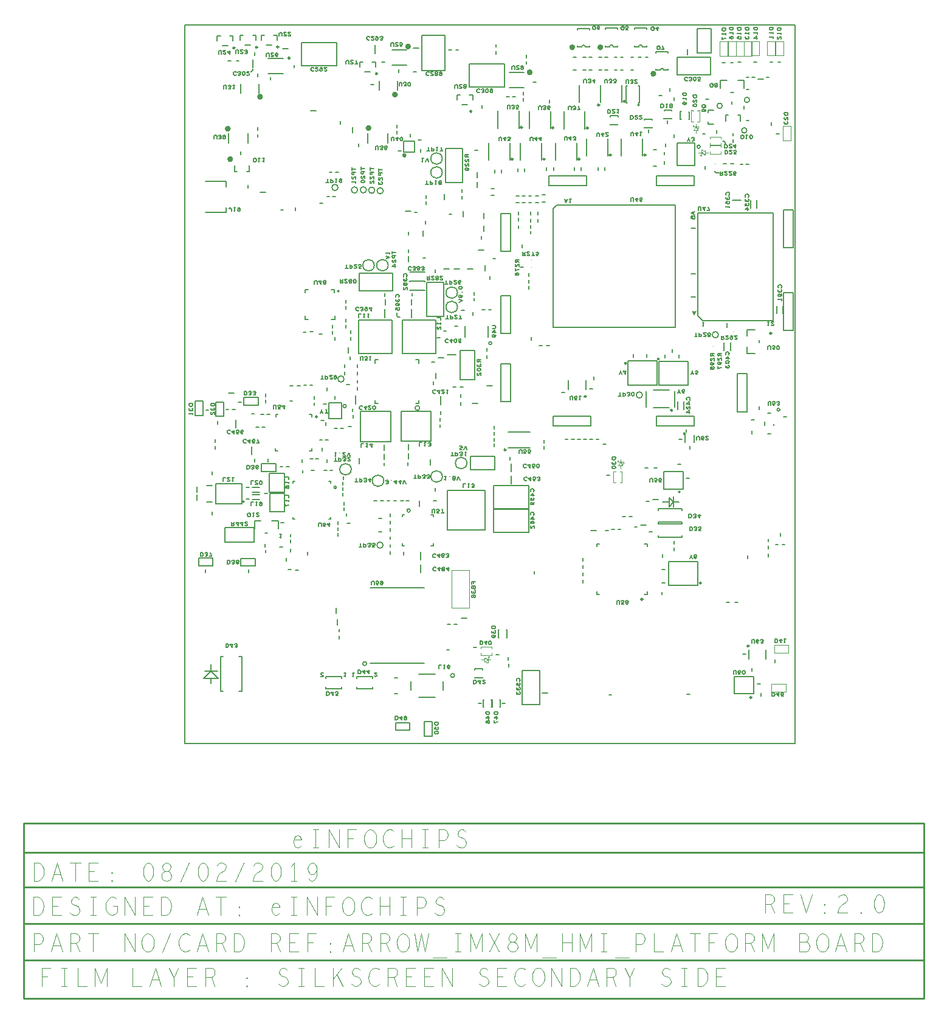
<source format=gbr>
G04 ================== begin FILE IDENTIFICATION RECORD ==================*
G04 Layout Name:  EI_ARROW_IMX8M_HMI_PLATFORM_17_00666_02.brd*
G04 Film Name:    slb.gbr*
G04 File Format:  Gerber RS274X*
G04 File Origin:  Cadence Allegro 17.2-P019*
G04 Origin Date:  Fri Feb 08 17:58:15 2019*
G04 *
G04 Layer:  DRAWING FORMAT/SLB*
G04 Layer:  DRAWING FORMAT/FILM_LABEL_OUTLINE*
G04 Layer:  PACKAGE GEOMETRY/SILKSCREEN_BOTTOM*
G04 Layer:  DRAWING FORMAT/FILM_TITLE_BLOCK*
G04 Layer:  REF DES/SILKSCREEN_BOTTOM*
G04 Layer:  BOARD GEOMETRY/OUTLINE*
G04 Layer:  BOARD GEOMETRY/SILKSCREEN_BOTTOM*
G04 *
G04 Offset:    (0.00 0.00)*
G04 Mirror:    No*
G04 Mode:      Positive*
G04 Rotation:  0*
G04 FullContactRelief:  No*
G04 UndefLineWidth:     7.00*
G04 ================== end FILE IDENTIFICATION RECORD ====================*
%FSLAX25Y25*MOIN*%
%IR0*IPPOS*OFA0.00000B0.00000*MIA0B0*SFA1.00000B1.00000*%
%ADD10C,.01*%
%ADD11C,.01575*%
%ADD12C,.003*%
%ADD13C,.004*%
%ADD14C,.007*%
%ADD15C,.005*%
%ADD16C,.006*%
%ADD17C,.008*%
%ADD18C,.00435*%
%ADD19C,.00591*%
%ADD20C,.00394*%
%ADD21C,.00827*%
G75*
%LPD*%
G75*
G36*
G01X267618Y182600D02*
G03I-818J0D01*
G37*
G36*
G01X274718Y169800D02*
G03I-818J0D01*
G37*
G36*
G01X283546Y87981D02*
G03I-817J0D01*
G37*
G36*
G01X242489Y208319D02*
G03I-818J0D01*
G37*
G36*
G01X260396Y210776D02*
G03I-818J0D01*
G37*
G54D10*
G01X-88521Y-43540D02*
Y-139740D01*
G01D02*
X386979D01*
G01X-88521Y-118740D02*
X405279D01*
G01X-88521Y-98740D02*
X405279D01*
G01X-88521Y-78740D02*
X405279D01*
G01X-88521Y-59540D02*
X405279D01*
G01X-88521Y-43540D02*
X386979D01*
G01X176061Y161000D02*
G03I-500J0D01*
G01X51400Y381700D02*
G03I-500J0D01*
G01X39800Y381500D02*
G03I-500J0D01*
G01X27400Y381200D02*
G03I-500J0D01*
G01X57600Y375600D02*
G03I-500J0D01*
G01X105500Y367100D02*
G03I-500J0D01*
G01X157300Y346400D02*
G03I-500J0D01*
G01X197392Y320283D02*
G03I-500J0D01*
G01X179908D02*
G03I-500J0D01*
G01X185000Y337650D02*
G03I-500J0D01*
G01X121051Y322289D02*
G03I-709J0D01*
G01X386179Y-139740D02*
X405279D01*
Y-43540D01*
X385879D01*
G01X309400Y53500D02*
G03I-500J0D01*
G01X220100Y190200D02*
G03I-500J0D01*
G01X251100Y79100D02*
G03I-500J0D01*
G01X310810Y25371D02*
G03I-500J0D01*
G01X321800Y224800D02*
G03I-500J0D01*
G01X252792Y322504D02*
G03I-500J0D01*
G01X221192Y337317D02*
G03I-500J0D01*
G01X233769Y322504D02*
G03I-500J0D01*
G01X202300Y337450D02*
G03I-500J0D01*
G01X241500Y351850D02*
G03I-500J0D01*
G01X227323Y349931D02*
G03I-500J0D01*
G01X216592Y320283D02*
G03I-500J0D01*
G54D20*
G01X146376Y95036D02*
Y74564D01*
X155824D01*
Y95036D01*
X146376D01*
G01X275327Y170032D02*
G03I-197J0D01*
G54D11*
G01X115988Y355600D02*
G03I-787J0D01*
G01X101488Y337300D02*
G03I-787J0D01*
G01X41988Y354400D02*
G03I-787J0D01*
G01X24288Y336900D02*
G03I-787J0D01*
G01X25600Y320200D02*
G03I-787J0D01*
G01X123163Y381949D02*
G03I-787J0D01*
G01X189844Y367778D02*
G03I-787J0D01*
G01X228588Y381500D02*
G03I-787J0D01*
G01X213188D02*
G03I-787J0D01*
G01X257688Y367000D02*
G03I-787J0D01*
G54D21*
G01X168223Y219402D02*
G03I-769J0D01*
G01X153658Y228869D02*
Y222569D01*
G01X166256Y228869D02*
Y222569D01*
G01X35137Y316650D02*
Y313439D01*
X33840D01*
G01X28560D02*
X27263D01*
Y316650D01*
G01X149476Y247097D02*
G03I-3150J0D01*
G01X149463Y239265D02*
G03I-3150J0D01*
G01X141155Y312950D02*
G03I-3150J0D01*
G01Y320550D02*
G03I-3150J0D01*
G01X142804Y326018D02*
Y307400D01*
X152394D01*
Y326018D01*
X142804D01*
G01X318599Y51461D02*
Y46539D01*
G01X210401Y194039D02*
Y198961D01*
G01X296604Y341097D02*
Y344308D01*
X297901D01*
G01X303181D02*
X304478D01*
Y341097D01*
G01X290033Y339304D02*
X286822D01*
Y340601D01*
G01Y345881D02*
Y347178D01*
X290033D01*
G01X288423Y376146D02*
X269805D01*
Y366556D01*
X288423D01*
Y376146D01*
G54D12*
G01X189950Y260900D02*
G03I-150J0D01*
G01Y264900D02*
G03I-150J0D01*
G01X290750Y317600D02*
G03I-150J0D01*
G01X293550Y217500D02*
G03I-150J0D01*
G01X289750D02*
G03I-150J0D01*
G01X301050Y225500D02*
G03I-150J0D01*
G54D13*
G01X-78492Y-132850D02*
Y-122850D01*
X-73742D01*
G01X-75492Y-127683D02*
X-78492D01*
G01X-67617Y-122850D02*
X-64617D01*
G01X-66117D02*
Y-132850D01*
G01X-67617D02*
X-64617D01*
G01X-58617Y-122850D02*
Y-132850D01*
X-53617D01*
G01X-49367D02*
Y-122850D01*
X-46117Y-131183D01*
X-42867Y-122850D01*
Y-132850D01*
G01X-28617Y-122850D02*
Y-132850D01*
X-23617D01*
G01X-19242D02*
X-16117Y-122850D01*
X-12992Y-132850D01*
G01X-14117Y-129350D02*
X-18117D01*
G01X-6117Y-132850D02*
Y-128350D01*
X-8617Y-122850D01*
G01X-3617D02*
X-6117Y-128350D01*
G01X6383Y-132850D02*
X1383D01*
Y-122850D01*
X6383D01*
G01X4383Y-127683D02*
X1383D01*
G01X11383Y-132850D02*
Y-122850D01*
X14508D01*
X15508Y-123350D01*
X16133Y-124017D01*
X16383Y-125350D01*
X16133Y-126683D01*
X15383Y-127517D01*
X14508Y-128017D01*
X11383D01*
G01X14508D02*
X16383Y-132850D01*
G01X33883Y-133183D02*
X33633Y-133017D01*
Y-132683D01*
X33883Y-132517D01*
X34133Y-132683D01*
Y-133017D01*
X33883Y-133183D01*
G01Y-128684D02*
X33633Y-128517D01*
Y-128183D01*
X33883Y-128017D01*
X34133Y-128183D01*
Y-128517D01*
X33883Y-128684D01*
G01X51258Y-131517D02*
X52258Y-132350D01*
X53383Y-132850D01*
X54383D01*
X55383Y-132350D01*
X56133Y-131517D01*
X56508Y-130350D01*
X56258Y-129184D01*
X55633Y-128183D01*
X54508Y-127517D01*
X53008Y-127183D01*
X52133Y-126517D01*
X51758Y-125350D01*
X52008Y-124183D01*
X52633Y-123350D01*
X53508Y-122850D01*
X54383D01*
X55258Y-123183D01*
X56008Y-124017D01*
G01X62383Y-122850D02*
X65383D01*
G01X63883D02*
Y-132850D01*
G01X62383D02*
X65383D01*
G01X71383Y-122850D02*
Y-132850D01*
X76383D01*
G01X81133D02*
Y-122850D01*
G01X85883D02*
X81133Y-129017D01*
G01X86633Y-132850D02*
X83258Y-126184D01*
G01X91258Y-131517D02*
X92258Y-132350D01*
X93383Y-132850D01*
X94383D01*
X95383Y-132350D01*
X96133Y-131517D01*
X96508Y-130350D01*
X96258Y-129184D01*
X95633Y-128183D01*
X94508Y-127517D01*
X93008Y-127183D01*
X92133Y-126517D01*
X91758Y-125350D01*
X92008Y-124183D01*
X92633Y-123350D01*
X93508Y-122850D01*
X94383D01*
X95258Y-123183D01*
X96008Y-124017D01*
G01X106633Y-123683D02*
X105883Y-123183D01*
X105008Y-122850D01*
X104008D01*
X102883Y-123350D01*
X102008Y-124183D01*
X101383Y-125183D01*
X100883Y-126850D01*
X100758Y-128350D01*
X101008Y-129850D01*
X101383Y-130850D01*
X102133Y-131850D01*
X103008Y-132517D01*
X103883Y-132850D01*
X104758D01*
X105633Y-132517D01*
X106383Y-132017D01*
X107008Y-131350D01*
G01X111383Y-132850D02*
Y-122850D01*
X114508D01*
X115508Y-123350D01*
X116133Y-124017D01*
X116383Y-125350D01*
X116133Y-126683D01*
X115383Y-127517D01*
X114508Y-128017D01*
X111383D01*
G01X114508D02*
X116383Y-132850D01*
G01X126383D02*
X121383D01*
Y-122850D01*
X126383D01*
G01X124383Y-127683D02*
X121383D01*
G01X136383Y-132850D02*
X131383D01*
Y-122850D01*
X136383D01*
G01X134383Y-127683D02*
X131383D01*
G01X141008Y-132850D02*
Y-122850D01*
X146758Y-132850D01*
Y-122850D01*
G01X161258Y-131517D02*
X162258Y-132350D01*
X163383Y-132850D01*
X164383D01*
X165383Y-132350D01*
X166133Y-131517D01*
X166508Y-130350D01*
X166258Y-129184D01*
X165633Y-128183D01*
X164508Y-127517D01*
X163008Y-127183D01*
X162133Y-126517D01*
X161758Y-125350D01*
X162008Y-124183D01*
X162633Y-123350D01*
X163508Y-122850D01*
X164383D01*
X165258Y-123183D01*
X166008Y-124017D01*
G01X176383Y-132850D02*
X171383D01*
Y-122850D01*
X176383D01*
G01X174383Y-127683D02*
X171383D01*
G01X186633Y-123683D02*
X185883Y-123183D01*
X185008Y-122850D01*
X184008D01*
X182883Y-123350D01*
X182008Y-124183D01*
X181383Y-125183D01*
X180883Y-126850D01*
X180758Y-128350D01*
X181008Y-129850D01*
X181383Y-130850D01*
X182133Y-131850D01*
X183008Y-132517D01*
X183883Y-132850D01*
X184758D01*
X185633Y-132517D01*
X186383Y-132017D01*
X187008Y-131350D01*
G01X193883Y-132850D02*
X192883Y-132683D01*
X192008Y-132017D01*
X191258Y-131017D01*
X190758Y-129850D01*
X190508Y-128517D01*
Y-127183D01*
X190758Y-125850D01*
X191258Y-124683D01*
X192008Y-123683D01*
X192883Y-123017D01*
X193883Y-122850D01*
X194883Y-123017D01*
X195758Y-123683D01*
X196508Y-124683D01*
X197008Y-125850D01*
X197258Y-127183D01*
Y-128517D01*
X197008Y-129850D01*
X196508Y-131017D01*
X195758Y-132017D01*
X194883Y-132683D01*
X193883Y-132850D01*
G01X201008D02*
Y-122850D01*
X206758Y-132850D01*
Y-122850D01*
G01X211133Y-132850D02*
Y-122850D01*
X213633D01*
X214633Y-123350D01*
X215383Y-124017D01*
X216008Y-125017D01*
X216508Y-126184D01*
X216633Y-127850D01*
X216508Y-129517D01*
X216008Y-130683D01*
X215383Y-131684D01*
X214633Y-132350D01*
X213633Y-132850D01*
X211133D01*
G01X220758D02*
X223883Y-122850D01*
X227008Y-132850D01*
G01X225883Y-129350D02*
X221883D01*
G01X231383Y-132850D02*
Y-122850D01*
X234508D01*
X235508Y-123350D01*
X236133Y-124017D01*
X236383Y-125350D01*
X236133Y-126683D01*
X235383Y-127517D01*
X234508Y-128017D01*
X231383D01*
G01X234508D02*
X236383Y-132850D01*
G01X243883D02*
Y-128350D01*
X241383Y-122850D01*
G01X246383D02*
X243883Y-128350D01*
G01X261258Y-131517D02*
X262258Y-132350D01*
X263383Y-132850D01*
X264383D01*
X265383Y-132350D01*
X266133Y-131517D01*
X266508Y-130350D01*
X266258Y-129184D01*
X265633Y-128183D01*
X264508Y-127517D01*
X263008Y-127183D01*
X262133Y-126517D01*
X261758Y-125350D01*
X262008Y-124183D01*
X262633Y-123350D01*
X263508Y-122850D01*
X264383D01*
X265258Y-123183D01*
X266008Y-124017D01*
G01X272383Y-122850D02*
X275383D01*
G01X273883D02*
Y-132850D01*
G01X272383D02*
X275383D01*
G01X281133D02*
Y-122850D01*
X283633D01*
X284633Y-123350D01*
X285383Y-124017D01*
X286008Y-125017D01*
X286508Y-126184D01*
X286633Y-127850D01*
X286508Y-129517D01*
X286008Y-130683D01*
X285383Y-131684D01*
X284633Y-132350D01*
X283633Y-132850D01*
X281133D01*
G01X296383D02*
X291383D01*
Y-122850D01*
X296383D01*
G01X294383Y-127683D02*
X291383D01*
G01X-82771Y-114040D02*
Y-104040D01*
X-79771D01*
X-78771Y-104540D01*
X-78021Y-105707D01*
X-77771Y-107040D01*
X-78021Y-108373D01*
X-78646Y-109373D01*
X-79771Y-109874D01*
X-82771D01*
G01X-73396Y-114040D02*
X-70271Y-104040D01*
X-67146Y-114040D01*
G01X-68271Y-110540D02*
X-72271D01*
G01X-62771Y-114040D02*
Y-104040D01*
X-59646D01*
X-58646Y-104540D01*
X-58021Y-105207D01*
X-57771Y-106540D01*
X-58021Y-107873D01*
X-58771Y-108707D01*
X-59646Y-109207D01*
X-62771D01*
G01X-59646D02*
X-57771Y-114040D01*
G01X-50271Y-104040D02*
Y-114040D01*
G01X-53146Y-104040D02*
X-47396D01*
G01X-33146Y-114040D02*
Y-104040D01*
X-27396Y-114040D01*
Y-104040D01*
G01X-20271Y-114040D02*
X-21271Y-113873D01*
X-22146Y-113207D01*
X-22896Y-112207D01*
X-23396Y-111040D01*
X-23646Y-109707D01*
Y-108373D01*
X-23396Y-107040D01*
X-22896Y-105873D01*
X-22146Y-104873D01*
X-21271Y-104207D01*
X-20271Y-104040D01*
X-19271Y-104207D01*
X-18396Y-104873D01*
X-17646Y-105873D01*
X-17146Y-107040D01*
X-16896Y-108373D01*
Y-109707D01*
X-17146Y-111040D01*
X-17646Y-112207D01*
X-18396Y-113207D01*
X-19271Y-113873D01*
X-20271Y-114040D01*
G01X-12521Y-114373D02*
X-8021Y-104040D01*
G01X2479Y-104873D02*
X1729Y-104373D01*
X854Y-104040D01*
X-146D01*
X-1271Y-104540D01*
X-2146Y-105373D01*
X-2771Y-106373D01*
X-3271Y-108040D01*
X-3396Y-109540D01*
X-3146Y-111040D01*
X-2771Y-112040D01*
X-2021Y-113040D01*
X-1146Y-113707D01*
X-271Y-114040D01*
X604D01*
X1479Y-113707D01*
X2229Y-113207D01*
X2854Y-112540D01*
G01X6604Y-114040D02*
X9729Y-104040D01*
X12854Y-114040D01*
G01X11729Y-110540D02*
X7729D01*
G01X17229Y-114040D02*
Y-104040D01*
X20354D01*
X21354Y-104540D01*
X21979Y-105207D01*
X22229Y-106540D01*
X21979Y-107873D01*
X21229Y-108707D01*
X20354Y-109207D01*
X17229D01*
G01X20354D02*
X22229Y-114040D01*
G01X26979D02*
Y-104040D01*
X29479D01*
X30479Y-104540D01*
X31229Y-105207D01*
X31854Y-106207D01*
X32354Y-107374D01*
X32479Y-109040D01*
X32354Y-110707D01*
X31854Y-111873D01*
X31229Y-112874D01*
X30479Y-113540D01*
X29479Y-114040D01*
X26979D01*
G01X47229D02*
Y-104040D01*
X50354D01*
X51354Y-104540D01*
X51979Y-105207D01*
X52229Y-106540D01*
X51979Y-107873D01*
X51229Y-108707D01*
X50354Y-109207D01*
X47229D01*
G01X50354D02*
X52229Y-114040D01*
G01X62229D02*
X57229D01*
Y-104040D01*
X62229D01*
G01X60229Y-108873D02*
X57229D01*
G01X67354Y-114040D02*
Y-104040D01*
X72104D01*
G01X70354Y-108873D02*
X67354D01*
G01X79729Y-114373D02*
X79479Y-114207D01*
Y-113873D01*
X79729Y-113707D01*
X79979Y-113873D01*
Y-114207D01*
X79729Y-114373D01*
G01Y-109874D02*
X79479Y-109707D01*
Y-109373D01*
X79729Y-109207D01*
X79979Y-109373D01*
Y-109707D01*
X79729Y-109874D01*
G01X86604Y-114040D02*
X89729Y-104040D01*
X92854Y-114040D01*
G01X91729Y-110540D02*
X87729D01*
G01X97229Y-114040D02*
Y-104040D01*
X100354D01*
X101354Y-104540D01*
X101979Y-105207D01*
X102229Y-106540D01*
X101979Y-107873D01*
X101229Y-108707D01*
X100354Y-109207D01*
X97229D01*
G01X100354D02*
X102229Y-114040D01*
G01X107229D02*
Y-104040D01*
X110354D01*
X111354Y-104540D01*
X111979Y-105207D01*
X112229Y-106540D01*
X111979Y-107873D01*
X111229Y-108707D01*
X110354Y-109207D01*
X107229D01*
G01X110354D02*
X112229Y-114040D01*
G01X119729D02*
X118729Y-113873D01*
X117854Y-113207D01*
X117104Y-112207D01*
X116604Y-111040D01*
X116354Y-109707D01*
Y-108373D01*
X116604Y-107040D01*
X117104Y-105873D01*
X117854Y-104873D01*
X118729Y-104207D01*
X119729Y-104040D01*
X120729Y-104207D01*
X121604Y-104873D01*
X122354Y-105873D01*
X122854Y-107040D01*
X123104Y-108373D01*
Y-109707D01*
X122854Y-111040D01*
X122354Y-112207D01*
X121604Y-113207D01*
X120729Y-113873D01*
X119729Y-114040D01*
G01X125979Y-104040D02*
X127729Y-114040D01*
X129729Y-104040D01*
X131729Y-114040D01*
X133479Y-104040D01*
G01X135979Y-117373D02*
X143479D01*
G01X148229Y-104040D02*
X151229D01*
G01X149729D02*
Y-114040D01*
G01X148229D02*
X151229D01*
G01X156479D02*
Y-104040D01*
X159729Y-112373D01*
X162979Y-104040D01*
Y-114040D01*
G01X167104D02*
X172354Y-104040D01*
G01X167104D02*
X172354Y-114040D01*
G01X179729D02*
X180604Y-113873D01*
X181604Y-113373D01*
X182229Y-112540D01*
X182479Y-111373D01*
X182229Y-110207D01*
X181479Y-109207D01*
X180354Y-108707D01*
X179104D01*
X178354Y-108373D01*
X177729Y-107540D01*
X177479Y-106373D01*
X177854Y-105207D01*
X178729Y-104373D01*
X179729Y-104040D01*
X180729Y-104373D01*
X181604Y-105207D01*
X181979Y-106373D01*
X181729Y-107540D01*
X181104Y-108373D01*
X180354Y-108707D01*
X179104D01*
X177979Y-109207D01*
X177229Y-110207D01*
X176979Y-111373D01*
X177229Y-112540D01*
X177854Y-113373D01*
X178854Y-113873D01*
X179729Y-114040D01*
G01X186479D02*
Y-104040D01*
X189729Y-112373D01*
X192979Y-104040D01*
Y-114040D01*
G01X195979Y-117373D02*
X203479D01*
G01X207104Y-114040D02*
Y-104040D01*
G01X212354D02*
Y-114040D01*
G01Y-109040D02*
X207104D01*
G01X216479Y-114040D02*
Y-104040D01*
X219729Y-112373D01*
X222979Y-104040D01*
Y-114040D01*
G01X228229Y-104040D02*
X231229D01*
G01X229729D02*
Y-114040D01*
G01X228229D02*
X231229D01*
G01X235979Y-117373D02*
X243479D01*
G01X247229Y-114040D02*
Y-104040D01*
X250229D01*
X251229Y-104540D01*
X251979Y-105707D01*
X252229Y-107040D01*
X251979Y-108373D01*
X251354Y-109373D01*
X250229Y-109874D01*
X247229D01*
G01X257229Y-104040D02*
Y-114040D01*
X262229D01*
G01X266604D02*
X269729Y-104040D01*
X272854Y-114040D01*
G01X271729Y-110540D02*
X267729D01*
G01X279729Y-104040D02*
Y-114040D01*
G01X276854Y-104040D02*
X282604D01*
G01X287354Y-114040D02*
Y-104040D01*
X292104D01*
G01X290354Y-108873D02*
X287354D01*
G01X299729Y-114040D02*
X298729Y-113873D01*
X297854Y-113207D01*
X297104Y-112207D01*
X296604Y-111040D01*
X296354Y-109707D01*
Y-108373D01*
X296604Y-107040D01*
X297104Y-105873D01*
X297854Y-104873D01*
X298729Y-104207D01*
X299729Y-104040D01*
X300729Y-104207D01*
X301604Y-104873D01*
X302354Y-105873D01*
X302854Y-107040D01*
X303104Y-108373D01*
Y-109707D01*
X302854Y-111040D01*
X302354Y-112207D01*
X301604Y-113207D01*
X300729Y-113873D01*
X299729Y-114040D01*
G01X307229D02*
Y-104040D01*
X310354D01*
X311354Y-104540D01*
X311979Y-105207D01*
X312229Y-106540D01*
X311979Y-107873D01*
X311229Y-108707D01*
X310354Y-109207D01*
X307229D01*
G01X310354D02*
X312229Y-114040D01*
G01X316479D02*
Y-104040D01*
X319729Y-112373D01*
X322979Y-104040D01*
Y-114040D01*
G01X340729Y-108707D02*
X341229Y-108207D01*
X341604Y-107374D01*
X341854Y-106207D01*
X341604Y-105207D01*
X341104Y-104540D01*
X340229Y-104040D01*
X336854D01*
Y-114040D01*
X340979D01*
X341854Y-113373D01*
X342354Y-112373D01*
X342604Y-111207D01*
X342354Y-110040D01*
X341604Y-109040D01*
X340729Y-108707D01*
X336854D01*
G01X349729Y-114040D02*
X348729Y-113873D01*
X347854Y-113207D01*
X347104Y-112207D01*
X346604Y-111040D01*
X346354Y-109707D01*
Y-108373D01*
X346604Y-107040D01*
X347104Y-105873D01*
X347854Y-104873D01*
X348729Y-104207D01*
X349729Y-104040D01*
X350729Y-104207D01*
X351604Y-104873D01*
X352354Y-105873D01*
X352854Y-107040D01*
X353104Y-108373D01*
Y-109707D01*
X352854Y-111040D01*
X352354Y-112207D01*
X351604Y-113207D01*
X350729Y-113873D01*
X349729Y-114040D01*
G01X356604D02*
X359729Y-104040D01*
X362854Y-114040D01*
G01X361729Y-110540D02*
X357729D01*
G01X367229Y-114040D02*
Y-104040D01*
X370354D01*
X371354Y-104540D01*
X371979Y-105207D01*
X372229Y-106540D01*
X371979Y-107873D01*
X371229Y-108707D01*
X370354Y-109207D01*
X367229D01*
G01X370354D02*
X372229Y-114040D01*
G01X376979D02*
Y-104040D01*
X379479D01*
X380479Y-104540D01*
X381229Y-105207D01*
X381854Y-106207D01*
X382354Y-107374D01*
X382479Y-109040D01*
X382354Y-110707D01*
X381854Y-111873D01*
X381229Y-112874D01*
X380479Y-113540D01*
X379479Y-114040D01*
X376979D01*
G01X-83021Y-94040D02*
Y-84040D01*
X-80521D01*
X-79521Y-84540D01*
X-78771Y-85207D01*
X-78146Y-86207D01*
X-77646Y-87374D01*
X-77521Y-89040D01*
X-77646Y-90707D01*
X-78146Y-91873D01*
X-78771Y-92874D01*
X-79521Y-93540D01*
X-80521Y-94040D01*
X-83021D01*
G01X-67771D02*
X-72771D01*
Y-84040D01*
X-67771D01*
G01X-69771Y-88873D02*
X-72771D01*
G01X-62896Y-92707D02*
X-61896Y-93540D01*
X-60771Y-94040D01*
X-59771D01*
X-58771Y-93540D01*
X-58021Y-92707D01*
X-57646Y-91540D01*
X-57896Y-90374D01*
X-58521Y-89373D01*
X-59646Y-88707D01*
X-61146Y-88373D01*
X-62021Y-87707D01*
X-62396Y-86540D01*
X-62146Y-85373D01*
X-61521Y-84540D01*
X-60646Y-84040D01*
X-59771D01*
X-58896Y-84373D01*
X-58146Y-85207D01*
G01X-51771Y-84040D02*
X-48771D01*
G01X-50271D02*
Y-94040D01*
G01X-51771D02*
X-48771D01*
G01X-39521Y-89040D02*
X-37021D01*
Y-92040D01*
X-37771Y-93040D01*
X-38646Y-93707D01*
X-39896Y-94040D01*
X-41146Y-93707D01*
X-42021Y-93040D01*
X-42771Y-92040D01*
X-43271Y-90873D01*
X-43521Y-89540D01*
Y-88373D01*
X-43271Y-87374D01*
X-42771Y-86207D01*
X-42021Y-85207D01*
X-41271Y-84540D01*
X-40271Y-84040D01*
X-39396D01*
X-38396Y-84373D01*
X-37646Y-85040D01*
G01X-33146Y-94040D02*
Y-84040D01*
X-27396Y-94040D01*
Y-84040D01*
G01X-17771Y-94040D02*
X-22771D01*
Y-84040D01*
X-17771D01*
G01X-19771Y-88873D02*
X-22771D01*
G01X-13021Y-94040D02*
Y-84040D01*
X-10521D01*
X-9521Y-84540D01*
X-8771Y-85207D01*
X-8146Y-86207D01*
X-7646Y-87374D01*
X-7521Y-89040D01*
X-7646Y-90707D01*
X-8146Y-91873D01*
X-8771Y-92874D01*
X-9521Y-93540D01*
X-10521Y-94040D01*
X-13021D01*
G01X6604D02*
X9729Y-84040D01*
X12854Y-94040D01*
G01X11729Y-90540D02*
X7729D01*
G01X19729Y-84040D02*
Y-94040D01*
G01X16854Y-84040D02*
X22604D01*
G01X29729Y-94373D02*
X29479Y-94207D01*
Y-93873D01*
X29729Y-93707D01*
X29979Y-93873D01*
Y-94207D01*
X29729Y-94373D01*
G01Y-89874D02*
X29479Y-89707D01*
Y-89373D01*
X29729Y-89207D01*
X29979Y-89373D01*
Y-89707D01*
X29729Y-89874D01*
G01X47854Y-89540D02*
X51854D01*
X51479Y-88373D01*
X50854Y-87707D01*
X49979Y-87374D01*
X49104Y-87540D01*
X48354Y-88040D01*
X47854Y-89207D01*
X47604Y-90207D01*
Y-91207D01*
X47854Y-92207D01*
X48479Y-93207D01*
X49229Y-93873D01*
X50104Y-94040D01*
X50979Y-93707D01*
X51854Y-92707D01*
G01X58229Y-84040D02*
X61229D01*
G01X59729D02*
Y-94040D01*
G01X58229D02*
X61229D01*
G01X66854D02*
Y-84040D01*
X72604Y-94040D01*
Y-84040D01*
G01X77354Y-94040D02*
Y-84040D01*
X82104D01*
G01X80354Y-88873D02*
X77354D01*
G01X89729Y-94040D02*
X88729Y-93873D01*
X87854Y-93207D01*
X87104Y-92207D01*
X86604Y-91040D01*
X86354Y-89707D01*
Y-88373D01*
X86604Y-87040D01*
X87104Y-85873D01*
X87854Y-84873D01*
X88729Y-84207D01*
X89729Y-84040D01*
X90729Y-84207D01*
X91604Y-84873D01*
X92354Y-85873D01*
X92854Y-87040D01*
X93104Y-88373D01*
Y-89707D01*
X92854Y-91040D01*
X92354Y-92207D01*
X91604Y-93207D01*
X90729Y-93873D01*
X89729Y-94040D01*
G01X102479Y-84873D02*
X101729Y-84373D01*
X100854Y-84040D01*
X99854D01*
X98729Y-84540D01*
X97854Y-85373D01*
X97229Y-86373D01*
X96729Y-88040D01*
X96604Y-89540D01*
X96854Y-91040D01*
X97229Y-92040D01*
X97979Y-93040D01*
X98854Y-93707D01*
X99729Y-94040D01*
X100604D01*
X101479Y-93707D01*
X102229Y-93207D01*
X102854Y-92540D01*
G01X107104Y-94040D02*
Y-84040D01*
G01X112354D02*
Y-94040D01*
G01Y-89040D02*
X107104D01*
G01X118229Y-84040D02*
X121229D01*
G01X119729D02*
Y-94040D01*
G01X118229D02*
X121229D01*
G01X127229D02*
Y-84040D01*
X130229D01*
X131229Y-84540D01*
X131979Y-85707D01*
X132229Y-87040D01*
X131979Y-88373D01*
X131354Y-89373D01*
X130229Y-89874D01*
X127229D01*
G01X137104Y-92707D02*
X138104Y-93540D01*
X139229Y-94040D01*
X140229D01*
X141229Y-93540D01*
X141979Y-92707D01*
X142354Y-91540D01*
X142104Y-90374D01*
X141479Y-89373D01*
X140354Y-88707D01*
X138854Y-88373D01*
X137979Y-87707D01*
X137604Y-86540D01*
X137854Y-85373D01*
X138479Y-84540D01*
X139354Y-84040D01*
X140229D01*
X141104Y-84373D01*
X141854Y-85207D01*
G01X-82850Y-75234D02*
Y-65234D01*
X-80350D01*
X-79350Y-65734D01*
X-78600Y-66401D01*
X-77975Y-67401D01*
X-77475Y-68568D01*
X-77350Y-70234D01*
X-77475Y-71901D01*
X-77975Y-73067D01*
X-78600Y-74068D01*
X-79350Y-74734D01*
X-80350Y-75234D01*
X-82850D01*
G01X-73225D02*
X-70100Y-65234D01*
X-66975Y-75234D01*
G01X-68100Y-71734D02*
X-72100D01*
G01X-60100Y-65234D02*
Y-75234D01*
G01X-62975Y-65234D02*
X-57225D01*
G01X-47600Y-75234D02*
X-52600D01*
Y-65234D01*
X-47600D01*
G01X-49600Y-70067D02*
X-52600D01*
G01X-40100Y-75567D02*
X-40350Y-75401D01*
Y-75067D01*
X-40100Y-74901D01*
X-39850Y-75067D01*
Y-75401D01*
X-40100Y-75567D01*
G01Y-71068D02*
X-40350Y-70901D01*
Y-70567D01*
X-40100Y-70401D01*
X-39850Y-70567D01*
Y-70901D01*
X-40100Y-71068D01*
G01X-20100Y-65234D02*
X-21100Y-65567D01*
X-21850Y-66401D01*
X-22350Y-67401D01*
X-22725Y-68734D01*
X-22850Y-70234D01*
X-22725Y-71734D01*
X-22350Y-73067D01*
X-21850Y-74068D01*
X-21100Y-74901D01*
X-20100Y-75234D01*
X-19100Y-74901D01*
X-18350Y-74068D01*
X-17850Y-73067D01*
X-17475Y-71734D01*
X-17350Y-70234D01*
X-17475Y-68734D01*
X-17850Y-67401D01*
X-18350Y-66401D01*
X-19100Y-65567D01*
X-20100Y-65234D01*
G01X-10100Y-75234D02*
X-9225Y-75067D01*
X-8225Y-74567D01*
X-7600Y-73734D01*
X-7350Y-72567D01*
X-7600Y-71401D01*
X-8350Y-70401D01*
X-9475Y-69901D01*
X-10725D01*
X-11475Y-69567D01*
X-12100Y-68734D01*
X-12350Y-67567D01*
X-11975Y-66401D01*
X-11100Y-65567D01*
X-10100Y-65234D01*
X-9100Y-65567D01*
X-8225Y-66401D01*
X-7850Y-67567D01*
X-8100Y-68734D01*
X-8725Y-69567D01*
X-9475Y-69901D01*
X-10725D01*
X-11850Y-70401D01*
X-12600Y-71401D01*
X-12850Y-72567D01*
X-12600Y-73734D01*
X-11975Y-74567D01*
X-10975Y-75067D01*
X-10100Y-75234D01*
G01X-2350Y-75567D02*
X2150Y-65234D01*
G01X9900D02*
X8900Y-65567D01*
X8150Y-66401D01*
X7650Y-67401D01*
X7275Y-68734D01*
X7150Y-70234D01*
X7275Y-71734D01*
X7650Y-73067D01*
X8150Y-74068D01*
X8900Y-74901D01*
X9900Y-75234D01*
X10900Y-74901D01*
X11650Y-74068D01*
X12150Y-73067D01*
X12525Y-71734D01*
X12650Y-70234D01*
X12525Y-68734D01*
X12150Y-67401D01*
X11650Y-66401D01*
X10900Y-65567D01*
X9900Y-65234D01*
G01X17525Y-66901D02*
X18275Y-65901D01*
X19150Y-65401D01*
X20150Y-65234D01*
X21400Y-65567D01*
X22275Y-66401D01*
X22525Y-67401D01*
X22400Y-68401D01*
X21900Y-69234D01*
X19400Y-70901D01*
X18275Y-72067D01*
X17525Y-73734D01*
X17275Y-75234D01*
X22525D01*
G01X27650Y-75567D02*
X32150Y-65234D01*
G01X37525Y-66901D02*
X38275Y-65901D01*
X39150Y-65401D01*
X40150Y-65234D01*
X41400Y-65567D01*
X42275Y-66401D01*
X42525Y-67401D01*
X42400Y-68401D01*
X41900Y-69234D01*
X39400Y-70901D01*
X38275Y-72067D01*
X37525Y-73734D01*
X37275Y-75234D01*
X42525D01*
G01X49900Y-65234D02*
X48900Y-65567D01*
X48150Y-66401D01*
X47650Y-67401D01*
X47275Y-68734D01*
X47150Y-70234D01*
X47275Y-71734D01*
X47650Y-73067D01*
X48150Y-74068D01*
X48900Y-74901D01*
X49900Y-75234D01*
X50900Y-74901D01*
X51650Y-74068D01*
X52150Y-73067D01*
X52525Y-71734D01*
X52650Y-70234D01*
X52525Y-68734D01*
X52150Y-67401D01*
X51650Y-66401D01*
X50900Y-65567D01*
X49900Y-65234D01*
G01X59900Y-75234D02*
Y-65234D01*
X58400Y-67234D01*
G01Y-75234D02*
X61400D01*
G01X67775Y-74068D02*
X68650Y-74901D01*
X69650Y-75234D01*
X70650Y-74901D01*
X71525Y-73901D01*
X72150Y-72401D01*
X72400Y-70901D01*
Y-69067D01*
X72150Y-67567D01*
X71525Y-66234D01*
X70775Y-65567D01*
X69900Y-65234D01*
X68900Y-65567D01*
X68150Y-66234D01*
X67650Y-67234D01*
X67400Y-68568D01*
X67650Y-69734D01*
X68275Y-70901D01*
X69025Y-71568D01*
X69900Y-71734D01*
X70900Y-71401D01*
X71650Y-70567D01*
X72400Y-69067D01*
G01X59804Y-52540D02*
X63804D01*
X63429Y-51373D01*
X62804Y-50707D01*
X61929Y-50374D01*
X61054Y-50540D01*
X60304Y-51040D01*
X59804Y-52207D01*
X59554Y-53207D01*
Y-54207D01*
X59804Y-55207D01*
X60429Y-56207D01*
X61179Y-56873D01*
X62054Y-57040D01*
X62929Y-56707D01*
X63804Y-55707D01*
G01X70179Y-47040D02*
X73179D01*
G01X71679D02*
Y-57040D01*
G01X70179D02*
X73179D01*
G01X78804D02*
Y-47040D01*
X84554Y-57040D01*
Y-47040D01*
G01X89304Y-57040D02*
Y-47040D01*
X94054D01*
G01X92304Y-51873D02*
X89304D01*
G01X101679Y-57040D02*
X100679Y-56873D01*
X99804Y-56207D01*
X99054Y-55207D01*
X98554Y-54040D01*
X98304Y-52707D01*
Y-51373D01*
X98554Y-50040D01*
X99054Y-48873D01*
X99804Y-47873D01*
X100679Y-47207D01*
X101679Y-47040D01*
X102679Y-47207D01*
X103554Y-47873D01*
X104304Y-48873D01*
X104804Y-50040D01*
X105054Y-51373D01*
Y-52707D01*
X104804Y-54040D01*
X104304Y-55207D01*
X103554Y-56207D01*
X102679Y-56873D01*
X101679Y-57040D01*
G01X114429Y-47873D02*
X113679Y-47373D01*
X112804Y-47040D01*
X111804D01*
X110679Y-47540D01*
X109804Y-48373D01*
X109179Y-49373D01*
X108679Y-51040D01*
X108554Y-52540D01*
X108804Y-54040D01*
X109179Y-55040D01*
X109929Y-56040D01*
X110804Y-56707D01*
X111679Y-57040D01*
X112554D01*
X113429Y-56707D01*
X114179Y-56207D01*
X114804Y-55540D01*
G01X119054Y-57040D02*
Y-47040D01*
G01X124304D02*
Y-57040D01*
G01Y-52040D02*
X119054D01*
G01X130179Y-47040D02*
X133179D01*
G01X131679D02*
Y-57040D01*
G01X130179D02*
X133179D01*
G01X139179D02*
Y-47040D01*
X142179D01*
X143179Y-47540D01*
X143929Y-48707D01*
X144179Y-50040D01*
X143929Y-51373D01*
X143304Y-52373D01*
X142179Y-52874D01*
X139179D01*
G01X149054Y-55707D02*
X150054Y-56540D01*
X151179Y-57040D01*
X152179D01*
X153179Y-56540D01*
X153929Y-55707D01*
X154304Y-54540D01*
X154054Y-53374D01*
X153429Y-52373D01*
X152304Y-51707D01*
X150804Y-51373D01*
X149929Y-50707D01*
X149554Y-49540D01*
X149804Y-48373D01*
X150429Y-47540D01*
X151304Y-47040D01*
X152179D01*
X153054Y-47373D01*
X153804Y-48207D01*
G01X318200Y-92634D02*
Y-82634D01*
X321325D01*
X322325Y-83134D01*
X322950Y-83801D01*
X323200Y-85134D01*
X322950Y-86467D01*
X322200Y-87301D01*
X321325Y-87801D01*
X318200D01*
G01X321325D02*
X323200Y-92634D01*
G01X333200D02*
X328200D01*
Y-82634D01*
X333200D01*
G01X331200Y-87467D02*
X328200D01*
G01X337575Y-82634D02*
X340700Y-92634D01*
X343825Y-82634D01*
G01X350700Y-92967D02*
X350450Y-92801D01*
Y-92467D01*
X350700Y-92301D01*
X350950Y-92467D01*
Y-92801D01*
X350700Y-92967D01*
G01Y-88468D02*
X350450Y-88301D01*
Y-87967D01*
X350700Y-87801D01*
X350950Y-87967D01*
Y-88301D01*
X350700Y-88468D01*
G01X358325Y-84301D02*
X359075Y-83301D01*
X359950Y-82801D01*
X360950Y-82634D01*
X362200Y-82967D01*
X363075Y-83801D01*
X363325Y-84801D01*
X363200Y-85801D01*
X362700Y-86634D01*
X360200Y-88301D01*
X359075Y-89467D01*
X358325Y-91134D01*
X358075Y-92634D01*
X363325D01*
G01X370700Y-92967D02*
X370450Y-92801D01*
Y-92467D01*
X370700Y-92301D01*
X370950Y-92467D01*
Y-92801D01*
X370700Y-92967D01*
G01X380700Y-82634D02*
X379700Y-82967D01*
X378950Y-83801D01*
X378450Y-84801D01*
X378075Y-86134D01*
X377950Y-87634D01*
X378075Y-89134D01*
X378450Y-90467D01*
X378950Y-91468D01*
X379700Y-92301D01*
X380700Y-92634D01*
X381700Y-92301D01*
X382450Y-91468D01*
X382950Y-90467D01*
X383325Y-89134D01*
X383450Y-87634D01*
X383325Y-86134D01*
X382950Y-84801D01*
X382450Y-83801D01*
X381700Y-82967D01*
X380700Y-82634D01*
G54D14*
G01X0Y0D02*
Y393701D01*
X334646D01*
Y0D01*
X0D01*
G54D15*
G01X110067Y143934D02*
X110267Y144167D01*
X110533Y144301D01*
X110833Y144334D01*
X111100Y144301D01*
X111367Y144134D01*
X111533Y143934D01*
X111567Y143734D01*
X111500Y143501D01*
X111267Y143334D01*
X111033Y143267D01*
X110733D01*
G01X111033D02*
X111233Y143167D01*
X111400Y143001D01*
X111467Y142801D01*
X111400Y142601D01*
X111233Y142434D01*
X110933Y142334D01*
X110633Y142367D01*
X110333Y142501D01*
G01X113200Y144401D02*
X113133Y144367D01*
Y144301D01*
X113200Y144267D01*
X113267Y144301D01*
Y144367D01*
X113200Y144401D01*
G01X116000Y144334D02*
Y142334D01*
X114767Y143767D01*
X116433D01*
G01X118400Y144334D02*
Y142334D01*
X117167Y143767D01*
X118833D01*
G01X119567Y142334D02*
X120400Y144334D01*
X121233Y142334D01*
G01X82600Y159367D02*
Y157367D01*
X82200Y157767D01*
G01Y159367D02*
X83000D01*
G01X85000Y159434D02*
X84933Y159400D01*
Y159334D01*
X85000Y159300D01*
X85067Y159334D01*
Y159400D01*
X85000Y159434D01*
G01X86767Y157700D02*
X86967Y157500D01*
X87200Y157400D01*
X87467Y157367D01*
X87800Y157434D01*
X88033Y157600D01*
X88100Y157800D01*
X88067Y158000D01*
X87933Y158167D01*
X87267Y158500D01*
X86967Y158734D01*
X86767Y159067D01*
X86700Y159367D01*
X88100D01*
G01X88967Y157367D02*
X89800Y159367D01*
X90633Y157367D01*
G01X142800Y146467D02*
Y144467D01*
X142400Y144867D01*
G01Y146467D02*
X143200D01*
G01X145200Y146534D02*
X145133Y146500D01*
Y146434D01*
X145200Y146400D01*
X145267Y146434D01*
Y146500D01*
X145200Y146534D01*
G01X147600Y146467D02*
X147833Y146434D01*
X148100Y146334D01*
X148267Y146167D01*
X148333Y145934D01*
X148267Y145700D01*
X148067Y145500D01*
X147767Y145400D01*
X147433D01*
X147233Y145334D01*
X147067Y145167D01*
X147000Y144934D01*
X147100Y144700D01*
X147333Y144534D01*
X147600Y144467D01*
X147867Y144534D01*
X148100Y144700D01*
X148200Y144934D01*
X148133Y145167D01*
X147967Y145334D01*
X147767Y145400D01*
X147433D01*
X147133Y145500D01*
X146933Y145700D01*
X146867Y145934D01*
X146933Y146167D01*
X147100Y146334D01*
X147367Y146434D01*
X147600Y146467D01*
G01X149167Y144467D02*
X150000Y146467D01*
X150833Y144467D01*
G01X150667Y162933D02*
X150867Y163100D01*
X151100Y163200D01*
X151400Y163233D01*
X151700Y163166D01*
X151933Y163033D01*
X152100Y162800D01*
X152133Y162533D01*
X152067Y162266D01*
X151900Y162100D01*
X151667Y161966D01*
X151433Y161933D01*
X151200Y161966D01*
X150900Y162100D01*
X151000Y161233D01*
X151900D01*
G01X152967D02*
X153800Y163233D01*
X154633Y161233D01*
G01X92400Y38800D02*
Y36800D01*
X92000Y37200D01*
G01Y38800D02*
X92800D01*
G01X87800Y38700D02*
Y36700D01*
X87400Y37100D01*
G01Y38700D02*
X88200D01*
G01X103967Y37233D02*
X104167Y37033D01*
X104400Y36933D01*
X104667Y36900D01*
X105000Y36967D01*
X105233Y37133D01*
X105300Y37333D01*
X105267Y37533D01*
X105133Y37700D01*
X104467Y38033D01*
X104167Y38267D01*
X103967Y38600D01*
X103900Y38900D01*
X105300D01*
G01X74567Y37033D02*
X74767Y36833D01*
X75000Y36733D01*
X75267Y36700D01*
X75600Y36767D01*
X75833Y36933D01*
X75900Y37133D01*
X75867Y37333D01*
X75733Y37500D01*
X75067Y37833D01*
X74767Y38067D01*
X74567Y38400D01*
X74500Y38700D01*
X75900D01*
G01X147875Y37300D02*
G03I-1075J0D01*
G01X52498Y114623D02*
Y112623D01*
X52098Y113023D01*
G01Y114623D02*
X52898D01*
G01X35194Y126337D02*
X34927Y126304D01*
X34694Y126170D01*
X34494Y125970D01*
X34361Y125737D01*
X34294Y125470D01*
Y125204D01*
X34361Y124937D01*
X34494Y124704D01*
X34694Y124504D01*
X34927Y124370D01*
X35194Y124337D01*
X35461Y124370D01*
X35694Y124504D01*
X35894Y124704D01*
X36027Y124937D01*
X36094Y125204D01*
Y125470D01*
X36027Y125737D01*
X35894Y125970D01*
X35694Y126170D01*
X35461Y126304D01*
X35194Y126337D01*
G01X35461Y125804D02*
X35861Y126337D01*
G01X37594D02*
Y124337D01*
X37194Y124737D01*
G01Y126337D02*
X37994D01*
G01X39361Y124670D02*
X39561Y124470D01*
X39794Y124370D01*
X40061Y124337D01*
X40394Y124404D01*
X40627Y124570D01*
X40694Y124770D01*
X40661Y124970D01*
X40527Y125137D01*
X39861Y125470D01*
X39561Y125704D01*
X39361Y126037D01*
X39294Y126337D01*
X40694D01*
G01X51140Y117721D02*
Y122021D01*
X47640D01*
G01X41640D02*
X38140D01*
Y117721D01*
G01X45380Y115271D02*
X43900D01*
G01X96167Y210000D02*
Y211433D01*
X96300Y211733D01*
X96567Y211933D01*
X96900Y212000D01*
X97233Y211933D01*
X97500Y211733D01*
X97633Y211433D01*
Y210000D01*
G01X98567Y211700D02*
X98767Y211867D01*
X99000Y211967D01*
X99300Y212000D01*
X99600Y211933D01*
X99833Y211800D01*
X100000Y211567D01*
X100033Y211300D01*
X99967Y211033D01*
X99800Y210867D01*
X99567Y210733D01*
X99333Y210700D01*
X99100Y210733D01*
X98800Y210867D01*
X98900Y210000D01*
X99800D01*
G01X101700Y212000D02*
Y210000D01*
X101300Y210400D01*
G01Y212000D02*
X102100D01*
G01X128737Y183900D02*
G03I-1237J0D01*
G01X105941Y186300D02*
X104200D01*
G01X128200D02*
X126459D01*
G01X104200D02*
Y188041D01*
G01X128200D02*
Y186300D01*
G01X102417Y87100D02*
Y88533D01*
X102550Y88833D01*
X102817Y89033D01*
X103150Y89100D01*
X103483Y89033D01*
X103750Y88833D01*
X103883Y88533D01*
Y87100D01*
G01X104817Y88800D02*
X105017Y88967D01*
X105250Y89067D01*
X105550Y89100D01*
X105850Y89033D01*
X106083Y88900D01*
X106250Y88667D01*
X106283Y88400D01*
X106217Y88133D01*
X106050Y87967D01*
X105817Y87833D01*
X105583Y87800D01*
X105350Y87833D01*
X105050Y87967D01*
X105150Y87100D01*
X106050D01*
G01X107383Y88867D02*
X107617Y89033D01*
X107883Y89100D01*
X108150Y89033D01*
X108383Y88833D01*
X108550Y88533D01*
X108617Y88233D01*
Y87867D01*
X108550Y87567D01*
X108383Y87300D01*
X108183Y87167D01*
X107950Y87100D01*
X107683Y87167D01*
X107483Y87300D01*
X107350Y87500D01*
X107283Y87767D01*
X107350Y88000D01*
X107517Y88233D01*
X107717Y88367D01*
X107950Y88400D01*
X108217Y88333D01*
X108417Y88167D01*
X108617Y87867D01*
G01X99664Y43857D02*
G03I-1075J0D01*
G01X101686Y85487D02*
X131214D01*
G01Y44113D02*
X101686D01*
G01X22467Y54900D02*
Y52900D01*
X23133D01*
X23400Y53000D01*
X23600Y53133D01*
X23767Y53333D01*
X23900Y53567D01*
X23933Y53900D01*
X23900Y54233D01*
X23767Y54467D01*
X23600Y54667D01*
X23400Y54800D01*
X23133Y54900D01*
X22467D01*
G01X26000D02*
Y52900D01*
X24767Y54333D01*
X26433D01*
G01X27267Y54500D02*
X27467Y54733D01*
X27733Y54867D01*
X28033Y54900D01*
X28300Y54867D01*
X28567Y54700D01*
X28733Y54500D01*
X28767Y54300D01*
X28700Y54067D01*
X28467Y53900D01*
X28233Y53833D01*
X27933D01*
G01X28233D02*
X28433Y53733D01*
X28600Y53567D01*
X28667Y53367D01*
X28600Y53167D01*
X28433Y53000D01*
X28133Y52900D01*
X27833Y52933D01*
X27533Y53067D01*
G01X29731Y47649D02*
X31306D01*
Y28751D01*
X29731D01*
G01X21069D02*
X19494D01*
Y47649D01*
X21069D01*
G01X18424Y35606D02*
X17724D01*
G01X14324Y39706D02*
X18424Y35606D01*
G01X10224D02*
X14324Y39706D01*
G01X17824D02*
X10924D01*
G01X14324Y35606D02*
Y32906D01*
G01Y39706D02*
Y43506D01*
G01X17724Y35606D02*
X10224D01*
G01X23331Y100509D02*
Y98509D01*
X23997D01*
X24264Y98609D01*
X24464Y98742D01*
X24631Y98942D01*
X24764Y99176D01*
X24797Y99509D01*
X24764Y99842D01*
X24631Y100076D01*
X24464Y100276D01*
X24264Y100409D01*
X23997Y100509D01*
X23331D01*
G01X25731Y100109D02*
X25931Y100342D01*
X26197Y100476D01*
X26497Y100509D01*
X26764Y100476D01*
X27031Y100309D01*
X27197Y100109D01*
X27231Y99909D01*
X27164Y99676D01*
X26931Y99509D01*
X26697Y99442D01*
X26397D01*
G01X26697D02*
X26897Y99342D01*
X27064Y99176D01*
X27131Y98976D01*
X27064Y98776D01*
X26897Y98609D01*
X26597Y98509D01*
X26297Y98542D01*
X25997Y98676D01*
G01X28864Y100509D02*
X29097Y100476D01*
X29364Y100376D01*
X29531Y100209D01*
X29597Y99976D01*
X29531Y99742D01*
X29331Y99542D01*
X29031Y99442D01*
X28697D01*
X28497Y99376D01*
X28331Y99209D01*
X28264Y98976D01*
X28364Y98742D01*
X28597Y98576D01*
X28864Y98509D01*
X29131Y98576D01*
X29364Y98742D01*
X29464Y98976D01*
X29397Y99209D01*
X29231Y99376D01*
X29031Y99442D01*
X28697D01*
X28397Y99542D01*
X28197Y99742D01*
X28131Y99976D01*
X28197Y100209D01*
X28364Y100376D01*
X28631Y100476D01*
X28864Y100509D01*
G01X38637Y101565D02*
X30763D01*
Y97235D01*
X38637D01*
Y101565D01*
G01X8531Y104709D02*
Y102709D01*
X9197D01*
X9464Y102809D01*
X9664Y102942D01*
X9831Y103142D01*
X9964Y103376D01*
X9997Y103709D01*
X9964Y104042D01*
X9831Y104276D01*
X9664Y104476D01*
X9464Y104609D01*
X9197Y104709D01*
X8531D01*
G01X10931Y104309D02*
X11131Y104542D01*
X11397Y104676D01*
X11697Y104709D01*
X11964Y104676D01*
X12231Y104509D01*
X12397Y104309D01*
X12431Y104109D01*
X12364Y103876D01*
X12131Y103709D01*
X11897Y103642D01*
X11597D01*
G01X11897D02*
X12097Y103542D01*
X12264Y103376D01*
X12331Y103176D01*
X12264Y102976D01*
X12097Y102809D01*
X11797Y102709D01*
X11497Y102742D01*
X11197Y102876D01*
G01X13997Y104709D02*
X14064Y104276D01*
X14164Y103909D01*
X14297Y103576D01*
X14464Y103209D01*
X14731Y102709D01*
X13397D01*
G01X15337Y101665D02*
X7463D01*
Y97335D01*
X15337D01*
Y101665D01*
G01X34031Y152509D02*
Y150509D01*
X34697D01*
X34964Y150609D01*
X35164Y150742D01*
X35331Y150942D01*
X35464Y151176D01*
X35497Y151509D01*
X35464Y151842D01*
X35331Y152076D01*
X35164Y152276D01*
X34964Y152409D01*
X34697Y152509D01*
X34031D01*
G01X36431Y152109D02*
X36631Y152342D01*
X36897Y152476D01*
X37197Y152509D01*
X37464Y152476D01*
X37731Y152309D01*
X37897Y152109D01*
X37931Y151909D01*
X37864Y151676D01*
X37631Y151509D01*
X37397Y151442D01*
X37097D01*
G01X37397D02*
X37597Y151342D01*
X37764Y151176D01*
X37831Y150976D01*
X37764Y150776D01*
X37597Y150609D01*
X37297Y150509D01*
X36997Y150542D01*
X36697Y150676D01*
G01X38931Y151676D02*
X39164Y151442D01*
X39364Y151309D01*
X39631Y151242D01*
X39864Y151309D01*
X40031Y151442D01*
X40164Y151642D01*
X40197Y151876D01*
X40164Y152076D01*
X40031Y152276D01*
X39831Y152442D01*
X39597Y152509D01*
X39331Y152442D01*
X39097Y152242D01*
X38964Y151942D01*
X38931Y151609D01*
X38997Y151176D01*
X39097Y150942D01*
X39264Y150709D01*
X39497Y150542D01*
X39731Y150509D01*
X39964Y150576D01*
X40131Y150742D01*
G01X49837Y153365D02*
X41963D01*
Y149035D01*
X49837D01*
Y153365D01*
G01X16209Y186469D02*
X14209D01*
Y185803D01*
X14309Y185536D01*
X14442Y185336D01*
X14642Y185169D01*
X14876Y185036D01*
X15209Y185003D01*
X15542Y185036D01*
X15776Y185169D01*
X15976Y185336D01*
X16109Y185536D01*
X16209Y185803D01*
Y186469D01*
G01X15809Y184069D02*
X16042Y183869D01*
X16176Y183603D01*
X16209Y183303D01*
X16176Y183036D01*
X16009Y182769D01*
X15809Y182603D01*
X15609Y182569D01*
X15376Y182636D01*
X15209Y182869D01*
X15142Y183103D01*
Y183403D01*
G01Y183103D02*
X15042Y182903D01*
X14876Y182736D01*
X14676Y182669D01*
X14476Y182736D01*
X14309Y182903D01*
X14209Y183203D01*
X14242Y183503D01*
X14376Y183803D01*
G01X14542Y181569D02*
X14342Y181369D01*
X14242Y181136D01*
X14209Y180869D01*
X14276Y180536D01*
X14442Y180303D01*
X14642Y180236D01*
X14842Y180269D01*
X15009Y180403D01*
X15342Y181069D01*
X15576Y181369D01*
X15909Y181569D01*
X16209Y181636D01*
Y180236D01*
G01X17035Y187137D02*
Y179263D01*
X21365D01*
Y187137D01*
X17035D01*
G01X32531Y193009D02*
Y191009D01*
X33197D01*
X33464Y191109D01*
X33664Y191242D01*
X33831Y191442D01*
X33964Y191676D01*
X33997Y192009D01*
X33964Y192342D01*
X33831Y192576D01*
X33664Y192776D01*
X33464Y192909D01*
X33197Y193009D01*
X32531D01*
G01X34931Y192609D02*
X35131Y192842D01*
X35397Y192976D01*
X35697Y193009D01*
X35964Y192976D01*
X36231Y192809D01*
X36397Y192609D01*
X36431Y192409D01*
X36364Y192176D01*
X36131Y192009D01*
X35897Y191942D01*
X35597D01*
G01X35897D02*
X36097Y191842D01*
X36264Y191676D01*
X36331Y191476D01*
X36264Y191276D01*
X36097Y191109D01*
X35797Y191009D01*
X35497Y191042D01*
X35197Y191176D01*
G01X37331Y192609D02*
X37531Y192842D01*
X37797Y192976D01*
X38097Y193009D01*
X38364Y192976D01*
X38631Y192809D01*
X38797Y192609D01*
X38831Y192409D01*
X38764Y192176D01*
X38531Y192009D01*
X38297Y191942D01*
X37997D01*
G01X38297D02*
X38497Y191842D01*
X38664Y191676D01*
X38731Y191476D01*
X38664Y191276D01*
X38497Y191109D01*
X38197Y191009D01*
X37897Y191042D01*
X37597Y191176D01*
G01X32363Y185335D02*
X40237D01*
Y189665D01*
X32363D01*
Y185335D01*
G01X4327Y186238D02*
X2327D01*
Y185572D01*
X2427Y185305D01*
X2560Y185105D01*
X2760Y184938D01*
X2994Y184805D01*
X3327Y184772D01*
X3660Y184805D01*
X3894Y184938D01*
X4094Y185105D01*
X4227Y185305D01*
X4327Y185572D01*
Y186238D01*
G01X3927Y183838D02*
X4160Y183638D01*
X4294Y183372D01*
X4327Y183072D01*
X4294Y182805D01*
X4127Y182538D01*
X3927Y182372D01*
X3727Y182338D01*
X3494Y182405D01*
X3327Y182638D01*
X3260Y182872D01*
Y183172D01*
G01Y182872D02*
X3160Y182672D01*
X2994Y182505D01*
X2794Y182438D01*
X2594Y182505D01*
X2427Y182672D01*
X2327Y182972D01*
X2360Y183272D01*
X2494Y183572D01*
G01X4327Y180705D02*
X2327D01*
X2727Y181105D01*
G01X4327D02*
Y180305D01*
G01X5517Y187668D02*
Y179794D01*
X9847D01*
Y187668D01*
X5517D01*
G01X115431Y15009D02*
Y13009D01*
X116097D01*
X116364Y13109D01*
X116564Y13242D01*
X116731Y13442D01*
X116864Y13676D01*
X116897Y14009D01*
X116864Y14342D01*
X116731Y14576D01*
X116564Y14776D01*
X116364Y14909D01*
X116097Y15009D01*
X115431D01*
G01X118964D02*
Y13009D01*
X117731Y14442D01*
X119397D01*
G01X120397Y14776D02*
X120631Y14942D01*
X120897Y15009D01*
X121164Y14942D01*
X121397Y14742D01*
X121564Y14442D01*
X121631Y14142D01*
Y13776D01*
X121564Y13476D01*
X121397Y13209D01*
X121197Y13076D01*
X120964Y13009D01*
X120697Y13076D01*
X120497Y13209D01*
X120364Y13409D01*
X120297Y13676D01*
X120364Y13909D01*
X120531Y14142D01*
X120731Y14276D01*
X120964Y14309D01*
X121231Y14242D01*
X121431Y14076D01*
X121631Y13776D01*
G01X115463Y7235D02*
X123337D01*
Y11565D01*
X115463D01*
Y7235D01*
G01X138900Y11633D02*
X136900D01*
Y10967D01*
X137000Y10700D01*
X137133Y10500D01*
X137333Y10333D01*
X137567Y10200D01*
X137900Y10167D01*
X138233Y10200D01*
X138467Y10333D01*
X138667Y10500D01*
X138800Y10700D01*
X138900Y10967D01*
Y11633D01*
G01X138600Y9233D02*
X138767Y9033D01*
X138867Y8800D01*
X138900Y8500D01*
X138833Y8200D01*
X138700Y7967D01*
X138467Y7800D01*
X138200Y7767D01*
X137933Y7833D01*
X137767Y8000D01*
X137633Y8233D01*
X137600Y8467D01*
X137633Y8700D01*
X137767Y9000D01*
X136900Y8900D01*
Y8000D01*
G01Y6100D02*
X136967Y6367D01*
X137133Y6567D01*
X137333Y6700D01*
X137600Y6800D01*
X137900Y6833D01*
X138200Y6800D01*
X138467Y6700D01*
X138667Y6567D01*
X138833Y6367D01*
X138900Y6100D01*
X138833Y5833D01*
X138667Y5633D01*
X138467Y5500D01*
X138200Y5400D01*
X137900Y5367D01*
X137600Y5400D01*
X137333Y5500D01*
X137133Y5633D01*
X136967Y5833D01*
X136900Y6100D01*
G01X131235Y12037D02*
Y4163D01*
X135565D01*
Y12037D01*
X131235D01*
G01X162119Y150010D02*
X169993D01*
Y157490D01*
X156607D01*
Y150010D01*
X162119D01*
G01X96295Y107863D02*
Y109863D01*
G01X95528Y107863D02*
X97062D01*
G01X98028Y109863D02*
Y107863D01*
X98828D01*
X99095Y107963D01*
X99295Y108196D01*
X99362Y108463D01*
X99295Y108730D01*
X99128Y108930D01*
X98828Y109030D01*
X98028D01*
G01X100362Y109463D02*
X100562Y109696D01*
X100828Y109830D01*
X101128Y109863D01*
X101395Y109830D01*
X101662Y109663D01*
X101828Y109463D01*
X101862Y109263D01*
X101795Y109030D01*
X101562Y108863D01*
X101328Y108796D01*
X101028D01*
G01X101328D02*
X101528Y108696D01*
X101695Y108530D01*
X101762Y108330D01*
X101695Y108130D01*
X101528Y107963D01*
X101228Y107863D01*
X100928Y107896D01*
X100628Y108030D01*
G01X102762Y109563D02*
X102962Y109730D01*
X103195Y109830D01*
X103495Y109863D01*
X103795Y109796D01*
X104028Y109663D01*
X104195Y109430D01*
X104228Y109163D01*
X104162Y108896D01*
X103995Y108730D01*
X103762Y108596D01*
X103528Y108563D01*
X103295Y108596D01*
X102995Y108730D01*
X103095Y107863D01*
X103995D01*
G01X108693Y108800D02*
G03I-1693J0D01*
G01X75295Y199790D02*
Y201790D01*
G01X74528Y199790D02*
X76062D01*
G01X77028Y201790D02*
Y199790D01*
X77828D01*
X78095Y199890D01*
X78295Y200123D01*
X78362Y200390D01*
X78295Y200657D01*
X78128Y200857D01*
X77828Y200957D01*
X77028D01*
G01X79462Y200123D02*
X79662Y199923D01*
X79895Y199823D01*
X80162Y199790D01*
X80495Y199857D01*
X80728Y200023D01*
X80795Y200223D01*
X80762Y200423D01*
X80628Y200590D01*
X79962Y200923D01*
X79662Y201157D01*
X79462Y201490D01*
X79395Y201790D01*
X80795D01*
G01X81928Y201557D02*
X82162Y201723D01*
X82428Y201790D01*
X82695Y201723D01*
X82928Y201523D01*
X83095Y201223D01*
X83162Y200923D01*
Y200557D01*
X83095Y200257D01*
X82928Y199990D01*
X82728Y199857D01*
X82495Y199790D01*
X82228Y199857D01*
X82028Y199990D01*
X81895Y200190D01*
X81828Y200457D01*
X81895Y200690D01*
X82062Y200923D01*
X82262Y201057D01*
X82495Y201090D01*
X82762Y201023D01*
X82962Y200857D01*
X83162Y200557D01*
G01X94100Y143435D02*
Y145435D01*
G01X93333Y143435D02*
X94867D01*
G01X95833Y145435D02*
Y143435D01*
X96633D01*
X96900Y143535D01*
X97100Y143768D01*
X97167Y144035D01*
X97100Y144302D01*
X96933Y144502D01*
X96633Y144602D01*
X95833D01*
G01X98167Y145035D02*
X98367Y145268D01*
X98633Y145402D01*
X98933Y145435D01*
X99200Y145402D01*
X99467Y145235D01*
X99633Y145035D01*
X99667Y144835D01*
X99600Y144602D01*
X99367Y144435D01*
X99133Y144368D01*
X98833D01*
G01X99133D02*
X99333Y144268D01*
X99500Y144102D01*
X99567Y143902D01*
X99500Y143702D01*
X99333Y143535D01*
X99033Y143435D01*
X98733Y143468D01*
X98433Y143602D01*
G01X101700Y145435D02*
Y143435D01*
X100467Y144868D01*
X102133D01*
G01X109050Y144000D02*
G03I-3150J0D01*
G01X82700Y154889D02*
Y156889D01*
G01X81933Y154889D02*
X83467D01*
G01X84433Y156889D02*
Y154889D01*
X85233D01*
X85500Y154989D01*
X85700Y155222D01*
X85767Y155489D01*
X85700Y155756D01*
X85533Y155956D01*
X85233Y156056D01*
X84433D01*
G01X86767Y156489D02*
X86967Y156722D01*
X87233Y156856D01*
X87533Y156889D01*
X87800Y156856D01*
X88067Y156689D01*
X88233Y156489D01*
X88267Y156289D01*
X88200Y156056D01*
X87967Y155889D01*
X87733Y155822D01*
X87433D01*
G01X87733D02*
X87933Y155722D01*
X88100Y155556D01*
X88167Y155356D01*
X88100Y155156D01*
X87933Y154989D01*
X87633Y154889D01*
X87333Y154922D01*
X87033Y155056D01*
G01X89267Y155222D02*
X89467Y155022D01*
X89700Y154922D01*
X89967Y154889D01*
X90300Y154956D01*
X90533Y155122D01*
X90600Y155322D01*
X90567Y155522D01*
X90433Y155689D01*
X89767Y156022D01*
X89467Y156256D01*
X89267Y156589D01*
X89200Y156889D01*
X90600D01*
G01X91250Y150300D02*
G03I-3150J0D01*
G01X126253Y145285D02*
Y147285D01*
G01X125486Y145285D02*
X127020D01*
G01X127986Y147285D02*
Y145285D01*
X128786D01*
X129053Y145385D01*
X129253Y145618D01*
X129320Y145885D01*
X129253Y146152D01*
X129086Y146352D01*
X128786Y146452D01*
X127986D01*
G01X130320Y146885D02*
X130520Y147118D01*
X130786Y147252D01*
X131086Y147285D01*
X131353Y147252D01*
X131620Y147085D01*
X131786Y146885D01*
X131820Y146685D01*
X131753Y146452D01*
X131520Y146285D01*
X131286Y146218D01*
X130986D01*
G01X131286D02*
X131486Y146118D01*
X131653Y145952D01*
X131720Y145752D01*
X131653Y145552D01*
X131486Y145385D01*
X131186Y145285D01*
X130886Y145318D01*
X130586Y145452D01*
G01X132720Y146885D02*
X132920Y147118D01*
X133186Y147252D01*
X133486Y147285D01*
X133753Y147252D01*
X134020Y147085D01*
X134186Y146885D01*
X134220Y146685D01*
X134153Y146452D01*
X133920Y146285D01*
X133686Y146218D01*
X133386D01*
G01X133686D02*
X133886Y146118D01*
X134053Y145952D01*
X134120Y145752D01*
X134053Y145552D01*
X133886Y145385D01*
X133586Y145285D01*
X133286Y145318D01*
X132986Y145452D01*
G01X141200Y146347D02*
G03I-3150J0D01*
G01X146704Y157842D02*
Y159842D01*
G01X145937Y157842D02*
X147471D01*
G01X148437Y159842D02*
Y157842D01*
X149237D01*
X149504Y157942D01*
X149704Y158175D01*
X149771Y158442D01*
X149704Y158709D01*
X149537Y158909D01*
X149237Y159009D01*
X148437D01*
G01X150771Y159442D02*
X150971Y159675D01*
X151237Y159809D01*
X151537Y159842D01*
X151804Y159809D01*
X152071Y159642D01*
X152237Y159442D01*
X152271Y159242D01*
X152204Y159009D01*
X151971Y158842D01*
X151737Y158775D01*
X151437D01*
G01X151737D02*
X151937Y158675D01*
X152104Y158509D01*
X152171Y158309D01*
X152104Y158109D01*
X151937Y157942D01*
X151637Y157842D01*
X151337Y157875D01*
X151037Y158009D01*
G01X153904Y159842D02*
Y157842D01*
X153504Y158242D01*
G01Y159842D02*
X154304D01*
G01X154657Y153696D02*
G03I-3150J0D01*
G01X96758Y162509D02*
Y164509D01*
X98092D01*
G01X99825D02*
Y162509D01*
X99425Y162909D01*
G01Y164509D02*
X100225D01*
G01X102625D02*
Y162509D01*
X101392Y163942D01*
X103058D01*
G01X96356Y181987D02*
X112892D01*
Y165451D01*
X96356D01*
G01Y181987D02*
Y165451D01*
G01X128662Y163009D02*
Y165009D01*
X129996D01*
G01X131729D02*
Y163009D01*
X131329Y163409D01*
G01Y165009D02*
X132129D01*
G01X133396Y164609D02*
X133596Y164842D01*
X133862Y164976D01*
X134162Y165009D01*
X134429Y164976D01*
X134696Y164809D01*
X134862Y164609D01*
X134896Y164409D01*
X134829Y164176D01*
X134596Y164009D01*
X134362Y163942D01*
X134062D01*
G01X134362D02*
X134562Y163842D01*
X134729Y163676D01*
X134796Y163476D01*
X134729Y163276D01*
X134562Y163109D01*
X134262Y163009D01*
X133962Y163042D01*
X133662Y163176D01*
G01X118556Y182191D02*
X135092D01*
Y165655D01*
X118556D01*
G01Y182191D02*
Y165655D01*
G01X119298Y213645D02*
Y231975D01*
X137628D01*
Y213645D01*
X119298D01*
G01X95398Y213845D02*
Y232175D01*
X113728D01*
Y213845D01*
X95398D01*
G01X152514Y140278D02*
Y142278D01*
X153848D01*
G01X155581D02*
Y140278D01*
X155181Y140678D01*
G01Y142278D02*
X155981D01*
G01X157248Y141978D02*
X157448Y142145D01*
X157681Y142245D01*
X157981Y142278D01*
X158281Y142211D01*
X158514Y142078D01*
X158681Y141845D01*
X158714Y141578D01*
X158648Y141311D01*
X158481Y141145D01*
X158248Y141011D01*
X158014Y140978D01*
X157781Y141011D01*
X157481Y141145D01*
X157581Y140278D01*
X158481D01*
G01X143906Y138587D02*
X164694D01*
Y117013D01*
X143906D01*
Y138587D01*
G01X189667Y125267D02*
X189567Y125467D01*
X189500Y125700D01*
Y125967D01*
X189600Y126267D01*
X189767Y126500D01*
X189967Y126667D01*
X190300Y126800D01*
X190600Y126833D01*
X190900Y126767D01*
X191100Y126667D01*
X191300Y126467D01*
X191433Y126233D01*
X191500Y126000D01*
Y125767D01*
X191433Y125533D01*
X191333Y125333D01*
X191200Y125167D01*
G01X191500Y123200D02*
X189500D01*
X190933Y124433D01*
Y122767D01*
G01X190667Y121833D02*
X190433Y121600D01*
X190300Y121400D01*
X190233Y121133D01*
X190300Y120900D01*
X190433Y120733D01*
X190633Y120600D01*
X190867Y120567D01*
X191067Y120600D01*
X191267Y120733D01*
X191433Y120933D01*
X191500Y121167D01*
X191433Y121433D01*
X191233Y121667D01*
X190933Y121800D01*
X190600Y121833D01*
X190167Y121767D01*
X189933Y121667D01*
X189700Y121500D01*
X189533Y121267D01*
X189500Y121033D01*
X189567Y120800D01*
X189733Y120633D01*
G01X189833Y119433D02*
X189633Y119233D01*
X189533Y119000D01*
X189500Y118733D01*
X189567Y118400D01*
X189733Y118167D01*
X189933Y118100D01*
X190133Y118133D01*
X190300Y118267D01*
X190633Y118933D01*
X190867Y119233D01*
X191200Y119433D01*
X191500Y119500D01*
Y118100D01*
G01X169200Y128300D02*
X188600D01*
Y115700D01*
X169200D01*
Y128300D01*
G01X189617Y138067D02*
X189517Y138267D01*
X189450Y138500D01*
Y138767D01*
X189550Y139067D01*
X189717Y139300D01*
X189917Y139467D01*
X190250Y139600D01*
X190550Y139633D01*
X190850Y139567D01*
X191050Y139467D01*
X191250Y139267D01*
X191383Y139033D01*
X191450Y138800D01*
Y138567D01*
X191383Y138333D01*
X191283Y138133D01*
X191150Y137967D01*
G01X191450Y136000D02*
X189450D01*
X190883Y137233D01*
Y135567D01*
G01X191150Y134733D02*
X191317Y134533D01*
X191417Y134300D01*
X191450Y134000D01*
X191383Y133700D01*
X191250Y133467D01*
X191017Y133300D01*
X190750Y133267D01*
X190483Y133333D01*
X190317Y133500D01*
X190183Y133733D01*
X190150Y133967D01*
X190183Y134200D01*
X190317Y134500D01*
X189450Y134400D01*
Y133500D01*
G01X191217Y132167D02*
X191383Y131933D01*
X191450Y131667D01*
X191383Y131400D01*
X191183Y131167D01*
X190883Y131000D01*
X190583Y130933D01*
X190217D01*
X189917Y131000D01*
X189650Y131167D01*
X189517Y131367D01*
X189450Y131600D01*
X189517Y131867D01*
X189650Y132067D01*
X189850Y132200D01*
X190117Y132267D01*
X190350Y132200D01*
X190583Y132033D01*
X190717Y131833D01*
X190750Y131600D01*
X190683Y131333D01*
X190517Y131133D01*
X190217Y130933D01*
G01X169200Y141250D02*
X188600D01*
Y128650D01*
X169200D01*
Y141250D01*
G01X177500Y42200D02*
Y43800D01*
G01X177300Y45700D02*
Y47300D01*
G01X27600Y183000D02*
X26000D01*
G01X38300Y156100D02*
Y154500D01*
G01X162651Y22196D02*
X161051D01*
G01X175651D02*
X174051D01*
G01X112600Y105500D02*
Y103900D01*
G01Y126000D02*
Y124400D01*
G01X44400Y188300D02*
Y186700D01*
G01X34800Y95400D02*
Y93800D01*
G01X11400Y95500D02*
Y93900D01*
G01X82400Y190400D02*
Y188800D01*
G01X78000Y154100D02*
Y155700D01*
G01X58100Y106600D02*
Y105000D01*
G01X91161Y173872D02*
X89561D01*
G01X140098Y173259D02*
Y174859D01*
G01X137800Y133000D02*
X136200D01*
G01X158300Y52700D02*
X159900D01*
G01X169665Y170751D02*
Y169151D01*
G01X169687Y172363D02*
Y173963D01*
G01X151324Y187133D02*
Y185533D01*
G01X58100Y113300D02*
Y114900D01*
G01X67235Y103509D02*
Y105109D01*
G01X112600Y109200D02*
Y107600D01*
G01X92098Y181919D02*
Y183519D01*
G01X170700Y48900D02*
X172300D01*
G01X140128Y182101D02*
Y180501D01*
G01X145077Y51405D02*
X143477D01*
G01X44400Y190000D02*
Y191600D01*
G01X76177Y177205D02*
X74577D01*
G01X16600Y161400D02*
Y163000D01*
G01Y165200D02*
Y166800D01*
G01X13100Y182900D02*
X11500D01*
G01X17900Y175200D02*
Y176800D01*
G01X77400Y174400D02*
Y176000D01*
G01X70045Y196400D02*
X68445D01*
G01X66745D02*
X65145D01*
G01X119800Y133100D02*
X118200D01*
G01X112600Y113501D02*
Y111901D01*
G01X106399Y116000D02*
X107999D01*
G01X112400Y133200D02*
X110800D01*
G01X55500Y101600D02*
Y100000D01*
G01X105300Y133200D02*
X103700D01*
G01X107300D02*
X108900D01*
G01X62152Y95217D02*
X60552D01*
G01X169700Y164283D02*
Y162683D01*
G01Y167483D02*
Y165883D01*
G01X71700Y156100D02*
X73300D01*
G01X120000Y103529D02*
Y105129D01*
G01X59371Y196200D02*
X57771D01*
G01X81929Y172800D02*
X83529D01*
G01X86871D02*
X85271D01*
G01X61629Y196200D02*
X63229D01*
G01X29400Y187100D02*
X31000D01*
G01X64700Y148300D02*
Y149900D01*
G01X88700Y124600D02*
Y126200D01*
G01X86700Y135800D02*
Y137400D01*
G01X87200Y130700D02*
Y132300D01*
G01X87400Y127800D02*
Y129400D01*
G01X122508Y163917D02*
Y160917D01*
G01X109318Y160803D02*
Y163803D01*
G01X128500Y133200D02*
Y130200D01*
G01X122476Y159047D02*
Y156047D01*
G01X109350Y155873D02*
Y158873D01*
G01X27100Y192000D02*
X24100D01*
G01X154636Y68882D02*
X151636D01*
G01X134672Y155755D02*
Y152755D01*
G01X95681Y153476D02*
Y156476D01*
G01X157633Y186416D02*
X160633D01*
G01X11950Y141550D02*
X14950D01*
G01X11950Y132550D02*
X14950D01*
G01X6600Y140839D02*
Y137839D01*
G01Y136239D02*
Y133239D01*
G01X64400Y155700D02*
Y154100D01*
G01X106300Y123300D02*
X107900D01*
G01X53600Y107700D02*
X52000D01*
G01X112600Y122000D02*
Y120400D01*
G01Y116400D02*
Y118000D01*
G01X56605Y95247D02*
X58205D01*
G01X22500Y183000D02*
X24100D01*
G01X45700Y156100D02*
Y154500D01*
G01X77700Y186200D02*
X76100D01*
G01X75400Y166300D02*
X73800D01*
G01X42413Y173305D02*
X44013D01*
G01X71100Y186900D02*
Y185300D01*
G01X43200Y180500D02*
X41600D01*
G01X75400Y160400D02*
Y162000D01*
G01X122228Y154161D02*
Y152561D01*
G01X109298Y152259D02*
Y153859D01*
G01X38900Y173300D02*
X40500D01*
G01X92178Y180019D02*
Y178419D01*
G01X140048Y176801D02*
Y178401D01*
G01X58100Y111800D02*
Y110200D01*
G01X137200Y140000D02*
Y138400D01*
G01X123001Y133100D02*
X121401D01*
G01X116100D02*
X114500D01*
G01X71100Y190300D02*
Y188700D01*
G01X46567Y180500D02*
X44967D01*
G01X78600Y166300D02*
X77000D01*
G01X70200Y156100D02*
X68600D01*
G01X57499Y187900D02*
X59099D01*
G01X38100Y180600D02*
X36500D01*
G01X77964Y195134D02*
Y193534D01*
G01X35200Y140368D02*
X33600D01*
G01X35200Y134000D02*
X33600D01*
G01X15100Y126941D02*
Y125341D01*
G01Y147359D02*
Y148959D01*
G01X77800Y149700D02*
X76200D01*
G01X84100Y115300D02*
Y113700D01*
G01X43700Y137200D02*
X45300D01*
G01X84100Y120000D02*
Y121600D01*
G01X86700Y138800D02*
Y140400D01*
G01Y141800D02*
Y143400D01*
G01X84100Y116900D02*
Y118500D01*
G01X55563Y151700D02*
X57163D01*
G01X86800Y144700D02*
Y146300D01*
G01X81100Y149600D02*
X79500D01*
G01X71000Y149800D02*
X69400D01*
G01X53737Y151700D02*
X52137D01*
G01X182002Y34264D02*
X181902Y34464D01*
X181835Y34697D01*
Y34964D01*
X181935Y35264D01*
X182102Y35497D01*
X182302Y35664D01*
X182635Y35797D01*
X182935Y35830D01*
X183235Y35764D01*
X183435Y35664D01*
X183635Y35464D01*
X183768Y35230D01*
X183835Y34997D01*
Y34764D01*
X183768Y34530D01*
X183668Y34330D01*
X183535Y34164D01*
G01Y33330D02*
X183702Y33130D01*
X183802Y32897D01*
X183835Y32597D01*
X183768Y32297D01*
X183635Y32064D01*
X183402Y31897D01*
X183135Y31864D01*
X182868Y31930D01*
X182702Y32097D01*
X182568Y32330D01*
X182535Y32564D01*
X182568Y32797D01*
X182702Y33097D01*
X181835Y32997D01*
Y32097D01*
G01X183435Y30930D02*
X183668Y30730D01*
X183802Y30464D01*
X183835Y30164D01*
X183802Y29897D01*
X183635Y29630D01*
X183435Y29464D01*
X183235Y29430D01*
X183002Y29497D01*
X182835Y29730D01*
X182768Y29964D01*
Y30264D01*
G01Y29964D02*
X182668Y29764D01*
X182502Y29597D01*
X182302Y29530D01*
X182102Y29597D01*
X181935Y29764D01*
X181835Y30064D01*
X181868Y30364D01*
X182002Y30664D01*
G01X183435Y28530D02*
X183668Y28330D01*
X183802Y28064D01*
X183835Y27764D01*
X183802Y27497D01*
X183635Y27230D01*
X183435Y27064D01*
X183235Y27030D01*
X183002Y27097D01*
X182835Y27330D01*
X182768Y27564D01*
Y27864D01*
G01Y27564D02*
X182668Y27364D01*
X182502Y27197D01*
X182302Y27130D01*
X182102Y27197D01*
X181935Y27364D01*
X181835Y27664D01*
X181868Y27964D01*
X182002Y28264D01*
G01X194495Y21391D02*
Y40009D01*
X184905D01*
Y21391D01*
X194495D01*
G01X97300Y183244D02*
X97100Y183144D01*
X96867Y183077D01*
X96600D01*
X96300Y183177D01*
X96067Y183344D01*
X95900Y183544D01*
X95767Y183877D01*
X95734Y184177D01*
X95800Y184477D01*
X95900Y184677D01*
X96100Y184877D01*
X96334Y185010D01*
X96567Y185077D01*
X96800D01*
X97034Y185010D01*
X97234Y184910D01*
X97400Y184777D01*
G01X99367Y185077D02*
Y183077D01*
X98134Y184510D01*
X99800D01*
G01X100734Y183410D02*
X100934Y183210D01*
X101167Y183110D01*
X101434Y183077D01*
X101767Y183144D01*
X102000Y183310D01*
X102067Y183510D01*
X102034Y183710D01*
X101900Y183877D01*
X101234Y184210D01*
X100934Y184444D01*
X100734Y184777D01*
X100667Y185077D01*
X102067D01*
G01X103767Y183077D02*
X103500Y183144D01*
X103300Y183310D01*
X103167Y183510D01*
X103067Y183777D01*
X103034Y184077D01*
X103067Y184377D01*
X103167Y184644D01*
X103300Y184844D01*
X103500Y185010D01*
X103767Y185077D01*
X104034Y185010D01*
X104234Y184844D01*
X104367Y184644D01*
X104467Y184377D01*
X104500Y184077D01*
X104467Y183777D01*
X104367Y183510D01*
X104234Y183310D01*
X104034Y183144D01*
X103767Y183077D01*
G01X93467Y190627D02*
Y186127D01*
G01X137374Y192064D02*
X137174Y191964D01*
X136941Y191897D01*
X136674D01*
X136374Y191997D01*
X136141Y192164D01*
X135974Y192364D01*
X135841Y192697D01*
X135808Y192997D01*
X135874Y193297D01*
X135974Y193497D01*
X136174Y193697D01*
X136408Y193830D01*
X136641Y193897D01*
X136874D01*
X137108Y193830D01*
X137308Y193730D01*
X137474Y193597D01*
G01X139441Y193897D02*
Y191897D01*
X138208Y193330D01*
X139874D01*
G01X140808Y192230D02*
X141008Y192030D01*
X141241Y191930D01*
X141508Y191897D01*
X141841Y191964D01*
X142074Y192130D01*
X142141Y192330D01*
X142108Y192530D01*
X141974Y192697D01*
X141308Y193030D01*
X141008Y193264D01*
X140808Y193597D01*
X140741Y193897D01*
X142141D01*
G01X143841D02*
Y191897D01*
X143441Y192297D01*
G01Y193897D02*
X144241D01*
G01X140359Y185853D02*
Y190353D01*
G01X24833Y169967D02*
X24633Y169867D01*
X24400Y169800D01*
X24133D01*
X23833Y169900D01*
X23600Y170067D01*
X23433Y170267D01*
X23300Y170600D01*
X23267Y170900D01*
X23333Y171200D01*
X23433Y171400D01*
X23633Y171600D01*
X23867Y171733D01*
X24100Y171800D01*
X24333D01*
X24567Y171733D01*
X24767Y171633D01*
X24933Y171500D01*
G01X26900Y171800D02*
Y169800D01*
X25667Y171233D01*
X27333D01*
G01X28167Y171500D02*
X28367Y171667D01*
X28600Y171767D01*
X28900Y171800D01*
X29200Y171733D01*
X29433Y171600D01*
X29600Y171367D01*
X29633Y171100D01*
X29567Y170833D01*
X29400Y170667D01*
X29167Y170533D01*
X28933Y170500D01*
X28700Y170533D01*
X28400Y170667D01*
X28500Y169800D01*
X29400D01*
G01X30667Y170967D02*
X30900Y170733D01*
X31100Y170600D01*
X31367Y170533D01*
X31600Y170600D01*
X31767Y170733D01*
X31900Y170933D01*
X31933Y171167D01*
X31900Y171367D01*
X31767Y171567D01*
X31567Y171733D01*
X31333Y171800D01*
X31067Y171733D01*
X30833Y171533D01*
X30700Y171233D01*
X30667Y170900D01*
X30733Y170467D01*
X30833Y170233D01*
X31000Y170000D01*
X31233Y169833D01*
X31467Y169800D01*
X31700Y169867D01*
X31867Y170033D01*
G01X28100Y177450D02*
Y172950D01*
G01X33593Y164817D02*
X33393Y164717D01*
X33160Y164650D01*
X32893D01*
X32593Y164750D01*
X32360Y164917D01*
X32193Y165117D01*
X32060Y165450D01*
X32027Y165750D01*
X32093Y166050D01*
X32193Y166250D01*
X32393Y166450D01*
X32627Y166583D01*
X32860Y166650D01*
X33093D01*
X33327Y166583D01*
X33527Y166483D01*
X33693Y166350D01*
G01X35660Y166650D02*
Y164650D01*
X34427Y166083D01*
X36093D01*
G01X37027Y165817D02*
X37260Y165583D01*
X37460Y165450D01*
X37727Y165383D01*
X37960Y165450D01*
X38127Y165583D01*
X38260Y165783D01*
X38293Y166017D01*
X38260Y166217D01*
X38127Y166417D01*
X37927Y166583D01*
X37693Y166650D01*
X37427Y166583D01*
X37193Y166383D01*
X37060Y166083D01*
X37027Y165750D01*
X37093Y165317D01*
X37193Y165083D01*
X37360Y164850D01*
X37593Y164683D01*
X37827Y164650D01*
X38060Y164717D01*
X38227Y164883D01*
G01X39993Y166650D02*
X40060Y166217D01*
X40160Y165850D01*
X40293Y165517D01*
X40460Y165150D01*
X40727Y164650D01*
X39393D01*
G01X36440Y158300D02*
Y162800D01*
G01X137433Y102217D02*
X137233Y102117D01*
X137000Y102050D01*
X136733D01*
X136433Y102150D01*
X136200Y102317D01*
X136033Y102517D01*
X135900Y102850D01*
X135867Y103150D01*
X135933Y103450D01*
X136033Y103650D01*
X136233Y103850D01*
X136467Y103983D01*
X136700Y104050D01*
X136933D01*
X137167Y103983D01*
X137367Y103883D01*
X137533Y103750D01*
G01X139500Y104050D02*
Y102050D01*
X138267Y103483D01*
X139933D01*
G01X141500Y104050D02*
X141733Y104017D01*
X142000Y103917D01*
X142167Y103750D01*
X142233Y103517D01*
X142167Y103283D01*
X141967Y103083D01*
X141667Y102983D01*
X141333D01*
X141133Y102917D01*
X140967Y102750D01*
X140900Y102517D01*
X141000Y102283D01*
X141233Y102117D01*
X141500Y102050D01*
X141767Y102117D01*
X142000Y102283D01*
X142100Y102517D01*
X142033Y102750D01*
X141867Y102917D01*
X141667Y102983D01*
X141333D01*
X141033Y103083D01*
X140833Y103283D01*
X140767Y103517D01*
X140833Y103750D01*
X141000Y103917D01*
X141267Y104017D01*
X141500Y104050D01*
G01X143167Y103650D02*
X143367Y103883D01*
X143633Y104017D01*
X143933Y104050D01*
X144200Y104017D01*
X144467Y103850D01*
X144633Y103650D01*
X144667Y103450D01*
X144600Y103217D01*
X144367Y103050D01*
X144133Y102983D01*
X143833D01*
G01X144133D02*
X144333Y102883D01*
X144500Y102717D01*
X144567Y102517D01*
X144500Y102317D01*
X144333Y102150D01*
X144033Y102050D01*
X143733Y102083D01*
X143433Y102217D01*
G01X129200Y105100D02*
Y100600D01*
G01X137633Y94817D02*
X137433Y94717D01*
X137200Y94650D01*
X136933D01*
X136633Y94750D01*
X136400Y94917D01*
X136233Y95117D01*
X136100Y95450D01*
X136067Y95750D01*
X136133Y96050D01*
X136233Y96250D01*
X136433Y96450D01*
X136667Y96583D01*
X136900Y96650D01*
X137133D01*
X137367Y96583D01*
X137567Y96483D01*
X137733Y96350D01*
G01X139700Y96650D02*
Y94650D01*
X138467Y96083D01*
X140133D01*
G01X141700Y96650D02*
X141933Y96617D01*
X142200Y96517D01*
X142367Y96350D01*
X142433Y96117D01*
X142367Y95883D01*
X142167Y95683D01*
X141867Y95583D01*
X141533D01*
X141333Y95517D01*
X141167Y95350D01*
X141100Y95117D01*
X141200Y94883D01*
X141433Y94717D01*
X141700Y94650D01*
X141967Y94717D01*
X142200Y94883D01*
X142300Y95117D01*
X142233Y95350D01*
X142067Y95517D01*
X141867Y95583D01*
X141533D01*
X141233Y95683D01*
X141033Y95883D01*
X140967Y96117D01*
X141033Y96350D01*
X141200Y96517D01*
X141467Y96617D01*
X141700Y96650D01*
G01X144500D02*
Y94650D01*
X143267Y96083D01*
X144933D01*
G01X129200Y98100D02*
Y93600D01*
G01X187133Y151367D02*
X186933Y151267D01*
X186700Y151200D01*
X186433D01*
X186133Y151300D01*
X185900Y151467D01*
X185733Y151667D01*
X185600Y152000D01*
X185567Y152300D01*
X185633Y152600D01*
X185733Y152800D01*
X185933Y153000D01*
X186167Y153133D01*
X186400Y153200D01*
X186633D01*
X186867Y153133D01*
X187067Y153033D01*
X187233Y152900D01*
G01X189200Y153200D02*
Y151200D01*
X187967Y152633D01*
X189633D01*
G01X190467Y152900D02*
X190667Y153067D01*
X190900Y153167D01*
X191200Y153200D01*
X191500Y153133D01*
X191733Y153000D01*
X191900Y152767D01*
X191933Y152500D01*
X191867Y152233D01*
X191700Y152067D01*
X191467Y151933D01*
X191233Y151900D01*
X191000Y151933D01*
X190700Y152067D01*
X190800Y151200D01*
X191700D01*
G01X193600D02*
X193333Y151267D01*
X193133Y151433D01*
X193000Y151633D01*
X192900Y151900D01*
X192867Y152200D01*
X192900Y152500D01*
X193000Y152767D01*
X193133Y152967D01*
X193333Y153133D01*
X193600Y153200D01*
X193867Y153133D01*
X194067Y152967D01*
X194200Y152767D01*
X194300Y152500D01*
X194333Y152200D01*
X194300Y151900D01*
X194200Y151633D01*
X194067Y151433D01*
X193867Y151267D01*
X193600Y151200D01*
G01X187533Y144267D02*
X187333Y144167D01*
X187100Y144100D01*
X186833D01*
X186533Y144200D01*
X186300Y144367D01*
X186133Y144567D01*
X186000Y144900D01*
X185967Y145200D01*
X186033Y145500D01*
X186133Y145700D01*
X186333Y145900D01*
X186567Y146033D01*
X186800Y146100D01*
X187033D01*
X187267Y146033D01*
X187467Y145933D01*
X187633Y145800D01*
G01X189600Y146100D02*
Y144100D01*
X188367Y145533D01*
X190033D01*
G01X190867Y145800D02*
X191067Y145967D01*
X191300Y146067D01*
X191600Y146100D01*
X191900Y146033D01*
X192133Y145900D01*
X192300Y145667D01*
X192333Y145400D01*
X192267Y145133D01*
X192100Y144967D01*
X191867Y144833D01*
X191633Y144800D01*
X191400Y144833D01*
X191100Y144967D01*
X191200Y144100D01*
X192100D01*
G01X193267Y145700D02*
X193467Y145933D01*
X193733Y146067D01*
X194033Y146100D01*
X194300Y146067D01*
X194567Y145900D01*
X194733Y145700D01*
X194767Y145500D01*
X194700Y145267D01*
X194467Y145100D01*
X194233Y145033D01*
X193933D01*
G01X194233D02*
X194433Y144933D01*
X194600Y144767D01*
X194667Y144567D01*
X194600Y144367D01*
X194433Y144200D01*
X194133Y144100D01*
X193833Y144133D01*
X193533Y144267D01*
G01X135617Y126383D02*
Y127816D01*
X135750Y128116D01*
X136017Y128316D01*
X136350Y128383D01*
X136683Y128316D01*
X136950Y128116D01*
X137083Y127816D01*
Y126383D01*
G01X138017Y128083D02*
X138217Y128250D01*
X138450Y128350D01*
X138750Y128383D01*
X139050Y128316D01*
X139283Y128183D01*
X139450Y127950D01*
X139483Y127683D01*
X139417Y127416D01*
X139250Y127250D01*
X139017Y127116D01*
X138783Y127083D01*
X138550Y127116D01*
X138250Y127250D01*
X138350Y126383D01*
X139250D01*
G01X141083Y128383D02*
X141150Y127950D01*
X141250Y127583D01*
X141383Y127250D01*
X141550Y126883D01*
X141817Y126383D01*
X140483D01*
G01X136160Y109710D02*
Y108490D01*
X134940D01*
G01Y125510D02*
X136160D01*
Y124290D01*
G01X119140D02*
Y125510D01*
X120360D01*
G01X123572Y127700D02*
G03I-922J0D01*
G01X119140Y109710D02*
Y108490D01*
X120360D01*
G01X162333Y210417D02*
X160333D01*
Y209583D01*
X160433Y209317D01*
X160566Y209150D01*
X160833Y209083D01*
X161100Y209150D01*
X161266Y209350D01*
X161366Y209583D01*
Y210417D01*
G01Y209583D02*
X162333Y209083D01*
G01X161933Y208083D02*
X162166Y207883D01*
X162300Y207617D01*
X162333Y207317D01*
X162300Y207050D01*
X162133Y206783D01*
X161933Y206617D01*
X161733Y206583D01*
X161500Y206650D01*
X161333Y206883D01*
X161266Y207117D01*
Y207417D01*
G01Y207117D02*
X161166Y206917D01*
X161000Y206750D01*
X160800Y206683D01*
X160600Y206750D01*
X160433Y206917D01*
X160333Y207217D01*
X160366Y207517D01*
X160500Y207817D01*
G01X160333Y204950D02*
X160400Y205217D01*
X160566Y205417D01*
X160766Y205550D01*
X161033Y205650D01*
X161333Y205683D01*
X161633Y205650D01*
X161900Y205550D01*
X162100Y205417D01*
X162266Y205217D01*
X162333Y204950D01*
X162266Y204683D01*
X162100Y204483D01*
X161900Y204350D01*
X161633Y204250D01*
X161333Y204217D01*
X161033Y204250D01*
X160766Y204350D01*
X160566Y204483D01*
X160400Y204683D01*
X160333Y204950D01*
G01X160666Y203183D02*
X160466Y202983D01*
X160366Y202750D01*
X160333Y202483D01*
X160400Y202150D01*
X160566Y201917D01*
X160766Y201850D01*
X160966Y201883D01*
X161133Y202017D01*
X161466Y202683D01*
X161700Y202983D01*
X162033Y203183D01*
X162333Y203250D01*
Y201850D01*
G01X25683Y121474D02*
Y119474D01*
X26517D01*
X26783Y119574D01*
X26950Y119707D01*
X27017Y119974D01*
X26950Y120241D01*
X26750Y120407D01*
X26517Y120507D01*
X25683D01*
G01X26517D02*
X27017Y121474D01*
G01X29150D02*
Y119474D01*
X27917Y120907D01*
X29583D01*
G01X31550Y121474D02*
Y119474D01*
X30317Y120907D01*
X31983D01*
G01X32917Y119807D02*
X33117Y119607D01*
X33350Y119507D01*
X33617Y119474D01*
X33950Y119541D01*
X34183Y119707D01*
X34250Y119907D01*
X34217Y120107D01*
X34083Y120274D01*
X33417Y120607D01*
X33117Y120841D01*
X32917Y121174D01*
X32850Y121474D01*
X34250D01*
G01X22000Y110259D02*
X38000D01*
Y118259D01*
X22000D01*
Y110259D01*
G01X183367Y159100D02*
Y160533D01*
X183500Y160833D01*
X183767Y161033D01*
X184100Y161100D01*
X184433Y161033D01*
X184700Y160833D01*
X184833Y160533D01*
Y159100D01*
G01X185767Y160800D02*
X185967Y160967D01*
X186200Y161067D01*
X186500Y161100D01*
X186800Y161033D01*
X187033Y160900D01*
X187200Y160667D01*
X187233Y160400D01*
X187167Y160133D01*
X187000Y159967D01*
X186767Y159833D01*
X186533Y159800D01*
X186300Y159833D01*
X186000Y159967D01*
X186100Y159100D01*
X187000D01*
G01X188167Y160800D02*
X188367Y160967D01*
X188600Y161067D01*
X188900Y161100D01*
X189200Y161033D01*
X189433Y160900D01*
X189600Y160667D01*
X189633Y160400D01*
X189567Y160133D01*
X189400Y159967D01*
X189167Y159833D01*
X188933Y159800D01*
X188700Y159833D01*
X188400Y159967D01*
X188500Y159100D01*
X189400D01*
G01X139133Y41100D02*
Y43100D01*
X140467D01*
G01X142200D02*
Y41100D01*
X141800Y41500D01*
G01Y43100D02*
X142600D01*
G01X143967Y42267D02*
X144200Y42033D01*
X144400Y41900D01*
X144667Y41833D01*
X144900Y41900D01*
X145067Y42033D01*
X145200Y42233D01*
X145233Y42467D01*
X145200Y42667D01*
X145067Y42867D01*
X144867Y43033D01*
X144633Y43100D01*
X144367Y43033D01*
X144133Y42833D01*
X144000Y42533D01*
X143967Y42200D01*
X144033Y41767D01*
X144133Y41533D01*
X144300Y41300D01*
X144533Y41133D01*
X144767Y41100D01*
X145000Y41167D01*
X145167Y41333D01*
G01X137200Y38100D02*
X128400D01*
G01X137200Y25500D02*
X128400D01*
G01X141700Y34100D02*
Y29500D01*
G01X95067Y40300D02*
Y38300D01*
X95733D01*
X96000Y38400D01*
X96200Y38533D01*
X96367Y38733D01*
X96500Y38967D01*
X96533Y39300D01*
X96500Y39633D01*
X96367Y39867D01*
X96200Y40067D01*
X96000Y40200D01*
X95733Y40300D01*
X95067D01*
G01X98600D02*
Y38300D01*
X97367Y39733D01*
X99033D01*
G01X101000Y40300D02*
Y38300D01*
X99767Y39733D01*
X101433D01*
G01X94300Y35850D02*
Y36900D01*
X102900D01*
Y35900D01*
G01Y31150D02*
Y30100D01*
X94300D01*
Y31100D01*
G01X77767Y28500D02*
Y26500D01*
X78433D01*
X78700Y26600D01*
X78900Y26733D01*
X79067Y26933D01*
X79200Y27167D01*
X79233Y27500D01*
X79200Y27833D01*
X79067Y28067D01*
X78900Y28267D01*
X78700Y28400D01*
X78433Y28500D01*
X77767D01*
G01X81300D02*
Y26500D01*
X80067Y27933D01*
X81733D01*
G01X82567Y28200D02*
X82767Y28367D01*
X83000Y28467D01*
X83300Y28500D01*
X83600Y28433D01*
X83833Y28300D01*
X84000Y28067D01*
X84033Y27800D01*
X83967Y27533D01*
X83800Y27367D01*
X83567Y27233D01*
X83333Y27200D01*
X83100Y27233D01*
X82800Y27367D01*
X82900Y26500D01*
X83800D01*
G01X85900Y31150D02*
Y30100D01*
X77300D01*
Y31100D01*
G01Y35850D02*
Y36900D01*
X85900D01*
Y35900D01*
G01X48624Y183515D02*
Y184948D01*
X48757Y185248D01*
X49024Y185448D01*
X49357Y185515D01*
X49690Y185448D01*
X49957Y185248D01*
X50090Y184948D01*
Y183515D01*
G01X51024Y185215D02*
X51224Y185382D01*
X51457Y185482D01*
X51757Y185515D01*
X52057Y185448D01*
X52290Y185315D01*
X52457Y185082D01*
X52490Y184815D01*
X52424Y184548D01*
X52257Y184382D01*
X52024Y184248D01*
X51790Y184215D01*
X51557Y184248D01*
X51257Y184382D01*
X51357Y183515D01*
X52257D01*
G01X54557Y185515D02*
Y183515D01*
X53324Y184948D01*
X54990D01*
G01X68280Y180439D02*
X69639D01*
Y179080D01*
G01X50919Y180257D02*
X49806D01*
Y179081D01*
G01X49561Y161720D02*
Y160361D01*
X50920D01*
G01X68280D02*
X69639D01*
Y161720D01*
G01X72734Y179069D02*
G03I-669J0D01*
G01X75100Y183000D02*
Y182100D01*
X74433Y181000D01*
G01X75767D02*
X75100Y182100D01*
G01X77433Y183000D02*
X77500Y182567D01*
X77600Y182200D01*
X77733Y181867D01*
X77900Y181500D01*
X78167Y181000D01*
X76833D01*
G01X79100Y186600D02*
X85900D01*
Y178200D01*
X79100D01*
Y186600D01*
G01X88451Y184900D02*
G03I-901J0D01*
G01X55100Y136167D02*
X57100D01*
Y134833D01*
G01Y133100D02*
X55100D01*
X55500Y133500D01*
G01X57100D02*
Y132700D01*
G01Y130767D02*
X56667Y130700D01*
X56300Y130600D01*
X55967Y130467D01*
X55600Y130300D01*
X55100Y130033D01*
Y131367D01*
G01X46450Y137200D02*
Y127000D01*
X54550D01*
Y137200D01*
X46450D01*
G01X55100Y146067D02*
X57100D01*
Y144733D01*
G01Y143000D02*
X55100D01*
X55500Y143400D01*
G01X57100D02*
Y142600D01*
G01Y140600D02*
X57067Y140367D01*
X56967Y140100D01*
X56800Y139933D01*
X56567Y139867D01*
X56333Y139933D01*
X56133Y140133D01*
X56033Y140433D01*
Y140767D01*
X55967Y140967D01*
X55800Y141133D01*
X55567Y141200D01*
X55333Y141100D01*
X55167Y140867D01*
X55100Y140600D01*
X55167Y140333D01*
X55333Y140100D01*
X55567Y140000D01*
X55800Y140067D01*
X55967Y140233D01*
X56033Y140433D01*
Y140767D01*
X56133Y141067D01*
X56333Y141267D01*
X56567Y141333D01*
X56800Y141267D01*
X56967Y141100D01*
X57067Y140833D01*
X57100Y140600D01*
G01X54450Y137800D02*
Y148000D01*
X46350D01*
Y137800D01*
X54450D01*
G01X20948Y143714D02*
Y145714D01*
X22282D01*
G01X23382Y144047D02*
X23582Y143847D01*
X23815Y143747D01*
X24082Y143714D01*
X24415Y143781D01*
X24648Y143947D01*
X24715Y144147D01*
X24682Y144347D01*
X24548Y144514D01*
X23882Y144847D01*
X23582Y145081D01*
X23382Y145414D01*
X23315Y145714D01*
X24715D01*
G01X26415D02*
Y143714D01*
X26015Y144114D01*
G01Y145714D02*
X26815D01*
G01X32702Y132600D02*
G03I-556J0D01*
G01X31209Y142382D02*
X17035D01*
Y131358D01*
X31209D01*
Y142382D01*
G01X36133Y130400D02*
Y132400D01*
X37467D01*
G01X39200D02*
Y130400D01*
X38800Y130800D01*
G01Y132400D02*
X39600D01*
G01X41033Y132167D02*
X41267Y132333D01*
X41533Y132400D01*
X41800Y132333D01*
X42033Y132133D01*
X42200Y131833D01*
X42267Y131533D01*
Y131167D01*
X42200Y130867D01*
X42033Y130600D01*
X41833Y130467D01*
X41600Y130400D01*
X41333Y130467D01*
X41133Y130600D01*
X41000Y130800D01*
X40933Y131067D01*
X41000Y131300D01*
X41167Y131533D01*
X41367Y131667D01*
X41600Y131700D01*
X41867Y131633D01*
X42067Y131467D01*
X42267Y131167D01*
G01X41100Y137900D02*
X37100D01*
G01X41100Y133900D02*
X37100D01*
G01X36133Y142000D02*
Y144000D01*
X37467D01*
G01X38567Y142333D02*
X38767Y142133D01*
X39000Y142033D01*
X39267Y142000D01*
X39600Y142067D01*
X39833Y142233D01*
X39900Y142433D01*
X39867Y142633D01*
X39733Y142800D01*
X39067Y143133D01*
X38767Y143367D01*
X38567Y143700D01*
X38500Y144000D01*
X39900D01*
G01X41600Y142000D02*
X41333Y142067D01*
X41133Y142233D01*
X41000Y142433D01*
X40900Y142700D01*
X40867Y143000D01*
X40900Y143300D01*
X41000Y143567D01*
X41133Y143767D01*
X41333Y143933D01*
X41600Y144000D01*
X41867Y143933D01*
X42067Y143767D01*
X42200Y143567D01*
X42300Y143300D01*
X42333Y143000D01*
X42300Y142700D01*
X42200Y142433D01*
X42067Y142233D01*
X41867Y142067D01*
X41600Y142000D01*
G01X41100Y140500D02*
X37100D01*
G01X41100Y136500D02*
X37100D01*
G01X73344Y118941D02*
Y120374D01*
X73477Y120674D01*
X73744Y120874D01*
X74077Y120941D01*
X74410Y120874D01*
X74677Y120674D01*
X74810Y120374D01*
Y118941D01*
G01X75844Y120108D02*
X76077Y119874D01*
X76277Y119741D01*
X76544Y119674D01*
X76777Y119741D01*
X76944Y119874D01*
X77077Y120074D01*
X77110Y120308D01*
X77077Y120508D01*
X76944Y120708D01*
X76744Y120874D01*
X76510Y120941D01*
X76244Y120874D01*
X76010Y120674D01*
X75877Y120374D01*
X75844Y120041D01*
X75910Y119608D01*
X76010Y119374D01*
X76177Y119141D01*
X76410Y118974D01*
X76644Y118941D01*
X76877Y119008D01*
X77044Y119174D01*
G01X79277Y120941D02*
Y118941D01*
X78044Y120374D01*
X79710D01*
G01X83153Y140413D02*
G03I-722J0D01*
G01X59258Y142780D02*
Y143842D01*
G01X60320Y123158D02*
X59258D01*
G01X79942Y124220D02*
Y123158D01*
G01Y143842D02*
Y142780D01*
G01X59258Y143842D02*
X60320D01*
G01X59258Y123158D02*
Y124220D01*
G01X79942Y123158D02*
X78880D01*
G01Y143842D02*
X79942D01*
G01X161827Y56251D02*
Y54251D01*
X162493D01*
X162760Y54351D01*
X162960Y54484D01*
X163127Y54684D01*
X163260Y54918D01*
X163293Y55251D01*
X163260Y55584D01*
X163127Y55818D01*
X162960Y56018D01*
X162760Y56151D01*
X162493Y56251D01*
X161827D01*
G01X165360D02*
Y54251D01*
X164127Y55684D01*
X165793D01*
G01X167360Y54251D02*
X167093Y54318D01*
X166893Y54484D01*
X166760Y54684D01*
X166660Y54951D01*
X166627Y55251D01*
X166660Y55551D01*
X166760Y55818D01*
X166893Y56018D01*
X167093Y56184D01*
X167360Y56251D01*
X167627Y56184D01*
X167827Y56018D01*
X167960Y55818D01*
X168060Y55551D01*
X168093Y55251D01*
X168060Y54951D01*
X167960Y54684D01*
X167827Y54484D01*
X167627Y54318D01*
X167360Y54251D01*
G01X158367Y34900D02*
Y32900D01*
X159033D01*
X159300Y33000D01*
X159500Y33133D01*
X159667Y33333D01*
X159800Y33567D01*
X159833Y33900D01*
X159800Y34233D01*
X159667Y34467D01*
X159500Y34667D01*
X159300Y34800D01*
X159033Y34900D01*
X158367D01*
G01X161900D02*
Y32900D01*
X160667Y34333D01*
X162333D01*
G01X163267Y33233D02*
X163467Y33033D01*
X163700Y32933D01*
X163967Y32900D01*
X164300Y32967D01*
X164533Y33133D01*
X164600Y33333D01*
X164567Y33533D01*
X164433Y33700D01*
X163767Y34033D01*
X163467Y34267D01*
X163267Y34600D01*
X163200Y34900D01*
X164600D01*
G01X171640Y17448D02*
X169640D01*
Y16782D01*
X169740Y16515D01*
X169873Y16315D01*
X170073Y16148D01*
X170307Y16015D01*
X170640Y15982D01*
X170973Y16015D01*
X171207Y16148D01*
X171407Y16315D01*
X171540Y16515D01*
X171640Y16782D01*
Y17448D01*
G01Y13915D02*
X169640D01*
X171073Y15148D01*
Y13482D01*
G01X171640Y11982D02*
X171207Y11915D01*
X170840Y11815D01*
X170507Y11682D01*
X170140Y11515D01*
X169640Y11248D01*
Y12582D01*
G01X167101Y17448D02*
X165101D01*
Y16782D01*
X165201Y16515D01*
X165334Y16315D01*
X165534Y16148D01*
X165768Y16015D01*
X166101Y15982D01*
X166434Y16015D01*
X166668Y16148D01*
X166868Y16315D01*
X167001Y16515D01*
X167101Y16782D01*
Y17448D01*
G01Y13915D02*
X165101D01*
X166534Y15148D01*
Y13482D01*
G01X167101Y11915D02*
X167068Y11682D01*
X166968Y11415D01*
X166801Y11248D01*
X166568Y11182D01*
X166334Y11248D01*
X166134Y11448D01*
X166034Y11748D01*
Y12082D01*
X165968Y12282D01*
X165801Y12448D01*
X165568Y12515D01*
X165334Y12415D01*
X165168Y12182D01*
X165101Y11915D01*
X165168Y11648D01*
X165334Y11415D01*
X165568Y11315D01*
X165801Y11382D01*
X165968Y11548D01*
X166034Y11748D01*
Y12082D01*
X166134Y12382D01*
X166334Y12582D01*
X166568Y12648D01*
X166801Y12582D01*
X166968Y12415D01*
X167068Y12148D01*
X167101Y11915D01*
G01X170310Y64402D02*
X168310D01*
Y63736D01*
X168410Y63469D01*
X168543Y63269D01*
X168743Y63102D01*
X168977Y62969D01*
X169310Y62936D01*
X169643Y62969D01*
X169877Y63102D01*
X170077Y63269D01*
X170210Y63469D01*
X170310Y63736D01*
Y64402D01*
G01X169910Y62002D02*
X170143Y61802D01*
X170277Y61536D01*
X170310Y61236D01*
X170277Y60969D01*
X170110Y60702D01*
X169910Y60536D01*
X169710Y60502D01*
X169477Y60569D01*
X169310Y60802D01*
X169243Y61036D01*
Y61336D01*
G01Y61036D02*
X169143Y60836D01*
X168977Y60669D01*
X168777Y60602D01*
X168577Y60669D01*
X168410Y60836D01*
X168310Y61136D01*
X168343Y61436D01*
X168477Y61736D01*
G01X170077Y59436D02*
X170243Y59202D01*
X170310Y58936D01*
X170243Y58669D01*
X170043Y58436D01*
X169743Y58269D01*
X169443Y58202D01*
X169077D01*
X168777Y58269D01*
X168510Y58436D01*
X168377Y58636D01*
X168310Y58869D01*
X168377Y59136D01*
X168510Y59336D01*
X168710Y59469D01*
X168977Y59536D01*
X169210Y59469D01*
X169443Y59302D01*
X169577Y59102D01*
X169610Y58869D01*
X169543Y58602D01*
X169377Y58402D01*
X169077Y58202D01*
G01X159300Y88633D02*
X157300D01*
Y87367D01*
G01X158267Y87833D02*
Y88633D01*
G01X158233Y85333D02*
X158133Y85200D01*
X157967Y85100D01*
X157733Y85033D01*
X157533Y85100D01*
X157400Y85233D01*
X157300Y85467D01*
Y86367D01*
X159300D01*
Y85267D01*
X159167Y85033D01*
X158967Y84900D01*
X158733Y84833D01*
X158500Y84900D01*
X158300Y85100D01*
X158233Y85333D01*
Y86367D01*
G01X158900Y83933D02*
X159133Y83733D01*
X159267Y83467D01*
X159300Y83167D01*
X159267Y82900D01*
X159100Y82633D01*
X158900Y82467D01*
X158700Y82433D01*
X158467Y82500D01*
X158300Y82733D01*
X158233Y82967D01*
Y83267D01*
G01Y82967D02*
X158133Y82767D01*
X157967Y82600D01*
X157767Y82533D01*
X157567Y82600D01*
X157400Y82767D01*
X157300Y83067D01*
X157333Y83367D01*
X157467Y83667D01*
G01X159300Y80800D02*
X159267Y80567D01*
X159167Y80300D01*
X159000Y80133D01*
X158767Y80067D01*
X158533Y80133D01*
X158333Y80333D01*
X158233Y80633D01*
Y80967D01*
X158167Y81167D01*
X158000Y81333D01*
X157767Y81400D01*
X157533Y81300D01*
X157367Y81067D01*
X157300Y80800D01*
X157367Y80533D01*
X157533Y80300D01*
X157767Y80200D01*
X158000Y80267D01*
X158167Y80433D01*
X158233Y80633D01*
Y80967D01*
X158333Y81267D01*
X158533Y81467D01*
X158767Y81533D01*
X159000Y81467D01*
X159167Y81300D01*
X159267Y81033D01*
X159300Y80800D01*
G01X130400Y320733D02*
Y318733D01*
X130000Y319133D01*
G01Y320733D02*
X130800D01*
G01X131967Y318733D02*
X132800Y320733D01*
X133633Y318733D01*
G01X150134Y249800D02*
X150201Y250067D01*
X150367Y250267D01*
X150567Y250400D01*
X150834Y250500D01*
X151134Y250533D01*
X151434Y250500D01*
X151701Y250400D01*
X151901Y250267D01*
X152067Y250067D01*
X152134Y249800D01*
X152067Y249533D01*
X151901Y249333D01*
X151701Y249200D01*
X151434Y249100D01*
X151134Y249067D01*
X150834Y249100D01*
X150567Y249200D01*
X150367Y249333D01*
X150201Y249533D01*
X150134Y249800D01*
G01X152201Y247400D02*
X152167Y247467D01*
X152101D01*
X152067Y247400D01*
X152101Y247333D01*
X152167D01*
X152201Y247400D01*
G01X151901Y245567D02*
X152067Y245333D01*
X152134Y245067D01*
X152067Y244800D01*
X151867Y244567D01*
X151567Y244400D01*
X151267Y244333D01*
X150901D01*
X150601Y244400D01*
X150334Y244567D01*
X150201Y244767D01*
X150134Y245000D01*
X150201Y245267D01*
X150334Y245467D01*
X150534Y245600D01*
X150801Y245667D01*
X151034Y245600D01*
X151267Y245433D01*
X151401Y245233D01*
X151434Y245000D01*
X151367Y244733D01*
X151201Y244533D01*
X150901Y244333D01*
G01X150134Y243433D02*
X152134Y242600D01*
X150134Y241767D01*
G01X112333Y268800D02*
X110333D01*
X110733Y269200D01*
G01X112333D02*
Y268400D01*
G01X110333Y267233D02*
X112333Y266400D01*
X110333Y265567D01*
G01X37350Y369750D02*
Y369150D01*
X36250Y368050D01*
G01X116200Y236000D02*
Y234300D01*
X116700Y233800D01*
X118000D01*
G01X185600Y261000D02*
X184000D01*
G01X168444Y228942D02*
X169877D01*
X170177Y228809D01*
X170377Y228542D01*
X170444Y228209D01*
X170377Y227876D01*
X170177Y227609D01*
X169877Y227476D01*
X168444D01*
G01X170444Y225409D02*
X168444D01*
X169877Y226642D01*
Y224976D01*
G01X170211Y223976D02*
X170377Y223742D01*
X170444Y223476D01*
X170377Y223209D01*
X170177Y222976D01*
X169877Y222809D01*
X169577Y222742D01*
X169211D01*
X168911Y222809D01*
X168644Y222976D01*
X168511Y223176D01*
X168444Y223409D01*
X168511Y223676D01*
X168644Y223876D01*
X168844Y224009D01*
X169111Y224076D01*
X169344Y224009D01*
X169577Y223842D01*
X169711Y223642D01*
X169744Y223409D01*
X169677Y223142D01*
X169511Y222942D01*
X169211Y222742D01*
G01X38350Y320833D02*
X38083Y320800D01*
X37850Y320666D01*
X37650Y320466D01*
X37517Y320233D01*
X37450Y319966D01*
Y319700D01*
X37517Y319433D01*
X37650Y319200D01*
X37850Y319000D01*
X38083Y318866D01*
X38350Y318833D01*
X38617Y318866D01*
X38850Y319000D01*
X39050Y319200D01*
X39183Y319433D01*
X39250Y319700D01*
Y319966D01*
X39183Y320233D01*
X39050Y320466D01*
X38850Y320666D01*
X38617Y320800D01*
X38350Y320833D01*
G01X38617Y320300D02*
X39017Y320833D01*
G01X40750D02*
Y318833D01*
X40350Y319233D01*
G01Y320833D02*
X41150D01*
G01X43150D02*
Y318833D01*
X42750Y319233D01*
G01Y320833D02*
X43550D01*
G01X189309Y330283D02*
Y331716D01*
X189442Y332016D01*
X189709Y332216D01*
X190042Y332283D01*
X190375Y332216D01*
X190642Y332016D01*
X190775Y331716D01*
Y330283D01*
G01X192842Y332283D02*
Y330283D01*
X191609Y331716D01*
X193275D01*
G01X195242Y332283D02*
Y330283D01*
X194009Y331716D01*
X195675D01*
G01X172225Y330283D02*
Y331716D01*
X172358Y332016D01*
X172625Y332216D01*
X172958Y332283D01*
X173291Y332216D01*
X173558Y332016D01*
X173691Y331716D01*
Y330283D01*
G01X175758Y332283D02*
Y330283D01*
X174525Y331716D01*
X176191D01*
G01X177025Y331983D02*
X177225Y332150D01*
X177458Y332250D01*
X177758Y332283D01*
X178058Y332216D01*
X178291Y332083D01*
X178458Y331850D01*
X178491Y331583D01*
X178425Y331316D01*
X178258Y331150D01*
X178025Y331016D01*
X177791Y330983D01*
X177558Y331016D01*
X177258Y331150D01*
X177358Y330283D01*
X178258D01*
G01X176817Y347850D02*
Y349283D01*
X176950Y349583D01*
X177217Y349783D01*
X177550Y349850D01*
X177883Y349783D01*
X178150Y349583D01*
X178283Y349283D01*
Y347850D01*
G01X179217Y349450D02*
X179417Y349683D01*
X179683Y349817D01*
X179983Y349850D01*
X180250Y349817D01*
X180517Y349650D01*
X180683Y349450D01*
X180717Y349250D01*
X180650Y349017D01*
X180417Y348850D01*
X180183Y348783D01*
X179883D01*
G01X180183D02*
X180383Y348683D01*
X180550Y348517D01*
X180617Y348317D01*
X180550Y348117D01*
X180383Y347950D01*
X180083Y347850D01*
X179783Y347883D01*
X179483Y348017D01*
G01X181617Y349550D02*
X181817Y349717D01*
X182050Y349817D01*
X182350Y349850D01*
X182650Y349783D01*
X182883Y349650D01*
X183050Y349417D01*
X183083Y349150D01*
X183017Y348883D01*
X182850Y348717D01*
X182617Y348583D01*
X182383Y348550D01*
X182150Y348583D01*
X181850Y348717D01*
X181950Y347850D01*
X182850D01*
G01X194017Y347450D02*
Y348883D01*
X194150Y349183D01*
X194417Y349383D01*
X194750Y349450D01*
X195083Y349383D01*
X195350Y349183D01*
X195483Y348883D01*
Y347450D01*
G01X196417Y349050D02*
X196617Y349283D01*
X196883Y349417D01*
X197183Y349450D01*
X197450Y349417D01*
X197717Y349250D01*
X197883Y349050D01*
X197917Y348850D01*
X197850Y348617D01*
X197617Y348450D01*
X197383Y348383D01*
X197083D01*
G01X197383D02*
X197583Y348283D01*
X197750Y348117D01*
X197817Y347917D01*
X197750Y347717D01*
X197583Y347550D01*
X197283Y347450D01*
X196983Y347483D01*
X196683Y347617D01*
G01X198917Y348617D02*
X199150Y348383D01*
X199350Y348250D01*
X199617Y348183D01*
X199850Y348250D01*
X200017Y348383D01*
X200150Y348583D01*
X200183Y348817D01*
X200150Y349017D01*
X200017Y349217D01*
X199817Y349383D01*
X199583Y349450D01*
X199317Y349383D01*
X199083Y349183D01*
X198950Y348883D01*
X198917Y348550D01*
X198983Y348117D01*
X199083Y347883D01*
X199250Y347650D01*
X199483Y347483D01*
X199717Y347450D01*
X199950Y347517D01*
X200117Y347683D01*
G01X104585Y325464D02*
Y326897D01*
X104718Y327197D01*
X104985Y327397D01*
X105318Y327464D01*
X105651Y327397D01*
X105918Y327197D01*
X106051Y326897D01*
Y325464D01*
G01X106985Y327064D02*
X107185Y327297D01*
X107451Y327431D01*
X107751Y327464D01*
X108018Y327431D01*
X108285Y327264D01*
X108451Y327064D01*
X108485Y326864D01*
X108418Y326631D01*
X108185Y326464D01*
X107951Y326397D01*
X107651D01*
G01X107951D02*
X108151Y326297D01*
X108318Y326131D01*
X108385Y325931D01*
X108318Y325731D01*
X108151Y325564D01*
X107851Y325464D01*
X107551Y325497D01*
X107251Y325631D01*
G01X110118Y327464D02*
X110351Y327431D01*
X110618Y327331D01*
X110785Y327164D01*
X110851Y326931D01*
X110785Y326697D01*
X110585Y326497D01*
X110285Y326397D01*
X109951D01*
X109751Y326331D01*
X109585Y326164D01*
X109518Y325931D01*
X109618Y325697D01*
X109851Y325531D01*
X110118Y325464D01*
X110385Y325531D01*
X110618Y325697D01*
X110718Y325931D01*
X110651Y326164D01*
X110485Y326331D01*
X110285Y326397D01*
X109951D01*
X109651Y326497D01*
X109451Y326697D01*
X109385Y326931D01*
X109451Y327164D01*
X109618Y327331D01*
X109885Y327431D01*
X110118Y327464D01*
G01X15985Y331364D02*
Y332797D01*
X16118Y333097D01*
X16385Y333297D01*
X16718Y333364D01*
X17051Y333297D01*
X17318Y333097D01*
X17451Y332797D01*
Y331364D01*
G01X18385Y332964D02*
X18585Y333197D01*
X18851Y333331D01*
X19151Y333364D01*
X19418Y333331D01*
X19685Y333164D01*
X19851Y332964D01*
X19885Y332764D01*
X19818Y332531D01*
X19585Y332364D01*
X19351Y332297D01*
X19051D01*
G01X19351D02*
X19551Y332197D01*
X19718Y332031D01*
X19785Y331831D01*
X19718Y331631D01*
X19551Y331464D01*
X19251Y331364D01*
X18951Y331397D01*
X18651Y331531D01*
G01X20951Y333131D02*
X21185Y333297D01*
X21451Y333364D01*
X21718Y333297D01*
X21951Y333097D01*
X22118Y332797D01*
X22185Y332497D01*
Y332131D01*
X22118Y331831D01*
X21951Y331564D01*
X21751Y331431D01*
X21518Y331364D01*
X21251Y331431D01*
X21051Y331564D01*
X20918Y331764D01*
X20851Y332031D01*
X20918Y332264D01*
X21085Y332497D01*
X21285Y332631D01*
X21518Y332664D01*
X21785Y332597D01*
X21985Y332431D01*
X22185Y332131D01*
G01X21241Y358706D02*
Y360139D01*
X21374Y360439D01*
X21641Y360639D01*
X21974Y360706D01*
X22307Y360639D01*
X22574Y360439D01*
X22707Y360139D01*
Y358706D01*
G01X23641Y360306D02*
X23841Y360539D01*
X24107Y360673D01*
X24407Y360706D01*
X24674Y360673D01*
X24941Y360506D01*
X25107Y360306D01*
X25141Y360106D01*
X25074Y359873D01*
X24841Y359706D01*
X24607Y359639D01*
X24307D01*
G01X24607D02*
X24807Y359539D01*
X24974Y359373D01*
X25041Y359173D01*
X24974Y358973D01*
X24807Y358806D01*
X24507Y358706D01*
X24207Y358739D01*
X23907Y358873D01*
G01X26774Y360706D02*
Y358706D01*
X26374Y359106D01*
G01Y360706D02*
X27174D01*
G01X117475Y360274D02*
Y361707D01*
X117608Y362007D01*
X117875Y362207D01*
X118208Y362274D01*
X118541Y362207D01*
X118808Y362007D01*
X118941Y361707D01*
Y360274D01*
G01X119875Y361874D02*
X120075Y362107D01*
X120341Y362241D01*
X120641Y362274D01*
X120908Y362241D01*
X121175Y362074D01*
X121341Y361874D01*
X121375Y361674D01*
X121308Y361441D01*
X121075Y361274D01*
X120841Y361207D01*
X120541D01*
G01X120841D02*
X121041Y361107D01*
X121208Y360941D01*
X121275Y360741D01*
X121208Y360541D01*
X121041Y360374D01*
X120741Y360274D01*
X120441Y360307D01*
X120141Y360441D01*
G01X123008Y360274D02*
X122741Y360341D01*
X122541Y360507D01*
X122408Y360707D01*
X122308Y360974D01*
X122275Y361274D01*
X122308Y361574D01*
X122408Y361841D01*
X122541Y362041D01*
X122741Y362207D01*
X123008Y362274D01*
X123275Y362207D01*
X123475Y362041D01*
X123608Y361841D01*
X123708Y361574D01*
X123741Y361274D01*
X123708Y360974D01*
X123608Y360707D01*
X123475Y360507D01*
X123275Y360341D01*
X123008Y360274D01*
G01X113019Y382082D02*
Y383515D01*
X113152Y383815D01*
X113419Y384015D01*
X113752Y384082D01*
X114085Y384015D01*
X114352Y383815D01*
X114485Y383515D01*
Y382082D01*
G01X115519Y382415D02*
X115719Y382215D01*
X115952Y382115D01*
X116219Y382082D01*
X116552Y382149D01*
X116785Y382315D01*
X116852Y382515D01*
X116819Y382715D01*
X116685Y382882D01*
X116019Y383215D01*
X115719Y383449D01*
X115519Y383782D01*
X115452Y384082D01*
X116852D01*
G01X117819Y383782D02*
X118019Y383949D01*
X118252Y384049D01*
X118552Y384082D01*
X118852Y384015D01*
X119085Y383882D01*
X119252Y383649D01*
X119285Y383382D01*
X119219Y383115D01*
X119052Y382949D01*
X118819Y382815D01*
X118585Y382782D01*
X118352Y382815D01*
X118052Y382949D01*
X118152Y382082D01*
X119052D01*
G01X44767Y376400D02*
Y377833D01*
X44900Y378133D01*
X45167Y378333D01*
X45500Y378400D01*
X45833Y378333D01*
X46100Y378133D01*
X46233Y377833D01*
Y376400D01*
G01X47267Y376733D02*
X47467Y376533D01*
X47700Y376433D01*
X47967Y376400D01*
X48300Y376467D01*
X48533Y376633D01*
X48600Y376833D01*
X48567Y377033D01*
X48433Y377200D01*
X47767Y377533D01*
X47467Y377767D01*
X47267Y378100D01*
X47200Y378400D01*
X48600D01*
G01X49667Y377567D02*
X49900Y377333D01*
X50100Y377200D01*
X50367Y377133D01*
X50600Y377200D01*
X50767Y377333D01*
X50900Y377533D01*
X50933Y377767D01*
X50900Y377967D01*
X50767Y378167D01*
X50567Y378333D01*
X50333Y378400D01*
X50067Y378333D01*
X49833Y378133D01*
X49700Y377833D01*
X49667Y377500D01*
X49733Y377067D01*
X49833Y376833D01*
X50000Y376600D01*
X50233Y376433D01*
X50467Y376400D01*
X50700Y376467D01*
X50867Y376633D01*
G01X179400Y369411D02*
Y370844D01*
X179533Y371144D01*
X179800Y371344D01*
X180133Y371411D01*
X180466Y371344D01*
X180733Y371144D01*
X180866Y370844D01*
Y369411D01*
G01X181900Y369744D02*
X182100Y369544D01*
X182333Y369444D01*
X182600Y369411D01*
X182933Y369478D01*
X183166Y369644D01*
X183233Y369844D01*
X183200Y370044D01*
X183066Y370211D01*
X182400Y370544D01*
X182100Y370778D01*
X181900Y371111D01*
X181833Y371411D01*
X183233D01*
G01X184366Y371178D02*
X184600Y371344D01*
X184866Y371411D01*
X185133Y371344D01*
X185366Y371144D01*
X185533Y370844D01*
X185600Y370544D01*
Y370178D01*
X185533Y369878D01*
X185366Y369611D01*
X185166Y369478D01*
X184933Y369411D01*
X184666Y369478D01*
X184466Y369611D01*
X184333Y369811D01*
X184266Y370078D01*
X184333Y370311D01*
X184500Y370544D01*
X184700Y370678D01*
X184933Y370711D01*
X185200Y370644D01*
X185400Y370478D01*
X185600Y370178D01*
G01X27967Y378000D02*
Y379433D01*
X28100Y379733D01*
X28367Y379933D01*
X28700Y380000D01*
X29033Y379933D01*
X29300Y379733D01*
X29433Y379433D01*
Y378000D01*
G01X30467Y378333D02*
X30667Y378133D01*
X30900Y378033D01*
X31167Y378000D01*
X31500Y378067D01*
X31733Y378233D01*
X31800Y378433D01*
X31767Y378633D01*
X31633Y378800D01*
X30967Y379133D01*
X30667Y379367D01*
X30467Y379700D01*
X30400Y380000D01*
X31800D01*
G01X32767Y379600D02*
X32967Y379833D01*
X33233Y379967D01*
X33533Y380000D01*
X33800Y379967D01*
X34067Y379800D01*
X34233Y379600D01*
X34267Y379400D01*
X34200Y379167D01*
X33967Y379000D01*
X33733Y378933D01*
X33433D01*
G01X33733D02*
X33933Y378833D01*
X34100Y378667D01*
X34167Y378467D01*
X34100Y378267D01*
X33933Y378100D01*
X33633Y378000D01*
X33333Y378033D01*
X33033Y378167D01*
G01X36018Y382779D02*
X33103D01*
G01X31990Y388093D02*
X30218D01*
Y385436D01*
G01X38880D02*
Y388093D01*
X38879Y388094D01*
X37108D01*
G01X51767Y387600D02*
Y389033D01*
X51900Y389333D01*
X52167Y389533D01*
X52500Y389600D01*
X52833Y389533D01*
X53100Y389333D01*
X53233Y389033D01*
Y387600D01*
G01X54267Y387933D02*
X54467Y387733D01*
X54700Y387633D01*
X54967Y387600D01*
X55300Y387667D01*
X55533Y387833D01*
X55600Y388033D01*
X55567Y388233D01*
X55433Y388400D01*
X54767Y388733D01*
X54467Y388967D01*
X54267Y389300D01*
X54200Y389600D01*
X55600D01*
G01X56667Y387933D02*
X56867Y387733D01*
X57100Y387633D01*
X57367Y387600D01*
X57700Y387667D01*
X57933Y387833D01*
X58000Y388033D01*
X57967Y388233D01*
X57833Y388400D01*
X57167Y388733D01*
X56867Y388967D01*
X56667Y389300D01*
X56600Y389600D01*
X58000D01*
G01X47618Y382851D02*
X44703D01*
G01X43590Y388165D02*
X41818D01*
Y385508D01*
G01X50480D02*
Y388165D01*
X50479Y388166D01*
X48708D01*
G01X88388Y372342D02*
Y373775D01*
X88521Y374075D01*
X88788Y374275D01*
X89121Y374342D01*
X89454Y374275D01*
X89721Y374075D01*
X89854Y373775D01*
Y372342D01*
G01X90888Y372675D02*
X91088Y372475D01*
X91321Y372375D01*
X91588Y372342D01*
X91921Y372409D01*
X92154Y372575D01*
X92221Y372775D01*
X92188Y372975D01*
X92054Y373142D01*
X91388Y373475D01*
X91088Y373709D01*
X90888Y374042D01*
X90821Y374342D01*
X92221D01*
G01X93854D02*
X93921Y373909D01*
X94021Y373542D01*
X94154Y373209D01*
X94321Y372842D01*
X94588Y372342D01*
X93254D01*
G01X101618Y367987D02*
X98703D01*
G01X97590Y373301D02*
X95818D01*
Y370644D01*
G01X104480D02*
Y373301D01*
X104479Y373302D01*
X102708D01*
G01X18588Y377788D02*
Y379221D01*
X18721Y379521D01*
X18988Y379721D01*
X19321Y379788D01*
X19654Y379721D01*
X19921Y379521D01*
X20054Y379221D01*
Y377788D01*
G01X21088Y378121D02*
X21288Y377921D01*
X21521Y377821D01*
X21788Y377788D01*
X22121Y377855D01*
X22354Y378021D01*
X22421Y378221D01*
X22388Y378421D01*
X22254Y378588D01*
X21588Y378921D01*
X21288Y379155D01*
X21088Y379488D01*
X21021Y379788D01*
X22421D01*
G01X24521D02*
Y377788D01*
X23288Y379221D01*
X24954D01*
G01X23518Y382533D02*
X20603D01*
G01X19490Y387847D02*
X17718D01*
Y385190D01*
G01X26380D02*
Y387847D01*
X26379Y387848D01*
X24608D01*
G01X148067Y359100D02*
Y360533D01*
X148200Y360833D01*
X148467Y361033D01*
X148800Y361100D01*
X149133Y361033D01*
X149400Y360833D01*
X149533Y360533D01*
Y359100D01*
G01X150567Y359433D02*
X150767Y359233D01*
X151000Y359133D01*
X151267Y359100D01*
X151600Y359167D01*
X151833Y359333D01*
X151900Y359533D01*
X151867Y359733D01*
X151733Y359900D01*
X151067Y360233D01*
X150767Y360467D01*
X150567Y360800D01*
X150500Y361100D01*
X151900D01*
G01X153600D02*
X153833Y361067D01*
X154100Y360967D01*
X154267Y360800D01*
X154333Y360567D01*
X154267Y360333D01*
X154067Y360133D01*
X153767Y360033D01*
X153433D01*
X153233Y359967D01*
X153067Y359800D01*
X153000Y359567D01*
X153100Y359333D01*
X153333Y359167D01*
X153600Y359100D01*
X153867Y359167D01*
X154100Y359333D01*
X154200Y359567D01*
X154133Y359800D01*
X153967Y359967D01*
X153767Y360033D01*
X153433D01*
X153133Y360133D01*
X152933Y360333D01*
X152867Y360567D01*
X152933Y360800D01*
X153100Y360967D01*
X153367Y361067D01*
X153600Y361100D01*
G01X154980Y349943D02*
X152065D01*
G01X150952Y355257D02*
X149180D01*
Y352600D01*
G01X157842D02*
Y355257D01*
X157841Y355258D01*
X156070D01*
G01X106163Y314305D02*
X108163D01*
G01X106163Y315072D02*
Y313538D01*
G01X108163Y312572D02*
X106163D01*
Y311772D01*
X106263Y311505D01*
X106496Y311305D01*
X106763Y311238D01*
X107030Y311305D01*
X107230Y311472D01*
X107330Y311772D01*
Y312572D01*
G01X106496Y310138D02*
X106296Y309938D01*
X106196Y309705D01*
X106163Y309438D01*
X106230Y309105D01*
X106396Y308872D01*
X106596Y308805D01*
X106796Y308838D01*
X106963Y308972D01*
X107296Y309638D01*
X107530Y309938D01*
X107863Y310138D01*
X108163Y310205D01*
Y308805D01*
G01X107763Y307838D02*
X107996Y307638D01*
X108130Y307372D01*
X108163Y307072D01*
X108130Y306805D01*
X107963Y306538D01*
X107763Y306372D01*
X107563Y306338D01*
X107330Y306405D01*
X107163Y306638D01*
X107096Y306872D01*
Y307172D01*
G01Y306872D02*
X106996Y306672D01*
X106830Y306505D01*
X106630Y306438D01*
X106430Y306505D01*
X106263Y306672D01*
X106163Y306972D01*
X106196Y307272D01*
X106330Y307572D01*
G01X101463Y314905D02*
X103463D01*
G01X101463Y315672D02*
Y314138D01*
G01X103463Y313172D02*
X101463D01*
Y312372D01*
X101563Y312105D01*
X101796Y311905D01*
X102063Y311838D01*
X102330Y311905D01*
X102530Y312072D01*
X102630Y312372D01*
Y313172D01*
G01X101796Y310738D02*
X101596Y310538D01*
X101496Y310305D01*
X101463Y310038D01*
X101530Y309705D01*
X101696Y309472D01*
X101896Y309405D01*
X102096Y309438D01*
X102263Y309572D01*
X102596Y310238D01*
X102830Y310538D01*
X103163Y310738D01*
X103463Y310805D01*
Y309405D01*
G01X101796Y308338D02*
X101596Y308138D01*
X101496Y307905D01*
X101463Y307638D01*
X101530Y307305D01*
X101696Y307072D01*
X101896Y307005D01*
X102096Y307038D01*
X102263Y307172D01*
X102596Y307838D01*
X102830Y308138D01*
X103163Y308338D01*
X103463Y308405D01*
Y307005D01*
G01X96663Y315205D02*
X98663D01*
G01X96663Y315972D02*
Y314438D01*
G01X98663Y313472D02*
X96663D01*
Y312672D01*
X96763Y312405D01*
X96996Y312205D01*
X97263Y312138D01*
X97530Y312205D01*
X97730Y312372D01*
X97830Y312672D01*
Y313472D01*
G01X96996Y311038D02*
X96796Y310838D01*
X96696Y310605D01*
X96663Y310338D01*
X96730Y310005D01*
X96896Y309772D01*
X97096Y309705D01*
X97296Y309738D01*
X97463Y309872D01*
X97796Y310538D01*
X98030Y310838D01*
X98363Y311038D01*
X98663Y311105D01*
Y309705D01*
G01X96663Y308005D02*
X96730Y308272D01*
X96896Y308472D01*
X97096Y308605D01*
X97363Y308705D01*
X97663Y308738D01*
X97963Y308705D01*
X98230Y308605D01*
X98430Y308472D01*
X98596Y308272D01*
X98663Y308005D01*
X98596Y307738D01*
X98430Y307538D01*
X98230Y307405D01*
X97963Y307305D01*
X97663Y307272D01*
X97363Y307305D01*
X97096Y307405D01*
X96896Y307538D01*
X96730Y307738D01*
X96663Y308005D01*
G01X91563Y314805D02*
X93563D01*
G01X91563Y315572D02*
Y314038D01*
G01X93563Y313072D02*
X91563D01*
Y312272D01*
X91663Y312005D01*
X91896Y311805D01*
X92163Y311738D01*
X92430Y311805D01*
X92630Y311972D01*
X92730Y312272D01*
Y313072D01*
G01X91896Y310638D02*
X91696Y310438D01*
X91596Y310205D01*
X91563Y309938D01*
X91630Y309605D01*
X91796Y309372D01*
X91996Y309305D01*
X92196Y309338D01*
X92363Y309472D01*
X92696Y310138D01*
X92930Y310438D01*
X93263Y310638D01*
X93563Y310705D01*
Y309305D01*
G01Y307605D02*
X91563D01*
X91963Y308005D01*
G01X93563D02*
Y307205D01*
G01X78195Y307463D02*
Y309463D01*
G01X77428Y307463D02*
X78962D01*
G01X79928Y309463D02*
Y307463D01*
X80728D01*
X80995Y307563D01*
X81195Y307796D01*
X81262Y308063D01*
X81195Y308330D01*
X81028Y308530D01*
X80728Y308630D01*
X79928D01*
G01X82995Y309463D02*
Y307463D01*
X82595Y307863D01*
G01Y309463D02*
X83395D01*
G01X84828Y309230D02*
X85062Y309396D01*
X85328Y309463D01*
X85595Y309396D01*
X85828Y309196D01*
X85995Y308896D01*
X86062Y308596D01*
Y308230D01*
X85995Y307930D01*
X85828Y307663D01*
X85628Y307530D01*
X85395Y307463D01*
X85128Y307530D01*
X84928Y307663D01*
X84795Y307863D01*
X84728Y308130D01*
X84795Y308363D01*
X84962Y308596D01*
X85162Y308730D01*
X85395Y308763D01*
X85662Y308696D01*
X85862Y308530D01*
X86062Y308230D01*
G01X113709Y269127D02*
X115709D01*
G01X113709Y269894D02*
Y268360D01*
G01X115709Y267394D02*
X113709D01*
Y266594D01*
X113809Y266327D01*
X114042Y266127D01*
X114309Y266060D01*
X114576Y266127D01*
X114776Y266294D01*
X114876Y266594D01*
Y267394D01*
G01X114042Y264960D02*
X113842Y264760D01*
X113742Y264527D01*
X113709Y264260D01*
X113776Y263927D01*
X113942Y263694D01*
X114142Y263627D01*
X114342Y263660D01*
X114509Y263794D01*
X114842Y264460D01*
X115076Y264760D01*
X115409Y264960D01*
X115709Y265027D01*
Y263627D01*
G01Y261527D02*
X113709D01*
X115142Y262760D01*
Y261094D01*
G01X111476Y262073D02*
G03I-3150J0D01*
G01X143426Y251832D02*
Y253832D01*
G01X142659Y251832D02*
X144193D01*
G01X145159Y253832D02*
Y251832D01*
X145959D01*
X146226Y251932D01*
X146426Y252165D01*
X146493Y252432D01*
X146426Y252699D01*
X146259Y252899D01*
X145959Y252999D01*
X145159D01*
G01X147593Y252165D02*
X147793Y251965D01*
X148026Y251865D01*
X148293Y251832D01*
X148626Y251899D01*
X148859Y252065D01*
X148926Y252265D01*
X148893Y252465D01*
X148759Y252632D01*
X148093Y252965D01*
X147793Y253199D01*
X147593Y253532D01*
X147526Y253832D01*
X148926D01*
G01X149993Y252999D02*
X150226Y252765D01*
X150426Y252632D01*
X150693Y252565D01*
X150926Y252632D01*
X151093Y252765D01*
X151226Y252965D01*
X151259Y253199D01*
X151226Y253399D01*
X151093Y253599D01*
X150893Y253765D01*
X150659Y253832D01*
X150393Y253765D01*
X150159Y253565D01*
X150026Y253265D01*
X149993Y252932D01*
X150059Y252499D01*
X150159Y252265D01*
X150326Y252032D01*
X150559Y251865D01*
X150793Y251832D01*
X151026Y251899D01*
X151193Y252065D01*
G01X143787Y232670D02*
Y234670D01*
G01X143020Y232670D02*
X144554D01*
G01X145520Y234670D02*
Y232670D01*
X146320D01*
X146587Y232770D01*
X146787Y233003D01*
X146854Y233270D01*
X146787Y233537D01*
X146620Y233737D01*
X146320Y233837D01*
X145520D01*
G01X147954Y233003D02*
X148154Y232803D01*
X148387Y232703D01*
X148654Y232670D01*
X148987Y232737D01*
X149220Y232903D01*
X149287Y233103D01*
X149254Y233303D01*
X149120Y233470D01*
X148454Y233803D01*
X148154Y234037D01*
X147954Y234370D01*
X147887Y234670D01*
X149287D01*
G01X150920D02*
X150987Y234237D01*
X151087Y233870D01*
X151220Y233537D01*
X151387Y233170D01*
X151654Y232670D01*
X150320D01*
G01X88760Y260517D02*
Y262517D01*
G01X87993Y260517D02*
X89527D01*
G01X90493Y262517D02*
Y260517D01*
X91293D01*
X91560Y260617D01*
X91760Y260850D01*
X91827Y261117D01*
X91760Y261384D01*
X91593Y261584D01*
X91293Y261684D01*
X90493D01*
G01X92927Y260850D02*
X93127Y260650D01*
X93360Y260550D01*
X93627Y260517D01*
X93960Y260584D01*
X94193Y260750D01*
X94260Y260950D01*
X94227Y261150D01*
X94093Y261317D01*
X93427Y261650D01*
X93127Y261884D01*
X92927Y262217D01*
X92860Y262517D01*
X94260D01*
G01X95227Y262217D02*
X95427Y262384D01*
X95660Y262484D01*
X95960Y262517D01*
X96260Y262450D01*
X96493Y262317D01*
X96660Y262084D01*
X96693Y261817D01*
X96627Y261550D01*
X96460Y261384D01*
X96227Y261250D01*
X95993Y261217D01*
X95760Y261250D01*
X95460Y261384D01*
X95560Y260517D01*
X96460D01*
G01X103868Y262060D02*
G03I-3150J0D01*
G01X132750Y306330D02*
Y308330D01*
G01X131983Y306330D02*
X133517D01*
G01X134483Y308330D02*
Y306330D01*
X135283D01*
X135550Y306430D01*
X135750Y306663D01*
X135817Y306930D01*
X135750Y307197D01*
X135583Y307397D01*
X135283Y307497D01*
X134483D01*
G01X137550Y308330D02*
Y306330D01*
X137150Y306730D01*
G01Y308330D02*
X137950D01*
G01X139950D02*
X140183Y308297D01*
X140450Y308197D01*
X140617Y308030D01*
X140683Y307797D01*
X140617Y307563D01*
X140417Y307363D01*
X140117Y307263D01*
X139783D01*
X139583Y307197D01*
X139417Y307030D01*
X139350Y306797D01*
X139450Y306563D01*
X139683Y306397D01*
X139950Y306330D01*
X140217Y306397D01*
X140450Y306563D01*
X140550Y306797D01*
X140483Y307030D01*
X140317Y307197D01*
X140117Y307263D01*
X139783D01*
X139483Y307363D01*
X139283Y307563D01*
X139217Y307797D01*
X139283Y308030D01*
X139450Y308197D01*
X139717Y308297D01*
X139950Y308330D01*
G01X133450Y324630D02*
Y326630D01*
G01X132683Y324630D02*
X134217D01*
G01X135183Y326630D02*
Y324630D01*
X135983D01*
X136250Y324730D01*
X136450Y324963D01*
X136517Y325230D01*
X136450Y325497D01*
X136283Y325697D01*
X135983Y325797D01*
X135183D01*
G01X138250Y326630D02*
Y324630D01*
X137850Y325030D01*
G01Y326630D02*
X138650D01*
G01X140583D02*
X140650Y326197D01*
X140750Y325830D01*
X140883Y325497D01*
X141050Y325130D01*
X141317Y324630D01*
X139983D01*
G01X138413Y233291D02*
X140413D01*
Y231957D01*
G01Y230224D02*
X138413D01*
X138813Y230624D01*
G01X140413D02*
Y229824D01*
G01X138746Y228457D02*
X138546Y228257D01*
X138446Y228024D01*
X138413Y227757D01*
X138480Y227424D01*
X138646Y227191D01*
X138846Y227124D01*
X139046Y227157D01*
X139213Y227291D01*
X139546Y227957D01*
X139780Y228257D01*
X140113Y228457D01*
X140413Y228524D01*
Y227124D01*
G01X95109Y233513D02*
Y235513D01*
X96443D01*
G01X98176D02*
Y233513D01*
X97776Y233913D01*
G01Y235513D02*
X98576D01*
G01X100576D02*
Y233513D01*
X100176Y233913D01*
G01Y235513D02*
X100976D01*
G01X133800Y366266D02*
X133600Y366166D01*
X133367Y366099D01*
X133100D01*
X132800Y366199D01*
X132567Y366366D01*
X132400Y366566D01*
X132267Y366899D01*
X132234Y367199D01*
X132300Y367499D01*
X132400Y367699D01*
X132600Y367899D01*
X132834Y368032D01*
X133067Y368099D01*
X133300D01*
X133534Y368032D01*
X133734Y367932D01*
X133900Y367799D01*
G01X134834Y366432D02*
X135034Y366232D01*
X135267Y366132D01*
X135534Y366099D01*
X135867Y366166D01*
X136100Y366332D01*
X136167Y366532D01*
X136134Y366732D01*
X136000Y366899D01*
X135334Y367232D01*
X135034Y367466D01*
X134834Y367799D01*
X134767Y368099D01*
X136167D01*
G01X137867D02*
X138100Y368066D01*
X138367Y367966D01*
X138534Y367799D01*
X138600Y367566D01*
X138534Y367332D01*
X138334Y367132D01*
X138034Y367032D01*
X137700D01*
X137500Y366966D01*
X137334Y366799D01*
X137267Y366566D01*
X137367Y366332D01*
X137600Y366166D01*
X137867Y366099D01*
X138134Y366166D01*
X138367Y366332D01*
X138467Y366566D01*
X138400Y366799D01*
X138234Y366966D01*
X138034Y367032D01*
X137700D01*
X137400Y367132D01*
X137200Y367332D01*
X137134Y367566D01*
X137200Y367799D01*
X137367Y367966D01*
X137634Y368066D01*
X137867Y368099D01*
G01X139700Y367866D02*
X139934Y368032D01*
X140200Y368099D01*
X140467Y368032D01*
X140700Y367832D01*
X140867Y367532D01*
X140934Y367232D01*
Y366866D01*
X140867Y366566D01*
X140700Y366299D01*
X140500Y366166D01*
X140267Y366099D01*
X140000Y366166D01*
X139800Y366299D01*
X139667Y366499D01*
X139600Y366766D01*
X139667Y366999D01*
X139834Y367232D01*
X140034Y367366D01*
X140267Y367399D01*
X140534Y367332D01*
X140734Y367166D01*
X140934Y366866D01*
G01X70633Y368667D02*
X70433Y368567D01*
X70200Y368500D01*
X69933D01*
X69633Y368600D01*
X69400Y368767D01*
X69233Y368967D01*
X69100Y369300D01*
X69067Y369600D01*
X69133Y369900D01*
X69233Y370100D01*
X69433Y370300D01*
X69667Y370433D01*
X69900Y370500D01*
X70133D01*
X70367Y370433D01*
X70567Y370333D01*
X70733Y370200D01*
G01X71667Y368833D02*
X71867Y368633D01*
X72100Y368533D01*
X72367Y368500D01*
X72700Y368567D01*
X72933Y368733D01*
X73000Y368933D01*
X72967Y369133D01*
X72833Y369300D01*
X72167Y369633D01*
X71867Y369867D01*
X71667Y370200D01*
X71600Y370500D01*
X73000D01*
G01X74133Y370267D02*
X74367Y370433D01*
X74633Y370500D01*
X74900Y370433D01*
X75133Y370233D01*
X75300Y369933D01*
X75367Y369633D01*
Y369267D01*
X75300Y368967D01*
X75133Y368700D01*
X74933Y368567D01*
X74700Y368500D01*
X74433Y368567D01*
X74233Y368700D01*
X74100Y368900D01*
X74033Y369167D01*
X74100Y369400D01*
X74267Y369633D01*
X74467Y369767D01*
X74700Y369800D01*
X74967Y369733D01*
X75167Y369567D01*
X75367Y369267D01*
G01X76467Y368833D02*
X76667Y368633D01*
X76900Y368533D01*
X77167Y368500D01*
X77500Y368567D01*
X77733Y368733D01*
X77800Y368933D01*
X77767Y369133D01*
X77633Y369300D01*
X76967Y369633D01*
X76667Y369867D01*
X76467Y370200D01*
X76400Y370500D01*
X77800D01*
G01X161633Y356862D02*
X161433Y356762D01*
X161200Y356695D01*
X160933D01*
X160633Y356795D01*
X160400Y356962D01*
X160233Y357162D01*
X160100Y357495D01*
X160067Y357795D01*
X160133Y358095D01*
X160233Y358295D01*
X160433Y358495D01*
X160667Y358628D01*
X160900Y358695D01*
X161133D01*
X161367Y358628D01*
X161567Y358528D01*
X161733Y358395D01*
G01X162567Y358295D02*
X162767Y358528D01*
X163033Y358662D01*
X163333Y358695D01*
X163600Y358662D01*
X163867Y358495D01*
X164033Y358295D01*
X164067Y358095D01*
X164000Y357862D01*
X163767Y357695D01*
X163533Y357628D01*
X163233D01*
G01X163533D02*
X163733Y357528D01*
X163900Y357362D01*
X163967Y357162D01*
X163900Y356962D01*
X163733Y356795D01*
X163433Y356695D01*
X163133Y356728D01*
X162833Y356862D01*
G01X165700Y356695D02*
X165433Y356762D01*
X165233Y356928D01*
X165100Y357128D01*
X165000Y357395D01*
X164967Y357695D01*
X165000Y357995D01*
X165100Y358262D01*
X165233Y358462D01*
X165433Y358628D01*
X165700Y358695D01*
X165967Y358628D01*
X166167Y358462D01*
X166300Y358262D01*
X166400Y357995D01*
X166433Y357695D01*
X166400Y357395D01*
X166300Y357128D01*
X166167Y356928D01*
X165967Y356762D01*
X165700Y356695D01*
G01X167533Y358462D02*
X167767Y358628D01*
X168033Y358695D01*
X168300Y358628D01*
X168533Y358428D01*
X168700Y358128D01*
X168767Y357828D01*
Y357462D01*
X168700Y357162D01*
X168533Y356895D01*
X168333Y356762D01*
X168100Y356695D01*
X167833Y356762D01*
X167633Y356895D01*
X167500Y357095D01*
X167433Y357362D01*
X167500Y357595D01*
X167667Y357828D01*
X167867Y357962D01*
X168100Y357995D01*
X168367Y357928D01*
X168567Y357762D01*
X168767Y357462D01*
G01X88405Y241533D02*
Y243133D01*
G01Y238073D02*
Y239673D01*
G01X183150Y265167D02*
X181150D01*
Y264333D01*
X181250Y264067D01*
X181383Y263900D01*
X181650Y263833D01*
X181917Y263900D01*
X182083Y264100D01*
X182183Y264333D01*
Y265167D01*
G01Y264333D02*
X183150Y263833D01*
G01X181483Y262733D02*
X181283Y262533D01*
X181183Y262300D01*
X181150Y262033D01*
X181217Y261700D01*
X181383Y261467D01*
X181583Y261400D01*
X181783Y261433D01*
X181950Y261567D01*
X182283Y262233D01*
X182517Y262533D01*
X182850Y262733D01*
X183150Y262800D01*
Y261400D01*
G01Y259767D02*
X182717Y259700D01*
X182350Y259600D01*
X182017Y259467D01*
X181650Y259300D01*
X181150Y259033D01*
Y260367D01*
G01X182317Y257933D02*
X182083Y257700D01*
X181950Y257500D01*
X181883Y257233D01*
X181950Y257000D01*
X182083Y256833D01*
X182283Y256700D01*
X182517Y256667D01*
X182717Y256700D01*
X182917Y256833D01*
X183083Y257033D01*
X183150Y257267D01*
X183083Y257533D01*
X182883Y257767D01*
X182583Y257900D01*
X182250Y257933D01*
X181817Y257867D01*
X181583Y257767D01*
X181350Y257600D01*
X181183Y257367D01*
X181150Y257133D01*
X181217Y256900D01*
X181383Y256733D01*
G01X185333Y269250D02*
Y267250D01*
X186167D01*
X186433Y267350D01*
X186600Y267483D01*
X186667Y267750D01*
X186600Y268017D01*
X186400Y268183D01*
X186167Y268283D01*
X185333D01*
G01X186167D02*
X186667Y269250D01*
G01X187767Y267583D02*
X187967Y267383D01*
X188200Y267283D01*
X188467Y267250D01*
X188800Y267317D01*
X189033Y267483D01*
X189100Y267683D01*
X189067Y267883D01*
X188933Y268050D01*
X188267Y268383D01*
X187967Y268617D01*
X187767Y268950D01*
X187700Y269250D01*
X189100D01*
G01X190733D02*
X190800Y268817D01*
X190900Y268450D01*
X191033Y268117D01*
X191200Y267750D01*
X191467Y267250D01*
X190133D01*
G01X192467Y268950D02*
X192667Y269117D01*
X192900Y269217D01*
X193200Y269250D01*
X193500Y269183D01*
X193733Y269050D01*
X193900Y268817D01*
X193933Y268550D01*
X193867Y268283D01*
X193700Y268117D01*
X193467Y267983D01*
X193233Y267950D01*
X193000Y267983D01*
X192700Y268117D01*
X192800Y267250D01*
X193700D01*
G01X137316Y258183D02*
Y259783D01*
G01X124408Y243417D02*
Y240417D01*
G01X109818Y240403D02*
Y243403D01*
G01X124033Y259567D02*
X123833Y259467D01*
X123600Y259400D01*
X123333D01*
X123033Y259500D01*
X122800Y259667D01*
X122633Y259867D01*
X122500Y260200D01*
X122467Y260500D01*
X122533Y260800D01*
X122633Y261000D01*
X122833Y261200D01*
X123067Y261333D01*
X123300Y261400D01*
X123533D01*
X123767Y261333D01*
X123967Y261233D01*
X124133Y261100D01*
G01X124967Y261000D02*
X125167Y261233D01*
X125433Y261367D01*
X125733Y261400D01*
X126000Y261367D01*
X126267Y261200D01*
X126433Y261000D01*
X126467Y260800D01*
X126400Y260567D01*
X126167Y260400D01*
X125933Y260333D01*
X125633D01*
G01X125933D02*
X126133Y260233D01*
X126300Y260067D01*
X126367Y259867D01*
X126300Y259667D01*
X126133Y259500D01*
X125833Y259400D01*
X125533Y259433D01*
X125233Y259567D01*
G01X128100Y261400D02*
X128333Y261367D01*
X128600Y261267D01*
X128767Y261100D01*
X128833Y260867D01*
X128767Y260633D01*
X128567Y260433D01*
X128267Y260333D01*
X127933D01*
X127733Y260267D01*
X127567Y260100D01*
X127500Y259867D01*
X127600Y259633D01*
X127833Y259467D01*
X128100Y259400D01*
X128367Y259467D01*
X128600Y259633D01*
X128700Y259867D01*
X128633Y260100D01*
X128467Y260267D01*
X128267Y260333D01*
X127933D01*
X127633Y260433D01*
X127433Y260633D01*
X127367Y260867D01*
X127433Y261100D01*
X127600Y261267D01*
X127867Y261367D01*
X128100Y261400D01*
G01X129767Y261000D02*
X129967Y261233D01*
X130233Y261367D01*
X130533Y261400D01*
X130800Y261367D01*
X131067Y261200D01*
X131233Y261000D01*
X131267Y260800D01*
X131200Y260567D01*
X130967Y260400D01*
X130733Y260333D01*
X130433D01*
G01X130733D02*
X130933Y260233D01*
X131100Y260067D01*
X131167Y259867D01*
X131100Y259667D01*
X130933Y259500D01*
X130633Y259400D01*
X130333Y259433D01*
X130033Y259567D01*
G01X131447Y258254D02*
Y258372D01*
X123353D01*
Y258254D01*
G01X131447Y253546D02*
Y253428D01*
X123353D01*
Y253546D01*
G01X119967Y255867D02*
X119867Y256067D01*
X119800Y256300D01*
Y256567D01*
X119900Y256867D01*
X120067Y257100D01*
X120267Y257267D01*
X120600Y257400D01*
X120900Y257433D01*
X121200Y257367D01*
X121400Y257267D01*
X121600Y257067D01*
X121733Y256833D01*
X121800Y256600D01*
Y256367D01*
X121733Y256133D01*
X121633Y255933D01*
X121500Y255767D01*
G01X121400Y254933D02*
X121633Y254733D01*
X121767Y254467D01*
X121800Y254167D01*
X121767Y253900D01*
X121600Y253633D01*
X121400Y253467D01*
X121200Y253433D01*
X120967Y253500D01*
X120800Y253733D01*
X120733Y253967D01*
Y254267D01*
G01Y253967D02*
X120633Y253767D01*
X120467Y253600D01*
X120267Y253533D01*
X120067Y253600D01*
X119900Y253767D01*
X119800Y254067D01*
X119833Y254367D01*
X119967Y254667D01*
G01X121800Y251800D02*
X121767Y251567D01*
X121667Y251300D01*
X121500Y251133D01*
X121267Y251067D01*
X121033Y251133D01*
X120833Y251333D01*
X120733Y251633D01*
Y251967D01*
X120667Y252167D01*
X120500Y252333D01*
X120267Y252400D01*
X120033Y252300D01*
X119867Y252067D01*
X119800Y251800D01*
X119867Y251533D01*
X120033Y251300D01*
X120267Y251200D01*
X120500Y251267D01*
X120667Y251433D01*
X120733Y251633D01*
Y251967D01*
X120833Y252267D01*
X121033Y252467D01*
X121267Y252533D01*
X121500Y252467D01*
X121667Y252300D01*
X121767Y252033D01*
X121800Y251800D01*
G01X120133Y250033D02*
X119933Y249833D01*
X119833Y249600D01*
X119800Y249333D01*
X119867Y249000D01*
X120033Y248767D01*
X120233Y248700D01*
X120433Y248733D01*
X120600Y248867D01*
X120933Y249533D01*
X121167Y249833D01*
X121500Y250033D01*
X121800Y250100D01*
Y248700D01*
G01X131447Y253154D02*
Y253272D01*
X123353D01*
Y253154D01*
G01X131447Y248446D02*
Y248328D01*
X123353D01*
Y248446D01*
G01X122584Y264117D02*
Y267117D01*
G01X109498Y245219D02*
Y246819D01*
G01X124658Y246847D02*
Y245247D01*
G01X88395Y231168D02*
Y232768D01*
G01X122500Y269000D02*
Y270600D01*
G01X132089Y266200D02*
X130489D01*
G01X85295Y254308D02*
Y252308D01*
X86129D01*
X86395Y252408D01*
X86562Y252541D01*
X86629Y252808D01*
X86562Y253075D01*
X86362Y253241D01*
X86129Y253341D01*
X85295D01*
G01X86129D02*
X86629Y254308D01*
G01X87729Y252641D02*
X87929Y252441D01*
X88162Y252341D01*
X88429Y252308D01*
X88762Y252375D01*
X88995Y252541D01*
X89062Y252741D01*
X89029Y252941D01*
X88895Y253108D01*
X88229Y253441D01*
X87929Y253675D01*
X87729Y254008D01*
X87662Y254308D01*
X89062D01*
G01X90762D02*
X90995Y254275D01*
X91262Y254175D01*
X91429Y254008D01*
X91495Y253775D01*
X91429Y253541D01*
X91229Y253341D01*
X90929Y253241D01*
X90595D01*
X90395Y253175D01*
X90229Y253008D01*
X90162Y252775D01*
X90262Y252541D01*
X90495Y252375D01*
X90762Y252308D01*
X91029Y252375D01*
X91262Y252541D01*
X91362Y252775D01*
X91295Y253008D01*
X91129Y253175D01*
X90929Y253241D01*
X90595D01*
X90295Y253341D01*
X90095Y253541D01*
X90029Y253775D01*
X90095Y254008D01*
X90262Y254175D01*
X90529Y254275D01*
X90762Y254308D01*
G01X93162Y252308D02*
X92895Y252375D01*
X92695Y252541D01*
X92562Y252741D01*
X92462Y253008D01*
X92429Y253308D01*
X92462Y253608D01*
X92562Y253875D01*
X92695Y254075D01*
X92895Y254241D01*
X93162Y254308D01*
X93429Y254241D01*
X93629Y254075D01*
X93762Y253875D01*
X93862Y253608D01*
X93895Y253308D01*
X93862Y253008D01*
X93762Y252741D01*
X93629Y252541D01*
X93429Y252375D01*
X93162Y252308D01*
G01X114068Y257668D02*
X95450D01*
Y248078D01*
X114068D01*
Y257668D01*
G01X132842Y256035D02*
Y254035D01*
X133676D01*
X133942Y254135D01*
X134109Y254268D01*
X134176Y254535D01*
X134109Y254802D01*
X133909Y254968D01*
X133676Y255068D01*
X132842D01*
G01X133676D02*
X134176Y256035D01*
G01X135276Y254368D02*
X135476Y254168D01*
X135709Y254068D01*
X135976Y254035D01*
X136309Y254102D01*
X136542Y254268D01*
X136609Y254468D01*
X136576Y254668D01*
X136442Y254835D01*
X135776Y255168D01*
X135476Y255402D01*
X135276Y255735D01*
X135209Y256035D01*
X136609D01*
G01X138309D02*
X138542Y256002D01*
X138809Y255902D01*
X138976Y255735D01*
X139042Y255502D01*
X138976Y255268D01*
X138776Y255068D01*
X138476Y254968D01*
X138142D01*
X137942Y254902D01*
X137776Y254735D01*
X137709Y254502D01*
X137809Y254268D01*
X138042Y254102D01*
X138309Y254035D01*
X138576Y254102D01*
X138809Y254268D01*
X138909Y254502D01*
X138842Y254735D01*
X138676Y254902D01*
X138476Y254968D01*
X138142D01*
X137842Y255068D01*
X137642Y255268D01*
X137576Y255502D01*
X137642Y255735D01*
X137809Y255902D01*
X138076Y256002D01*
X138309Y256035D01*
G01X140076Y254368D02*
X140276Y254168D01*
X140509Y254068D01*
X140776Y254035D01*
X141109Y254102D01*
X141342Y254268D01*
X141409Y254468D01*
X141376Y254668D01*
X141242Y254835D01*
X140576Y255168D01*
X140276Y255402D01*
X140076Y255735D01*
X140009Y256035D01*
X141409D01*
G01X132505Y252815D02*
Y234197D01*
X142095D01*
Y252815D01*
X132505D01*
G01X155736Y322655D02*
X153736D01*
Y321821D01*
X153836Y321555D01*
X153969Y321388D01*
X154236Y321321D01*
X154503Y321388D01*
X154669Y321588D01*
X154769Y321821D01*
Y322655D01*
G01Y321821D02*
X155736Y321321D01*
G01X154069Y320221D02*
X153869Y320021D01*
X153769Y319788D01*
X153736Y319521D01*
X153803Y319188D01*
X153969Y318955D01*
X154169Y318888D01*
X154369Y318921D01*
X154536Y319055D01*
X154869Y319721D01*
X155103Y320021D01*
X155436Y320221D01*
X155736Y320288D01*
Y318888D01*
G01X154069Y317821D02*
X153869Y317621D01*
X153769Y317388D01*
X153736Y317121D01*
X153803Y316788D01*
X153969Y316555D01*
X154169Y316488D01*
X154369Y316521D01*
X154536Y316655D01*
X154869Y317321D01*
X155103Y317621D01*
X155436Y317821D01*
X155736Y317888D01*
Y316488D01*
G01X155503Y315355D02*
X155669Y315121D01*
X155736Y314855D01*
X155669Y314588D01*
X155469Y314355D01*
X155169Y314188D01*
X154869Y314121D01*
X154503D01*
X154203Y314188D01*
X153936Y314355D01*
X153803Y314555D01*
X153736Y314788D01*
X153803Y315055D01*
X153936Y315255D01*
X154136Y315388D01*
X154403Y315455D01*
X154636Y315388D01*
X154869Y315221D01*
X155003Y315021D01*
X155036Y314788D01*
X154969Y314521D01*
X154803Y314321D01*
X154503Y314121D01*
G01X144327Y219897D02*
X144127Y219797D01*
X143894Y219730D01*
X143627D01*
X143327Y219830D01*
X143094Y219997D01*
X142927Y220197D01*
X142794Y220530D01*
X142761Y220830D01*
X142827Y221130D01*
X142927Y221330D01*
X143127Y221530D01*
X143361Y221663D01*
X143594Y221730D01*
X143827D01*
X144061Y221663D01*
X144261Y221563D01*
X144427Y221430D01*
G01X146394Y221730D02*
Y219730D01*
X145161Y221163D01*
X146827D01*
G01X148394Y219730D02*
X148127Y219797D01*
X147927Y219963D01*
X147794Y220163D01*
X147694Y220430D01*
X147661Y220730D01*
X147694Y221030D01*
X147794Y221297D01*
X147927Y221497D01*
X148127Y221663D01*
X148394Y221730D01*
X148661Y221663D01*
X148861Y221497D01*
X148994Y221297D01*
X149094Y221030D01*
X149127Y220730D01*
X149094Y220430D01*
X148994Y220163D01*
X148861Y219963D01*
X148661Y219797D01*
X148394Y219730D01*
G01X150161Y220897D02*
X150394Y220663D01*
X150594Y220530D01*
X150861Y220463D01*
X151094Y220530D01*
X151261Y220663D01*
X151394Y220863D01*
X151427Y221097D01*
X151394Y221297D01*
X151261Y221497D01*
X151061Y221663D01*
X150827Y221730D01*
X150561Y221663D01*
X150327Y221463D01*
X150194Y221163D01*
X150161Y220830D01*
X150227Y220397D01*
X150327Y220163D01*
X150494Y219930D01*
X150727Y219763D01*
X150961Y219730D01*
X151194Y219797D01*
X151361Y219963D01*
G01X115767Y244667D02*
X115667Y244867D01*
X115600Y245100D01*
Y245367D01*
X115700Y245667D01*
X115867Y245900D01*
X116067Y246067D01*
X116400Y246200D01*
X116700Y246233D01*
X117000Y246167D01*
X117200Y246067D01*
X117400Y245867D01*
X117533Y245633D01*
X117600Y245400D01*
Y245167D01*
X117533Y244933D01*
X117433Y244733D01*
X117300Y244567D01*
G01X117200Y243733D02*
X117433Y243533D01*
X117567Y243267D01*
X117600Y242967D01*
X117567Y242700D01*
X117400Y242433D01*
X117200Y242267D01*
X117000Y242233D01*
X116767Y242300D01*
X116600Y242533D01*
X116533Y242767D01*
Y243067D01*
G01Y242767D02*
X116433Y242567D01*
X116267Y242400D01*
X116067Y242333D01*
X115867Y242400D01*
X115700Y242567D01*
X115600Y242867D01*
X115633Y243167D01*
X115767Y243467D01*
G01X117367Y241167D02*
X117533Y240933D01*
X117600Y240667D01*
X117533Y240400D01*
X117333Y240167D01*
X117033Y240000D01*
X116733Y239933D01*
X116367D01*
X116067Y240000D01*
X115800Y240167D01*
X115667Y240367D01*
X115600Y240600D01*
X115667Y240867D01*
X115800Y241067D01*
X116000Y241200D01*
X116267Y241267D01*
X116500Y241200D01*
X116733Y241033D01*
X116867Y240833D01*
X116900Y240600D01*
X116833Y240333D01*
X116667Y240133D01*
X116367Y239933D01*
G01X117300Y238933D02*
X117467Y238733D01*
X117567Y238500D01*
X117600Y238200D01*
X117533Y237900D01*
X117400Y237667D01*
X117167Y237500D01*
X116900Y237467D01*
X116633Y237533D01*
X116467Y237700D01*
X116333Y237933D01*
X116300Y238167D01*
X116333Y238400D01*
X116467Y238700D01*
X115600Y238600D01*
Y237700D01*
G01X124267Y238043D02*
Y233543D01*
G01X95274Y237364D02*
X95074Y237264D01*
X94841Y237197D01*
X94574D01*
X94274Y237297D01*
X94041Y237464D01*
X93874Y237664D01*
X93741Y237997D01*
X93708Y238297D01*
X93774Y238597D01*
X93874Y238797D01*
X94074Y238997D01*
X94308Y239130D01*
X94541Y239197D01*
X94774D01*
X95008Y239130D01*
X95208Y239030D01*
X95374Y238897D01*
G01X96208Y238797D02*
X96408Y239030D01*
X96674Y239164D01*
X96974Y239197D01*
X97241Y239164D01*
X97508Y238997D01*
X97674Y238797D01*
X97708Y238597D01*
X97641Y238364D01*
X97408Y238197D01*
X97174Y238130D01*
X96874D01*
G01X97174D02*
X97374Y238030D01*
X97541Y237864D01*
X97608Y237664D01*
X97541Y237464D01*
X97374Y237297D01*
X97074Y237197D01*
X96774Y237230D01*
X96474Y237364D01*
G01X98774Y238964D02*
X99008Y239130D01*
X99274Y239197D01*
X99541Y239130D01*
X99774Y238930D01*
X99941Y238630D01*
X100008Y238330D01*
Y237964D01*
X99941Y237664D01*
X99774Y237397D01*
X99574Y237264D01*
X99341Y237197D01*
X99074Y237264D01*
X98874Y237397D01*
X98741Y237597D01*
X98674Y237864D01*
X98741Y238097D01*
X98908Y238330D01*
X99108Y238464D01*
X99341Y238497D01*
X99608Y238430D01*
X99808Y238264D01*
X100008Y237964D01*
G01X102141Y239197D02*
Y237197D01*
X100908Y238630D01*
X102574D01*
G01X109759Y233553D02*
Y238053D01*
G01X101250Y385651D02*
X101050Y385551D01*
X100817Y385484D01*
X100550D01*
X100250Y385584D01*
X100017Y385751D01*
X99850Y385951D01*
X99717Y386284D01*
X99684Y386584D01*
X99750Y386884D01*
X99850Y387084D01*
X100050Y387284D01*
X100284Y387417D01*
X100517Y387484D01*
X100750D01*
X100984Y387417D01*
X101184Y387317D01*
X101350Y387184D01*
G01X102284Y385817D02*
X102484Y385617D01*
X102717Y385517D01*
X102984Y385484D01*
X103317Y385551D01*
X103550Y385717D01*
X103617Y385917D01*
X103584Y386117D01*
X103450Y386284D01*
X102784Y386617D01*
X102484Y386851D01*
X102284Y387184D01*
X102217Y387484D01*
X103617D01*
G01X104750Y387251D02*
X104984Y387417D01*
X105250Y387484D01*
X105517Y387417D01*
X105750Y387217D01*
X105917Y386917D01*
X105984Y386617D01*
Y386251D01*
X105917Y385951D01*
X105750Y385684D01*
X105550Y385551D01*
X105317Y385484D01*
X105050Y385551D01*
X104850Y385684D01*
X104717Y385884D01*
X104650Y386151D01*
X104717Y386384D01*
X104884Y386617D01*
X105084Y386751D01*
X105317Y386784D01*
X105584Y386717D01*
X105784Y386551D01*
X105984Y386251D01*
G01X106984Y387084D02*
X107184Y387317D01*
X107450Y387451D01*
X107750Y387484D01*
X108017Y387451D01*
X108284Y387284D01*
X108450Y387084D01*
X108484Y386884D01*
X108417Y386651D01*
X108184Y386484D01*
X107950Y386417D01*
X107650D01*
G01X107950D02*
X108150Y386317D01*
X108317Y386151D01*
X108384Y385951D01*
X108317Y385751D01*
X108150Y385584D01*
X107850Y385484D01*
X107550Y385517D01*
X107250Y385651D01*
G01X28133Y366367D02*
X27933Y366267D01*
X27700Y366200D01*
X27433D01*
X27133Y366300D01*
X26900Y366467D01*
X26733Y366667D01*
X26600Y367000D01*
X26567Y367300D01*
X26633Y367600D01*
X26733Y367800D01*
X26933Y368000D01*
X27167Y368133D01*
X27400Y368200D01*
X27633D01*
X27867Y368133D01*
X28067Y368033D01*
X28233Y367900D01*
G01X29067Y367800D02*
X29267Y368033D01*
X29533Y368167D01*
X29833Y368200D01*
X30100Y368167D01*
X30367Y368000D01*
X30533Y367800D01*
X30567Y367600D01*
X30500Y367367D01*
X30267Y367200D01*
X30033Y367133D01*
X29733D01*
G01X30033D02*
X30233Y367033D01*
X30400Y366867D01*
X30467Y366667D01*
X30400Y366467D01*
X30233Y366300D01*
X29933Y366200D01*
X29633Y366233D01*
X29333Y366367D01*
G01X32200Y366200D02*
X31933Y366267D01*
X31733Y366433D01*
X31600Y366633D01*
X31500Y366900D01*
X31467Y367200D01*
X31500Y367500D01*
X31600Y367767D01*
X31733Y367967D01*
X31933Y368133D01*
X32200Y368200D01*
X32467Y368133D01*
X32667Y367967D01*
X32800Y367767D01*
X32900Y367500D01*
X32933Y367200D01*
X32900Y366900D01*
X32800Y366633D01*
X32667Y366433D01*
X32467Y366267D01*
X32200Y366200D01*
G01X33967Y366533D02*
X34167Y366333D01*
X34400Y366233D01*
X34667Y366200D01*
X35000Y366267D01*
X35233Y366433D01*
X35300Y366633D01*
X35267Y366833D01*
X35133Y367000D01*
X34467Y367333D01*
X34167Y367567D01*
X33967Y367900D01*
X33900Y368200D01*
X35300D01*
G01X113191Y330264D02*
Y331697D01*
X113324Y331997D01*
X113591Y332197D01*
X113924Y332264D01*
X114257Y332197D01*
X114524Y331997D01*
X114657Y331697D01*
Y330264D01*
G01X116724Y332264D02*
Y330264D01*
X115491Y331697D01*
X117157D01*
G01X118724Y330264D02*
X118457Y330331D01*
X118257Y330497D01*
X118124Y330697D01*
X118024Y330964D01*
X117991Y331264D01*
X118024Y331564D01*
X118124Y331831D01*
X118257Y332031D01*
X118457Y332197D01*
X118724Y332264D01*
X118991Y332197D01*
X119191Y332031D01*
X119324Y331831D01*
X119424Y331564D01*
X119457Y331264D01*
X119424Y330964D01*
X119324Y330697D01*
X119191Y330497D01*
X118991Y330331D01*
X118724Y330264D01*
G01X24133Y293200D02*
X24300Y293400D01*
X24500Y293533D01*
X24733Y293600D01*
X25000Y293533D01*
X25200Y293400D01*
X25400Y293200D01*
X25467Y292933D01*
Y291600D01*
G01X27200Y293600D02*
Y291600D01*
X26800Y292000D01*
G01Y293600D02*
X27600D01*
G01X29033Y293367D02*
X29267Y293533D01*
X29533Y293600D01*
X29800Y293533D01*
X30033Y293333D01*
X30200Y293033D01*
X30267Y292733D01*
Y292367D01*
X30200Y292067D01*
X30033Y291800D01*
X29833Y291667D01*
X29600Y291600D01*
X29333Y291667D01*
X29133Y291800D01*
X29000Y292000D01*
X28933Y292267D01*
X29000Y292500D01*
X29167Y292733D01*
X29367Y292867D01*
X29600Y292900D01*
X29867Y292833D01*
X30067Y292667D01*
X30267Y292367D01*
G01X71106Y251803D02*
Y253236D01*
X71239Y253536D01*
X71506Y253736D01*
X71839Y253803D01*
X72172Y253736D01*
X72439Y253536D01*
X72572Y253236D01*
Y251803D01*
G01X74639Y253803D02*
Y251803D01*
X73406Y253236D01*
X75072D01*
G01X76639Y253803D02*
X76872Y253770D01*
X77139Y253670D01*
X77306Y253503D01*
X77372Y253270D01*
X77306Y253036D01*
X77106Y252836D01*
X76806Y252736D01*
X76472D01*
X76272Y252670D01*
X76106Y252503D01*
X76039Y252270D01*
X76139Y252036D01*
X76372Y251870D01*
X76639Y251803D01*
X76906Y251870D01*
X77139Y252036D01*
X77239Y252270D01*
X77172Y252503D01*
X77006Y252670D01*
X76806Y252736D01*
X76472D01*
X76172Y252836D01*
X75972Y253036D01*
X75906Y253270D01*
X75972Y253503D01*
X76139Y253670D01*
X76406Y253770D01*
X76639Y253803D01*
G01X84539Y247903D02*
G03I-500J0D01*
G01X65839Y246903D02*
Y248803D01*
X67739D01*
G01Y232403D02*
X65839D01*
Y234303D01*
G01X82239D02*
Y232403D01*
X80339D01*
G01Y248803D02*
X82039D01*
Y246903D01*
G01X319767Y216000D02*
Y217433D01*
X319900Y217733D01*
X320167Y217933D01*
X320500Y218000D01*
X320833Y217933D01*
X321100Y217733D01*
X321233Y217433D01*
Y216000D01*
G01X322167Y217700D02*
X322367Y217867D01*
X322600Y217967D01*
X322900Y218000D01*
X323200Y217933D01*
X323433Y217800D01*
X323600Y217567D01*
X323633Y217300D01*
X323567Y217033D01*
X323400Y216867D01*
X323167Y216733D01*
X322933Y216700D01*
X322700Y216733D01*
X322400Y216867D01*
X322500Y216000D01*
X323400D01*
G01X325300D02*
X325033Y216067D01*
X324833Y216233D01*
X324700Y216433D01*
X324600Y216700D01*
X324567Y217000D01*
X324600Y217300D01*
X324700Y217567D01*
X324833Y217767D01*
X325033Y217933D01*
X325300Y218000D01*
X325567Y217933D01*
X325767Y217767D01*
X325900Y217567D01*
X326000Y217300D01*
X326033Y217000D01*
X326000Y216700D01*
X325900Y216433D01*
X325767Y216233D01*
X325567Y216067D01*
X325300Y216000D01*
G01X277500Y103500D02*
Y102600D01*
X276833Y101500D01*
G01X278167D02*
X277500Y102600D01*
G01X279900Y103500D02*
X280133Y103467D01*
X280400Y103367D01*
X280567Y103200D01*
X280633Y102967D01*
X280567Y102733D01*
X280367Y102533D01*
X280067Y102433D01*
X279733D01*
X279533Y102367D01*
X279367Y102200D01*
X279300Y101967D01*
X279400Y101733D01*
X279633Y101567D01*
X279900Y101500D01*
X280167Y101567D01*
X280400Y101733D01*
X280500Y101967D01*
X280433Y102200D01*
X280267Y102367D01*
X280067Y102433D01*
X279733D01*
X279433Y102533D01*
X279233Y102733D01*
X279167Y102967D01*
X279233Y103200D01*
X279400Y103367D01*
X279667Y103467D01*
X279900Y103500D01*
G01X281392Y89678D02*
Y99875D01*
X265408D01*
Y86725D01*
X281392D01*
Y89678D01*
G01X238800Y204500D02*
Y203600D01*
X238133Y202500D01*
G01X239467D02*
X238800Y203600D01*
G01X241600Y204500D02*
Y202500D01*
X240367Y203933D01*
X242033D01*
G01X236904Y76385D02*
Y77818D01*
X237037Y78118D01*
X237304Y78318D01*
X237637Y78385D01*
X237970Y78318D01*
X238237Y78118D01*
X238370Y77818D01*
Y76385D01*
G01X239304Y78085D02*
X239504Y78252D01*
X239737Y78352D01*
X240037Y78385D01*
X240337Y78318D01*
X240570Y78185D01*
X240737Y77952D01*
X240770Y77685D01*
X240704Y77418D01*
X240537Y77252D01*
X240304Y77118D01*
X240070Y77085D01*
X239837Y77118D01*
X239537Y77252D01*
X239637Y76385D01*
X240537D01*
G01X242437Y78385D02*
X242670Y78352D01*
X242937Y78252D01*
X243104Y78085D01*
X243170Y77852D01*
X243104Y77618D01*
X242904Y77418D01*
X242604Y77318D01*
X242270D01*
X242070Y77252D01*
X241904Y77085D01*
X241837Y76852D01*
X241937Y76618D01*
X242170Y76452D01*
X242437Y76385D01*
X242704Y76452D01*
X242937Y76618D01*
X243037Y76852D01*
X242970Y77085D01*
X242804Y77252D01*
X242604Y77318D01*
X242270D01*
X241970Y77418D01*
X241770Y77618D01*
X241704Y77852D01*
X241770Y78085D01*
X241937Y78252D01*
X242204Y78352D01*
X242437Y78385D01*
G01X252000Y109500D02*
X253500D01*
Y108000D01*
G01X225900D02*
Y109500D01*
X227400D01*
G01X319790Y185432D02*
Y186865D01*
X319923Y187165D01*
X320190Y187365D01*
X320523Y187432D01*
X320856Y187365D01*
X321123Y187165D01*
X321256Y186865D01*
Y185432D01*
G01X322190Y187132D02*
X322390Y187299D01*
X322623Y187399D01*
X322923Y187432D01*
X323223Y187365D01*
X323456Y187232D01*
X323623Y186999D01*
X323656Y186732D01*
X323590Y186465D01*
X323423Y186299D01*
X323190Y186165D01*
X322956Y186132D01*
X322723Y186165D01*
X322423Y186299D01*
X322523Y185432D01*
X323423D01*
G01X324590Y187032D02*
X324790Y187265D01*
X325056Y187399D01*
X325356Y187432D01*
X325623Y187399D01*
X325890Y187232D01*
X326056Y187032D01*
X326090Y186832D01*
X326023Y186599D01*
X325790Y186432D01*
X325556Y186365D01*
X325256D01*
G01X325556D02*
X325756Y186265D01*
X325923Y186099D01*
X325990Y185899D01*
X325923Y185699D01*
X325756Y185532D01*
X325456Y185432D01*
X325156Y185465D01*
X324856Y185599D01*
G01X322083Y27957D02*
Y25957D01*
X322749D01*
X323016Y26057D01*
X323216Y26190D01*
X323383Y26390D01*
X323516Y26624D01*
X323549Y26957D01*
X323516Y27290D01*
X323383Y27524D01*
X323216Y27724D01*
X323016Y27857D01*
X322749Y27957D01*
X322083D01*
G01X325616D02*
Y25957D01*
X324383Y27390D01*
X326049D01*
G01X326983Y27124D02*
X327216Y26890D01*
X327416Y26757D01*
X327683Y26690D01*
X327916Y26757D01*
X328083Y26890D01*
X328216Y27090D01*
X328249Y27324D01*
X328216Y27524D01*
X328083Y27724D01*
X327883Y27890D01*
X327649Y27957D01*
X327383Y27890D01*
X327149Y27690D01*
X327016Y27390D01*
X326983Y27057D01*
X327049Y26624D01*
X327149Y26390D01*
X327316Y26157D01*
X327549Y25990D01*
X327783Y25957D01*
X328016Y26024D01*
X328183Y26190D01*
G01X323517Y57261D02*
Y55261D01*
X324183D01*
X324450Y55361D01*
X324650Y55494D01*
X324817Y55694D01*
X324950Y55928D01*
X324983Y56261D01*
X324950Y56594D01*
X324817Y56828D01*
X324650Y57028D01*
X324450Y57161D01*
X324183Y57261D01*
X323517D01*
G01X327050D02*
Y55261D01*
X325817Y56694D01*
X327483D01*
G01X329050Y57261D02*
Y55261D01*
X328650Y55661D01*
G01Y57261D02*
X329450D01*
G01X276836Y118791D02*
Y116791D01*
X277502D01*
X277769Y116891D01*
X277969Y117024D01*
X278136Y117224D01*
X278269Y117458D01*
X278302Y117791D01*
X278269Y118124D01*
X278136Y118358D01*
X277969Y118558D01*
X277769Y118691D01*
X277502Y118791D01*
X276836D01*
G01X279236Y118391D02*
X279436Y118624D01*
X279702Y118758D01*
X280002Y118791D01*
X280269Y118758D01*
X280536Y118591D01*
X280702Y118391D01*
X280736Y118191D01*
X280669Y117958D01*
X280436Y117791D01*
X280202Y117724D01*
X279902D01*
G01X280202D02*
X280402Y117624D01*
X280569Y117458D01*
X280636Y117258D01*
X280569Y117058D01*
X280402Y116891D01*
X280102Y116791D01*
X279802Y116824D01*
X279502Y116958D01*
G01X281636Y118491D02*
X281836Y118658D01*
X282069Y118758D01*
X282369Y118791D01*
X282669Y118724D01*
X282902Y118591D01*
X283069Y118358D01*
X283102Y118091D01*
X283036Y117824D01*
X282869Y117658D01*
X282636Y117524D01*
X282402Y117491D01*
X282169Y117524D01*
X281869Y117658D01*
X281969Y116791D01*
X282869D01*
G01X259769Y114091D02*
Y113091D01*
X272569D01*
Y114091D01*
G01Y120491D02*
Y121491D01*
X259769D01*
Y120491D01*
G01X267969Y132291D02*
X265469Y129791D01*
Y134791D01*
X267969Y132291D01*
X270969D01*
G01X265469D02*
X261969D01*
G01X267969Y129791D02*
Y135291D01*
G01X276436Y125691D02*
Y123691D01*
X277102D01*
X277369Y123791D01*
X277569Y123924D01*
X277736Y124124D01*
X277869Y124358D01*
X277902Y124691D01*
X277869Y125024D01*
X277736Y125258D01*
X277569Y125458D01*
X277369Y125591D01*
X277102Y125691D01*
X276436D01*
G01X278836Y125291D02*
X279036Y125524D01*
X279302Y125658D01*
X279602Y125691D01*
X279869Y125658D01*
X280136Y125491D01*
X280302Y125291D01*
X280336Y125091D01*
X280269Y124858D01*
X280036Y124691D01*
X279802Y124624D01*
X279502D01*
G01X279802D02*
X280002Y124524D01*
X280169Y124358D01*
X280236Y124158D01*
X280169Y123958D01*
X280002Y123791D01*
X279702Y123691D01*
X279402Y123724D01*
X279102Y123858D01*
G01X282369Y125691D02*
Y123691D01*
X281136Y125124D01*
X282802D01*
G01X259769Y121291D02*
Y120291D01*
X272569D01*
Y121291D01*
G01Y127691D02*
Y128691D01*
X259769D01*
Y127691D01*
G01X238495Y190563D02*
Y192563D01*
G01X237728Y190563D02*
X239262D01*
G01X240228Y192563D02*
Y190563D01*
X241028D01*
X241295Y190663D01*
X241495Y190896D01*
X241562Y191163D01*
X241495Y191430D01*
X241328Y191630D01*
X241028Y191730D01*
X240228D01*
G01X242562Y192163D02*
X242762Y192396D01*
X243028Y192530D01*
X243328Y192563D01*
X243595Y192530D01*
X243862Y192363D01*
X244028Y192163D01*
X244062Y191963D01*
X243995Y191730D01*
X243762Y191563D01*
X243528Y191496D01*
X243228D01*
G01X243528D02*
X243728Y191396D01*
X243895Y191230D01*
X243962Y191030D01*
X243895Y190830D01*
X243728Y190663D01*
X243428Y190563D01*
X243128Y190596D01*
X242828Y190730D01*
G01X245695Y190563D02*
X245428Y190630D01*
X245228Y190796D01*
X245095Y190996D01*
X244995Y191263D01*
X244962Y191563D01*
X244995Y191863D01*
X245095Y192130D01*
X245228Y192330D01*
X245428Y192496D01*
X245695Y192563D01*
X245962Y192496D01*
X246162Y192330D01*
X246295Y192130D01*
X246395Y191863D01*
X246428Y191563D01*
X246395Y191263D01*
X246295Y190996D01*
X246162Y190796D01*
X245962Y190630D01*
X245695Y190563D01*
G01X300896Y38010D02*
Y39443D01*
X301029Y39743D01*
X301296Y39943D01*
X301629Y40010D01*
X301962Y39943D01*
X302229Y39743D01*
X302362Y39443D01*
Y38010D01*
G01X303396Y39177D02*
X303629Y38943D01*
X303829Y38810D01*
X304096Y38743D01*
X304329Y38810D01*
X304496Y38943D01*
X304629Y39143D01*
X304662Y39377D01*
X304629Y39577D01*
X304496Y39777D01*
X304296Y39943D01*
X304062Y40010D01*
X303796Y39943D01*
X303562Y39743D01*
X303429Y39443D01*
X303396Y39110D01*
X303462Y38677D01*
X303562Y38443D01*
X303729Y38210D01*
X303962Y38043D01*
X304196Y38010D01*
X304429Y38077D01*
X304596Y38243D01*
G01X306429Y38010D02*
X306162Y38077D01*
X305962Y38243D01*
X305829Y38443D01*
X305729Y38710D01*
X305696Y39010D01*
X305729Y39310D01*
X305829Y39577D01*
X305962Y39777D01*
X306162Y39943D01*
X306429Y40010D01*
X306696Y39943D01*
X306896Y39777D01*
X307029Y39577D01*
X307129Y39310D01*
X307162Y39010D01*
X307129Y38710D01*
X307029Y38443D01*
X306896Y38243D01*
X306696Y38077D01*
X306429Y38010D01*
G01X311910Y27271D02*
Y36871D01*
X301110D01*
Y27271D01*
X311910D01*
G01X255096Y143310D02*
Y144743D01*
X255229Y145043D01*
X255496Y145243D01*
X255829Y145310D01*
X256162Y145243D01*
X256429Y145043D01*
X256562Y144743D01*
Y143310D01*
G01X257496Y145010D02*
X257696Y145177D01*
X257929Y145277D01*
X258229Y145310D01*
X258529Y145243D01*
X258762Y145110D01*
X258929Y144877D01*
X258962Y144610D01*
X258896Y144343D01*
X258729Y144177D01*
X258496Y144043D01*
X258262Y144010D01*
X258029Y144043D01*
X257729Y144177D01*
X257829Y143310D01*
X258729D01*
G01X259996Y144477D02*
X260229Y144243D01*
X260429Y144110D01*
X260696Y144043D01*
X260929Y144110D01*
X261096Y144243D01*
X261229Y144443D01*
X261262Y144677D01*
X261229Y144877D01*
X261096Y145077D01*
X260896Y145243D01*
X260662Y145310D01*
X260396Y145243D01*
X260162Y145043D01*
X260029Y144743D01*
X259996Y144410D01*
X260062Y143977D01*
X260162Y143743D01*
X260329Y143510D01*
X260562Y143343D01*
X260796Y143310D01*
X261029Y143377D01*
X261196Y143543D01*
G01X273410Y139371D02*
Y148971D01*
X262610D01*
Y139371D01*
X273410D01*
G01X271610Y137871D02*
G03I-500J0D01*
G01X254600Y116200D02*
X256200D01*
G01X310563Y177413D02*
X312163D01*
G01X268400Y107400D02*
Y105800D01*
G01Y109400D02*
Y111000D01*
G01X254700Y132800D02*
X253100D01*
G01X245135Y124500D02*
X243535D01*
G01X248091Y118635D02*
X246491D01*
G01X232300Y116900D02*
X230700D01*
G01X235500Y117400D02*
X233900D01*
G01X239100Y117300D02*
X237500D01*
G01X241700Y124400D02*
X240100D01*
G01X294150Y213867D02*
X292150D01*
Y213033D01*
X292250Y212767D01*
X292383Y212600D01*
X292650Y212533D01*
X292917Y212600D01*
X293083Y212800D01*
X293183Y213033D01*
Y213867D01*
G01Y213033D02*
X294150Y212533D01*
G01X292483Y211433D02*
X292283Y211233D01*
X292183Y211000D01*
X292150Y210733D01*
X292217Y210400D01*
X292383Y210167D01*
X292583Y210100D01*
X292783Y210133D01*
X292950Y210267D01*
X293283Y210933D01*
X293517Y211233D01*
X293850Y211433D01*
X294150Y211500D01*
Y210100D01*
G01X293917Y208967D02*
X294083Y208733D01*
X294150Y208467D01*
X294083Y208200D01*
X293883Y207967D01*
X293583Y207800D01*
X293283Y207733D01*
X292917D01*
X292617Y207800D01*
X292350Y207967D01*
X292217Y208167D01*
X292150Y208400D01*
X292217Y208667D01*
X292350Y208867D01*
X292550Y209000D01*
X292817Y209067D01*
X293050Y209000D01*
X293283Y208833D01*
X293417Y208633D01*
X293450Y208400D01*
X293383Y208133D01*
X293217Y207933D01*
X292917Y207733D01*
G01X294150Y206067D02*
X293717Y206000D01*
X293350Y205900D01*
X293017Y205767D01*
X292650Y205600D01*
X292150Y205333D01*
Y206667D01*
G01X290150Y213667D02*
X288150D01*
Y212833D01*
X288250Y212567D01*
X288383Y212400D01*
X288650Y212333D01*
X288917Y212400D01*
X289083Y212600D01*
X289183Y212833D01*
Y213667D01*
G01Y212833D02*
X290150Y212333D01*
G01X288483Y211233D02*
X288283Y211033D01*
X288183Y210800D01*
X288150Y210533D01*
X288217Y210200D01*
X288383Y209967D01*
X288583Y209900D01*
X288783Y209933D01*
X288950Y210067D01*
X289283Y210733D01*
X289517Y211033D01*
X289850Y211233D01*
X290150Y211300D01*
Y209900D01*
G01X289917Y208767D02*
X290083Y208533D01*
X290150Y208267D01*
X290083Y208000D01*
X289883Y207767D01*
X289583Y207600D01*
X289283Y207533D01*
X288917D01*
X288617Y207600D01*
X288350Y207767D01*
X288217Y207967D01*
X288150Y208200D01*
X288217Y208467D01*
X288350Y208667D01*
X288550Y208800D01*
X288817Y208867D01*
X289050Y208800D01*
X289283Y208633D01*
X289417Y208433D01*
X289450Y208200D01*
X289383Y207933D01*
X289217Y207733D01*
X288917Y207533D01*
G01X290150Y205800D02*
X290117Y205567D01*
X290017Y205300D01*
X289850Y205133D01*
X289617Y205067D01*
X289383Y205133D01*
X289183Y205333D01*
X289083Y205633D01*
Y205967D01*
X289017Y206167D01*
X288850Y206333D01*
X288617Y206400D01*
X288383Y206300D01*
X288217Y206067D01*
X288150Y205800D01*
X288217Y205533D01*
X288383Y205300D01*
X288617Y205200D01*
X288850Y205267D01*
X289017Y205433D01*
X289083Y205633D01*
Y205967D01*
X289183Y206267D01*
X289383Y206467D01*
X289617Y206533D01*
X289850Y206467D01*
X290017Y206300D01*
X290117Y206033D01*
X290150Y205800D01*
G01X272600Y166900D02*
X271000D01*
G01X274900Y170600D02*
Y172200D01*
G01X221900Y194300D02*
X223500D01*
G01X307500Y49000D02*
X305900D01*
G01X259737Y133887D02*
X256737D01*
G01X252900Y119800D02*
X249900D01*
G01X263327Y95405D02*
X261727D01*
G01X310965Y171391D02*
Y169791D01*
G01X224435Y199469D02*
Y201069D01*
G01X277100Y161400D02*
Y163000D01*
G01X271931Y153135D02*
X270331D01*
G01X276531Y145535D02*
X274931D01*
G01X275267Y188267D02*
X275167Y188467D01*
X275100Y188700D01*
Y188967D01*
X275200Y189267D01*
X275367Y189500D01*
X275567Y189667D01*
X275900Y189800D01*
X276200Y189833D01*
X276500Y189767D01*
X276700Y189667D01*
X276900Y189467D01*
X277033Y189233D01*
X277100Y189000D01*
Y188767D01*
X277033Y188533D01*
X276933Y188333D01*
X276800Y188167D01*
G01X277100Y186200D02*
X275100D01*
X276533Y187433D01*
Y185767D01*
G01X275433Y184833D02*
X275233Y184633D01*
X275133Y184400D01*
X275100Y184133D01*
X275167Y183800D01*
X275333Y183567D01*
X275533Y183500D01*
X275733Y183533D01*
X275900Y183667D01*
X276233Y184333D01*
X276467Y184633D01*
X276800Y184833D01*
X277100Y184900D01*
Y183500D01*
G01Y181400D02*
X275100D01*
X276533Y182633D01*
Y180967D01*
G01X270117Y187267D02*
Y183133D01*
G01X273683Y187267D02*
Y183133D01*
G01X296667Y213067D02*
X296567Y213267D01*
X296500Y213500D01*
Y213767D01*
X296600Y214067D01*
X296767Y214300D01*
X296967Y214467D01*
X297300Y214600D01*
X297600Y214633D01*
X297900Y214567D01*
X298100Y214467D01*
X298300Y214267D01*
X298433Y214033D01*
X298500Y213800D01*
Y213567D01*
X298433Y213333D01*
X298333Y213133D01*
X298200Y212967D01*
G01X298500Y211000D02*
X296500D01*
X297933Y212233D01*
Y210567D01*
G01X296500Y209000D02*
X296567Y209267D01*
X296733Y209467D01*
X296933Y209600D01*
X297200Y209700D01*
X297500Y209733D01*
X297800Y209700D01*
X298067Y209600D01*
X298267Y209467D01*
X298433Y209267D01*
X298500Y209000D01*
X298433Y208733D01*
X298267Y208533D01*
X298067Y208400D01*
X297800Y208300D01*
X297500Y208267D01*
X297200Y208300D01*
X296933Y208400D01*
X296733Y208533D01*
X296567Y208733D01*
X296500Y209000D01*
G01X298100Y207333D02*
X298333Y207133D01*
X298467Y206867D01*
X298500Y206567D01*
X298467Y206300D01*
X298300Y206033D01*
X298100Y205867D01*
X297900Y205833D01*
X297667Y205900D01*
X297500Y206133D01*
X297433Y206367D01*
Y206667D01*
G01Y206367D02*
X297333Y206167D01*
X297167Y206000D01*
X296967Y205933D01*
X296767Y206000D01*
X296600Y206167D01*
X296500Y206467D01*
X296533Y206767D01*
X296667Y207067D01*
G01X262000Y102100D02*
Y103700D01*
G01X310900Y41500D02*
Y39900D01*
G01X270942Y194093D02*
Y193193D01*
X270275Y192093D01*
G01X271609D02*
X270942Y193193D01*
G01X272709Y193260D02*
X272942Y193026D01*
X273142Y192893D01*
X273409Y192826D01*
X273642Y192893D01*
X273809Y193026D01*
X273942Y193226D01*
X273975Y193460D01*
X273942Y193660D01*
X273809Y193860D01*
X273609Y194026D01*
X273375Y194093D01*
X273109Y194026D01*
X272875Y193826D01*
X272742Y193526D01*
X272709Y193193D01*
X272775Y192760D01*
X272875Y192526D01*
X273042Y192293D01*
X273275Y192126D01*
X273509Y192093D01*
X273742Y192160D01*
X273909Y192326D01*
G01X278193Y204243D02*
Y203343D01*
X277526Y202243D01*
G01X278860D02*
X278193Y203343D01*
G01X279860Y203943D02*
X280060Y204110D01*
X280293Y204210D01*
X280593Y204243D01*
X280893Y204176D01*
X281126Y204043D01*
X281293Y203810D01*
X281326Y203543D01*
X281260Y203276D01*
X281093Y203110D01*
X280860Y202976D01*
X280626Y202943D01*
X280393Y202976D01*
X280093Y203110D01*
X280193Y202243D01*
X281093D01*
G01X222698Y174101D02*
X202000D01*
Y179501D01*
X222698D01*
Y174101D01*
G01X308199Y202598D02*
Y181900D01*
X302799D01*
Y202598D01*
X308199D01*
G01X310817Y55133D02*
Y56566D01*
X310950Y56866D01*
X311217Y57066D01*
X311550Y57133D01*
X311883Y57066D01*
X312150Y56866D01*
X312283Y56566D01*
Y55133D01*
G01X313317Y56300D02*
X313550Y56066D01*
X313750Y55933D01*
X314017Y55866D01*
X314250Y55933D01*
X314417Y56066D01*
X314550Y56266D01*
X314583Y56500D01*
X314550Y56700D01*
X314417Y56900D01*
X314217Y57066D01*
X313983Y57133D01*
X313717Y57066D01*
X313483Y56866D01*
X313350Y56566D01*
X313317Y56233D01*
X313383Y55800D01*
X313483Y55566D01*
X313650Y55333D01*
X313883Y55166D01*
X314117Y55133D01*
X314350Y55200D01*
X314517Y55366D01*
G01X315617Y56733D02*
X315817Y56966D01*
X316083Y57100D01*
X316383Y57133D01*
X316650Y57100D01*
X316917Y56933D01*
X317083Y56733D01*
X317117Y56533D01*
X317050Y56300D01*
X316817Y56133D01*
X316583Y56066D01*
X316283D01*
G01X316583D02*
X316783Y55966D01*
X316950Y55800D01*
X317017Y55600D01*
X316950Y55400D01*
X316783Y55233D01*
X316483Y55133D01*
X316183Y55166D01*
X315883Y55300D01*
G01X309201Y46539D02*
Y51461D01*
G01X211217Y188333D02*
Y189766D01*
X211350Y190066D01*
X211617Y190266D01*
X211950Y190333D01*
X212283Y190266D01*
X212550Y190066D01*
X212683Y189766D01*
Y188333D01*
G01X213717Y189500D02*
X213950Y189266D01*
X214150Y189133D01*
X214417Y189066D01*
X214650Y189133D01*
X214817Y189266D01*
X214950Y189466D01*
X214983Y189700D01*
X214950Y189900D01*
X214817Y190100D01*
X214617Y190266D01*
X214383Y190333D01*
X214117Y190266D01*
X213883Y190066D01*
X213750Y189766D01*
X213717Y189433D01*
X213783Y189000D01*
X213883Y188766D01*
X214050Y188533D01*
X214283Y188366D01*
X214517Y188333D01*
X214750Y188400D01*
X214917Y188566D01*
G01X216750Y190333D02*
Y188333D01*
X216350Y188733D01*
G01Y190333D02*
X217150D01*
G01X219799Y198961D02*
Y194039D01*
G01X236200Y156933D02*
X234200D01*
Y156267D01*
X234300Y156000D01*
X234433Y155800D01*
X234633Y155633D01*
X234867Y155500D01*
X235200Y155467D01*
X235533Y155500D01*
X235767Y155633D01*
X235967Y155800D01*
X236100Y156000D01*
X236200Y156267D01*
Y156933D01*
G01X235800Y154533D02*
X236033Y154333D01*
X236167Y154067D01*
X236200Y153767D01*
X236167Y153500D01*
X236000Y153233D01*
X235800Y153067D01*
X235600Y153033D01*
X235367Y153100D01*
X235200Y153333D01*
X235133Y153567D01*
Y153867D01*
G01Y153567D02*
X235033Y153367D01*
X234867Y153200D01*
X234667Y153133D01*
X234467Y153200D01*
X234300Y153367D01*
X234200Y153667D01*
X234233Y153967D01*
X234367Y154267D01*
G01X234200Y151400D02*
X234267Y151667D01*
X234433Y151867D01*
X234633Y152000D01*
X234900Y152100D01*
X235200Y152133D01*
X235500Y152100D01*
X235767Y152000D01*
X235967Y151867D01*
X236133Y151667D01*
X236200Y151400D01*
X236133Y151133D01*
X235967Y150933D01*
X235767Y150800D01*
X235500Y150700D01*
X235200Y150667D01*
X234900Y150700D01*
X234633Y150800D01*
X234433Y150933D01*
X234267Y151133D01*
X234200Y151400D01*
G01X280766Y166401D02*
Y167834D01*
X280899Y168134D01*
X281166Y168334D01*
X281499Y168401D01*
X281832Y168334D01*
X282099Y168134D01*
X282232Y167834D01*
Y166401D01*
G01X283266Y167568D02*
X283499Y167334D01*
X283699Y167201D01*
X283966Y167134D01*
X284199Y167201D01*
X284366Y167334D01*
X284499Y167534D01*
X284532Y167768D01*
X284499Y167968D01*
X284366Y168168D01*
X284166Y168334D01*
X283932Y168401D01*
X283666Y168334D01*
X283432Y168134D01*
X283299Y167834D01*
X283266Y167501D01*
X283332Y167068D01*
X283432Y166834D01*
X283599Y166601D01*
X283832Y166434D01*
X284066Y166401D01*
X284299Y166468D01*
X284466Y166634D01*
G01X285666Y166734D02*
X285866Y166534D01*
X286099Y166434D01*
X286366Y166401D01*
X286699Y166468D01*
X286932Y166634D01*
X286999Y166834D01*
X286966Y167034D01*
X286832Y167201D01*
X286166Y167534D01*
X285866Y167768D01*
X285666Y168101D01*
X285599Y168401D01*
X286999D01*
G01X274356Y169158D02*
Y164984D01*
G01X279316Y169158D02*
Y164984D01*
G01X210367Y347300D02*
Y348733D01*
X210500Y349033D01*
X210767Y349233D01*
X211100Y349300D01*
X211433Y349233D01*
X211700Y349033D01*
X211833Y348733D01*
Y347300D01*
G01X212767Y348900D02*
X212967Y349133D01*
X213233Y349267D01*
X213533Y349300D01*
X213800Y349267D01*
X214067Y349100D01*
X214233Y348900D01*
X214267Y348700D01*
X214200Y348467D01*
X213967Y348300D01*
X213733Y348233D01*
X213433D01*
G01X213733D02*
X213933Y348133D01*
X214100Y347967D01*
X214167Y347767D01*
X214100Y347567D01*
X213933Y347400D01*
X213633Y347300D01*
X213333Y347333D01*
X213033Y347467D01*
G01X215833Y349300D02*
X215900Y348867D01*
X216000Y348500D01*
X216133Y348167D01*
X216300Y347800D01*
X216567Y347300D01*
X215233D01*
G01X296200Y329000D02*
Y329500D01*
X295600Y330100D01*
X295100D01*
G01X293100Y312600D02*
X291200D01*
X290500Y313300D01*
Y313700D01*
G01X288923Y361712D02*
X288656Y361679D01*
X288423Y361545D01*
X288223Y361345D01*
X288090Y361112D01*
X288023Y360845D01*
Y360579D01*
X288090Y360312D01*
X288223Y360079D01*
X288423Y359879D01*
X288656Y359745D01*
X288923Y359712D01*
X289190Y359745D01*
X289423Y359879D01*
X289623Y360079D01*
X289756Y360312D01*
X289823Y360579D01*
Y360845D01*
X289756Y361112D01*
X289623Y361345D01*
X289423Y361545D01*
X289190Y361679D01*
X288923Y361712D01*
G01X289190Y361179D02*
X289590Y361712D01*
G01X291323D02*
X291556Y361679D01*
X291823Y361579D01*
X291990Y361412D01*
X292056Y361179D01*
X291990Y360945D01*
X291790Y360745D01*
X291490Y360645D01*
X291156D01*
X290956Y360579D01*
X290790Y360412D01*
X290723Y360179D01*
X290823Y359945D01*
X291056Y359779D01*
X291323Y359712D01*
X291590Y359779D01*
X291823Y359945D01*
X291923Y360179D01*
X291856Y360412D01*
X291690Y360579D01*
X291490Y360645D01*
X291156D01*
X290856Y360745D01*
X290656Y360945D01*
X290590Y361179D01*
X290656Y361412D01*
X290823Y361579D01*
X291090Y361679D01*
X291323Y361712D01*
G01X276200Y332200D02*
Y331300D01*
X275533Y330200D01*
G01X276867D02*
X276200Y331300D01*
G01X277867Y331800D02*
X278067Y332033D01*
X278333Y332167D01*
X278633Y332200D01*
X278900Y332167D01*
X279167Y332000D01*
X279333Y331800D01*
X279367Y331600D01*
X279300Y331367D01*
X279067Y331200D01*
X278833Y331133D01*
X278533D01*
G01X278833D02*
X279033Y331033D01*
X279200Y330867D01*
X279267Y330667D01*
X279200Y330467D01*
X279033Y330300D01*
X278733Y330200D01*
X278433Y330233D01*
X278133Y330367D01*
G01X305691Y333480D02*
X305424Y333447D01*
X305191Y333313D01*
X304991Y333113D01*
X304858Y332880D01*
X304791Y332613D01*
Y332347D01*
X304858Y332080D01*
X304991Y331847D01*
X305191Y331647D01*
X305424Y331513D01*
X305691Y331480D01*
X305958Y331513D01*
X306191Y331647D01*
X306391Y331847D01*
X306524Y332080D01*
X306591Y332347D01*
Y332613D01*
X306524Y332880D01*
X306391Y333113D01*
X306191Y333313D01*
X305958Y333447D01*
X305691Y333480D01*
G01X305958Y332947D02*
X306358Y333480D01*
G01X308091D02*
Y331480D01*
X307691Y331880D01*
G01Y333480D02*
X308491D01*
G01X310491Y331480D02*
X310224Y331547D01*
X310024Y331713D01*
X309891Y331913D01*
X309791Y332180D01*
X309758Y332480D01*
X309791Y332780D01*
X309891Y333047D01*
X310024Y333247D01*
X310224Y333413D01*
X310491Y333480D01*
X310758Y333413D01*
X310958Y333247D01*
X311091Y333047D01*
X311191Y332780D01*
X311224Y332480D01*
X311191Y332180D01*
X311091Y331913D01*
X310958Y331713D01*
X310758Y331547D01*
X310491Y331480D01*
G01X285550Y349309D02*
X285517Y349576D01*
X285383Y349809D01*
X285183Y350009D01*
X284950Y350142D01*
X284683Y350209D01*
X284417D01*
X284150Y350142D01*
X283917Y350009D01*
X283717Y349809D01*
X283583Y349576D01*
X283550Y349309D01*
X283583Y349042D01*
X283717Y348809D01*
X283917Y348609D01*
X284150Y348476D01*
X284417Y348409D01*
X284683D01*
X284950Y348476D01*
X285183Y348609D01*
X285383Y348809D01*
X285517Y349042D01*
X285550Y349309D01*
G01X285017Y349042D02*
X285550Y348642D01*
G01X285317Y347476D02*
X285483Y347242D01*
X285550Y346976D01*
X285483Y346709D01*
X285283Y346476D01*
X284983Y346309D01*
X284683Y346242D01*
X284317D01*
X284017Y346309D01*
X283750Y346476D01*
X283617Y346676D01*
X283550Y346909D01*
X283617Y347176D01*
X283750Y347376D01*
X283950Y347509D01*
X284217Y347576D01*
X284450Y347509D01*
X284683Y347342D01*
X284817Y347142D01*
X284850Y346909D01*
X284783Y346642D01*
X284617Y346442D01*
X284317Y346242D01*
G01X244509Y332904D02*
Y334337D01*
X244642Y334637D01*
X244909Y334837D01*
X245242Y334904D01*
X245575Y334837D01*
X245842Y334637D01*
X245975Y334337D01*
Y332904D01*
G01X248042Y334904D02*
Y332904D01*
X246809Y334337D01*
X248475D01*
G01X250042Y334904D02*
Y332904D01*
X249642Y333304D01*
G01Y334904D02*
X250442D01*
G01X225886Y332604D02*
Y334037D01*
X226019Y334337D01*
X226286Y334537D01*
X226619Y334604D01*
X226952Y334537D01*
X227219Y334337D01*
X227352Y334037D01*
Y332604D01*
G01X229419Y334604D02*
Y332604D01*
X228186Y334037D01*
X229852D01*
G01X230786Y332937D02*
X230986Y332737D01*
X231219Y332637D01*
X231486Y332604D01*
X231819Y332671D01*
X232052Y332837D01*
X232119Y333037D01*
X232086Y333237D01*
X231952Y333404D01*
X231286Y333737D01*
X230986Y333971D01*
X230786Y334304D01*
X230719Y334604D01*
X232119D01*
G01X230217Y361950D02*
Y363383D01*
X230350Y363683D01*
X230617Y363883D01*
X230950Y363950D01*
X231283Y363883D01*
X231550Y363683D01*
X231683Y363383D01*
Y361950D01*
G01X232617Y363550D02*
X232817Y363783D01*
X233083Y363917D01*
X233383Y363950D01*
X233650Y363917D01*
X233917Y363750D01*
X234083Y363550D01*
X234117Y363350D01*
X234050Y363117D01*
X233817Y362950D01*
X233583Y362883D01*
X233283D01*
G01X233583D02*
X233783Y362783D01*
X233950Y362617D01*
X234017Y362417D01*
X233950Y362217D01*
X233783Y362050D01*
X233483Y361950D01*
X233183Y361983D01*
X232883Y362117D01*
G01X235017Y363550D02*
X235217Y363783D01*
X235483Y363917D01*
X235783Y363950D01*
X236050Y363917D01*
X236317Y363750D01*
X236483Y363550D01*
X236517Y363350D01*
X236450Y363117D01*
X236217Y362950D01*
X235983Y362883D01*
X235683D01*
G01X235983D02*
X236183Y362783D01*
X236350Y362617D01*
X236417Y362417D01*
X236350Y362217D01*
X236183Y362050D01*
X235883Y361950D01*
X235583Y361983D01*
X235283Y362117D01*
G01X218740Y362131D02*
Y363564D01*
X218873Y363864D01*
X219140Y364064D01*
X219473Y364131D01*
X219806Y364064D01*
X220073Y363864D01*
X220206Y363564D01*
Y362131D01*
G01X221140Y363731D02*
X221340Y363964D01*
X221606Y364098D01*
X221906Y364131D01*
X222173Y364098D01*
X222440Y363931D01*
X222606Y363731D01*
X222640Y363531D01*
X222573Y363298D01*
X222340Y363131D01*
X222106Y363064D01*
X221806D01*
G01X222106D02*
X222306Y362964D01*
X222473Y362798D01*
X222540Y362598D01*
X222473Y362398D01*
X222306Y362231D01*
X222006Y362131D01*
X221706Y362164D01*
X221406Y362298D01*
G01X224673Y364131D02*
Y362131D01*
X223440Y363564D01*
X225106D01*
G01X208109Y330583D02*
Y332016D01*
X208242Y332316D01*
X208509Y332516D01*
X208842Y332583D01*
X209175Y332516D01*
X209442Y332316D01*
X209575Y332016D01*
Y330583D01*
G01X211642Y332583D02*
Y330583D01*
X210409Y332016D01*
X212075D01*
G01X212909Y332183D02*
X213109Y332416D01*
X213375Y332550D01*
X213675Y332583D01*
X213942Y332550D01*
X214209Y332383D01*
X214375Y332183D01*
X214409Y331983D01*
X214342Y331750D01*
X214109Y331583D01*
X213875Y331516D01*
X213575D01*
G01X213875D02*
X214075Y331416D01*
X214242Y331250D01*
X214309Y331050D01*
X214242Y330850D01*
X214075Y330683D01*
X213775Y330583D01*
X213475Y330616D01*
X213175Y330750D01*
G01X256591Y392743D02*
X256324Y392710D01*
X256091Y392576D01*
X255891Y392376D01*
X255758Y392143D01*
X255691Y391876D01*
Y391610D01*
X255758Y391343D01*
X255891Y391110D01*
X256091Y390910D01*
X256324Y390776D01*
X256591Y390743D01*
X256858Y390776D01*
X257091Y390910D01*
X257291Y391110D01*
X257424Y391343D01*
X257491Y391610D01*
Y391876D01*
X257424Y392143D01*
X257291Y392376D01*
X257091Y392576D01*
X256858Y392710D01*
X256591Y392743D01*
G01X256858Y392210D02*
X257258Y392743D01*
G01X259391D02*
Y390743D01*
X258158Y392176D01*
X259824D01*
G01X224391Y393243D02*
X224124Y393210D01*
X223891Y393076D01*
X223691Y392876D01*
X223558Y392643D01*
X223491Y392376D01*
Y392110D01*
X223558Y391843D01*
X223691Y391610D01*
X223891Y391410D01*
X224124Y391276D01*
X224391Y391243D01*
X224658Y391276D01*
X224891Y391410D01*
X225091Y391610D01*
X225224Y391843D01*
X225291Y392110D01*
Y392376D01*
X225224Y392643D01*
X225091Y392876D01*
X224891Y393076D01*
X224658Y393210D01*
X224391Y393243D01*
G01X224658Y392710D02*
X225058Y393243D01*
G01X226158Y392410D02*
X226391Y392176D01*
X226591Y392043D01*
X226858Y391976D01*
X227091Y392043D01*
X227258Y392176D01*
X227391Y392376D01*
X227424Y392610D01*
X227391Y392810D01*
X227258Y393010D01*
X227058Y393176D01*
X226824Y393243D01*
X226558Y393176D01*
X226324Y392976D01*
X226191Y392676D01*
X226158Y392343D01*
X226224Y391910D01*
X226324Y391676D01*
X226491Y391443D01*
X226724Y391276D01*
X226958Y391243D01*
X227191Y391310D01*
X227358Y391476D01*
G01X259691Y382243D02*
X259424Y382210D01*
X259191Y382076D01*
X258991Y381876D01*
X258858Y381643D01*
X258791Y381376D01*
Y381110D01*
X258858Y380843D01*
X258991Y380610D01*
X259191Y380410D01*
X259424Y380276D01*
X259691Y380243D01*
X259958Y380276D01*
X260191Y380410D01*
X260391Y380610D01*
X260524Y380843D01*
X260591Y381110D01*
Y381376D01*
X260524Y381643D01*
X260391Y381876D01*
X260191Y382076D01*
X259958Y382210D01*
X259691Y382243D01*
G01X259958Y381710D02*
X260358Y382243D01*
G01X262024D02*
X262091Y381810D01*
X262191Y381443D01*
X262324Y381110D01*
X262491Y380743D01*
X262758Y380243D01*
X261424D01*
G01X239991Y393043D02*
X239724Y393010D01*
X239491Y392876D01*
X239291Y392676D01*
X239158Y392443D01*
X239091Y392176D01*
Y391910D01*
X239158Y391643D01*
X239291Y391410D01*
X239491Y391210D01*
X239724Y391076D01*
X239991Y391043D01*
X240258Y391076D01*
X240491Y391210D01*
X240691Y391410D01*
X240824Y391643D01*
X240891Y391910D01*
Y392176D01*
X240824Y392443D01*
X240691Y392676D01*
X240491Y392876D01*
X240258Y393010D01*
X239991Y393043D01*
G01X240258Y392510D02*
X240658Y393043D01*
G01X241658Y392743D02*
X241858Y392910D01*
X242091Y393010D01*
X242391Y393043D01*
X242691Y392976D01*
X242924Y392843D01*
X243091Y392610D01*
X243124Y392343D01*
X243058Y392076D01*
X242891Y391910D01*
X242658Y391776D01*
X242424Y391743D01*
X242191Y391776D01*
X241891Y391910D01*
X241991Y391043D01*
X242891D01*
G01X296509Y391969D02*
X294509D01*
Y391303D01*
X294609Y391036D01*
X294742Y390836D01*
X294942Y390669D01*
X295176Y390536D01*
X295509Y390503D01*
X295842Y390536D01*
X296076Y390669D01*
X296276Y390836D01*
X296409Y391036D01*
X296509Y391303D01*
Y391969D01*
G01Y388836D02*
X294509D01*
X294909Y389236D01*
G01X296509D02*
Y388436D01*
G01Y386503D02*
X296076Y386436D01*
X295709Y386336D01*
X295376Y386203D01*
X295009Y386036D01*
X294509Y385769D01*
Y387103D01*
G01X300709Y392369D02*
X298709D01*
Y391703D01*
X298809Y391436D01*
X298942Y391236D01*
X299142Y391069D01*
X299376Y390936D01*
X299709Y390903D01*
X300042Y390936D01*
X300276Y391069D01*
X300476Y391236D01*
X300609Y391436D01*
X300709Y391703D01*
Y392369D01*
G01Y389236D02*
X298709D01*
X299109Y389636D01*
G01X300709D02*
Y388836D01*
G01X299876Y387469D02*
X299642Y387236D01*
X299509Y387036D01*
X299442Y386769D01*
X299509Y386536D01*
X299642Y386369D01*
X299842Y386236D01*
X300076Y386203D01*
X300276Y386236D01*
X300476Y386369D01*
X300642Y386569D01*
X300709Y386803D01*
X300642Y387069D01*
X300442Y387303D01*
X300142Y387436D01*
X299809Y387469D01*
X299376Y387403D01*
X299142Y387303D01*
X298909Y387136D01*
X298742Y386903D01*
X298709Y386669D01*
X298776Y386436D01*
X298942Y386269D01*
G01X305009Y392269D02*
X303009D01*
Y391603D01*
X303109Y391336D01*
X303242Y391136D01*
X303442Y390969D01*
X303676Y390836D01*
X304009Y390803D01*
X304342Y390836D01*
X304576Y390969D01*
X304776Y391136D01*
X304909Y391336D01*
X305009Y391603D01*
Y392269D01*
G01Y389136D02*
X303009D01*
X303409Y389536D01*
G01X305009D02*
Y388736D01*
G01X304709Y387469D02*
X304876Y387269D01*
X304976Y387036D01*
X305009Y386736D01*
X304942Y386436D01*
X304809Y386203D01*
X304576Y386036D01*
X304309Y386003D01*
X304042Y386069D01*
X303876Y386236D01*
X303742Y386469D01*
X303709Y386703D01*
X303742Y386936D01*
X303876Y387236D01*
X303009Y387136D01*
Y386236D01*
G01X314009Y392369D02*
X312009D01*
Y391703D01*
X312109Y391436D01*
X312242Y391236D01*
X312442Y391069D01*
X312676Y390936D01*
X313009Y390903D01*
X313342Y390936D01*
X313576Y391069D01*
X313776Y391236D01*
X313909Y391436D01*
X314009Y391703D01*
Y392369D01*
G01Y389236D02*
X312009D01*
X312409Y389636D01*
G01X314009D02*
Y388836D01*
G01Y386436D02*
X312009D01*
X313442Y387669D01*
Y386003D01*
G01X322509Y392469D02*
X320509D01*
Y391803D01*
X320609Y391536D01*
X320742Y391336D01*
X320942Y391169D01*
X321176Y391036D01*
X321509Y391003D01*
X321842Y391036D01*
X322076Y391169D01*
X322276Y391336D01*
X322409Y391536D01*
X322509Y391803D01*
Y392469D01*
G01Y389336D02*
X320509D01*
X320909Y389736D01*
G01X322509D02*
Y388936D01*
G01Y386936D02*
X320509D01*
X320909Y387336D01*
G01X322509D02*
Y386536D01*
G01X326809Y392169D02*
X324809D01*
Y391503D01*
X324909Y391236D01*
X325042Y391036D01*
X325242Y390869D01*
X325476Y390736D01*
X325809Y390703D01*
X326142Y390736D01*
X326376Y390869D01*
X326576Y391036D01*
X326709Y391236D01*
X326809Y391503D01*
Y392169D01*
G01Y389036D02*
X324809D01*
X325209Y389436D01*
G01X326809D02*
Y388636D01*
G01X325142Y387269D02*
X324942Y387069D01*
X324842Y386836D01*
X324809Y386569D01*
X324876Y386236D01*
X325042Y386003D01*
X325242Y385936D01*
X325442Y385969D01*
X325609Y386103D01*
X325942Y386769D01*
X326176Y387069D01*
X326509Y387269D01*
X326809Y387336D01*
Y385936D01*
G01X330709Y345669D02*
X328709D01*
Y345003D01*
X328809Y344736D01*
X328942Y344536D01*
X329142Y344369D01*
X329376Y344236D01*
X329709Y344203D01*
X330042Y344236D01*
X330276Y344369D01*
X330476Y344536D01*
X330609Y344736D01*
X330709Y345003D01*
Y345669D01*
G01X329042Y343169D02*
X328842Y342969D01*
X328742Y342736D01*
X328709Y342469D01*
X328776Y342136D01*
X328942Y341903D01*
X329142Y341836D01*
X329342Y341869D01*
X329509Y342003D01*
X329842Y342669D01*
X330076Y342969D01*
X330409Y343169D01*
X330709Y343236D01*
Y341836D01*
G01X330309Y340869D02*
X330542Y340669D01*
X330676Y340403D01*
X330709Y340103D01*
X330676Y339836D01*
X330509Y339569D01*
X330309Y339403D01*
X330109Y339369D01*
X329876Y339436D01*
X329709Y339669D01*
X329642Y339903D01*
Y340203D01*
G01Y339903D02*
X329542Y339703D01*
X329376Y339536D01*
X329176Y339469D01*
X328976Y339536D01*
X328809Y339703D01*
X328709Y340003D01*
X328742Y340303D01*
X328876Y340603D01*
G01X309398Y392338D02*
X307398D01*
Y391672D01*
X307498Y391405D01*
X307631Y391205D01*
X307831Y391038D01*
X308065Y390905D01*
X308398Y390872D01*
X308731Y390905D01*
X308965Y391038D01*
X309165Y391205D01*
X309298Y391405D01*
X309398Y391672D01*
Y392338D01*
G01Y389205D02*
X307398D01*
X307798Y389605D01*
G01X309398D02*
Y388805D01*
G01X308998Y387538D02*
X309231Y387338D01*
X309365Y387072D01*
X309398Y386772D01*
X309365Y386505D01*
X309198Y386238D01*
X308998Y386072D01*
X308798Y386038D01*
X308565Y386105D01*
X308398Y386338D01*
X308331Y386572D01*
Y386872D01*
G01Y386572D02*
X308231Y386372D01*
X308065Y386205D01*
X307865Y386138D01*
X307665Y386205D01*
X307498Y386372D01*
X307398Y386672D01*
X307431Y386972D01*
X307565Y387272D01*
G01X280295Y222963D02*
Y224963D01*
G01X279528Y222963D02*
X281062D01*
G01X282028Y224963D02*
Y222963D01*
X282828D01*
X283095Y223063D01*
X283295Y223296D01*
X283362Y223563D01*
X283295Y223830D01*
X283128Y224030D01*
X282828Y224130D01*
X282028D01*
G01X284462Y223296D02*
X284662Y223096D01*
X284895Y222996D01*
X285162Y222963D01*
X285495Y223030D01*
X285728Y223196D01*
X285795Y223396D01*
X285762Y223596D01*
X285628Y223763D01*
X284962Y224096D01*
X284662Y224330D01*
X284462Y224663D01*
X284395Y224963D01*
X285795D01*
G01X287495D02*
X287728Y224930D01*
X287995Y224830D01*
X288162Y224663D01*
X288228Y224430D01*
X288162Y224196D01*
X287962Y223996D01*
X287662Y223896D01*
X287328D01*
X287128Y223830D01*
X286962Y223663D01*
X286895Y223430D01*
X286995Y223196D01*
X287228Y223030D01*
X287495Y222963D01*
X287762Y223030D01*
X287995Y223196D01*
X288095Y223430D01*
X288028Y223663D01*
X287862Y223830D01*
X287662Y223896D01*
X287328D01*
X287028Y223996D01*
X286828Y224196D01*
X286762Y224430D01*
X286828Y224663D01*
X286995Y224830D01*
X287262Y224930D01*
X287495Y224963D01*
G01X293633Y313450D02*
Y311450D01*
X294467D01*
X294733Y311550D01*
X294900Y311683D01*
X294967Y311950D01*
X294900Y312217D01*
X294700Y312383D01*
X294467Y312483D01*
X293633D01*
G01X294467D02*
X294967Y313450D01*
G01X296067Y311783D02*
X296267Y311583D01*
X296500Y311483D01*
X296767Y311450D01*
X297100Y311517D01*
X297333Y311683D01*
X297400Y311883D01*
X297367Y312083D01*
X297233Y312250D01*
X296567Y312583D01*
X296267Y312817D01*
X296067Y313150D01*
X296000Y313450D01*
X297400D01*
G01X298467Y311783D02*
X298667Y311583D01*
X298900Y311483D01*
X299167Y311450D01*
X299500Y311517D01*
X299733Y311683D01*
X299800Y311883D01*
X299767Y312083D01*
X299633Y312250D01*
X298967Y312583D01*
X298667Y312817D01*
X298467Y313150D01*
X298400Y313450D01*
X299800D01*
G01X300867Y312617D02*
X301100Y312383D01*
X301300Y312250D01*
X301567Y312183D01*
X301800Y312250D01*
X301967Y312383D01*
X302100Y312583D01*
X302133Y312817D01*
X302100Y313017D01*
X301967Y313217D01*
X301767Y313383D01*
X301533Y313450D01*
X301267Y313383D01*
X301033Y313183D01*
X300900Y312883D01*
X300867Y312550D01*
X300933Y312117D01*
X301033Y311883D01*
X301200Y311650D01*
X301433Y311483D01*
X301667Y311450D01*
X301900Y311517D01*
X302067Y311683D01*
G01X294233Y223550D02*
Y221550D01*
X295067D01*
X295333Y221650D01*
X295500Y221783D01*
X295567Y222050D01*
X295500Y222317D01*
X295300Y222483D01*
X295067Y222583D01*
X294233D01*
G01X295067D02*
X295567Y223550D01*
G01X296667Y221883D02*
X296867Y221683D01*
X297100Y221583D01*
X297367Y221550D01*
X297700Y221617D01*
X297933Y221783D01*
X298000Y221983D01*
X297967Y222183D01*
X297833Y222350D01*
X297167Y222683D01*
X296867Y222917D01*
X296667Y223250D01*
X296600Y223550D01*
X298000D01*
G01X299133Y223317D02*
X299367Y223483D01*
X299633Y223550D01*
X299900Y223483D01*
X300133Y223283D01*
X300300Y222983D01*
X300367Y222683D01*
Y222317D01*
X300300Y222017D01*
X300133Y221750D01*
X299933Y221617D01*
X299700Y221550D01*
X299433Y221617D01*
X299233Y221750D01*
X299100Y221950D01*
X299033Y222217D01*
X299100Y222450D01*
X299267Y222683D01*
X299467Y222817D01*
X299700Y222850D01*
X299967Y222783D01*
X300167Y222617D01*
X300367Y222317D01*
G01X301467Y221883D02*
X301667Y221683D01*
X301900Y221583D01*
X302167Y221550D01*
X302500Y221617D01*
X302733Y221783D01*
X302800Y221983D01*
X302767Y222183D01*
X302633Y222350D01*
X301967Y222683D01*
X301667Y222917D01*
X301467Y223250D01*
X301400Y223550D01*
X302800D01*
G01X325467Y249767D02*
X325367Y249967D01*
X325300Y250200D01*
Y250467D01*
X325400Y250767D01*
X325567Y251000D01*
X325767Y251167D01*
X326100Y251300D01*
X326400Y251333D01*
X326700Y251267D01*
X326900Y251167D01*
X327100Y250967D01*
X327233Y250733D01*
X327300Y250500D01*
Y250267D01*
X327233Y250033D01*
X327133Y249833D01*
X327000Y249667D01*
G01X326900Y248833D02*
X327133Y248633D01*
X327267Y248367D01*
X327300Y248067D01*
X327267Y247800D01*
X327100Y247533D01*
X326900Y247367D01*
X326700Y247333D01*
X326467Y247400D01*
X326300Y247633D01*
X326233Y247867D01*
Y248167D01*
G01Y247867D02*
X326133Y247667D01*
X325967Y247500D01*
X325767Y247433D01*
X325567Y247500D01*
X325400Y247667D01*
X325300Y247967D01*
X325333Y248267D01*
X325467Y248567D01*
G01X327067Y246267D02*
X327233Y246033D01*
X327300Y245767D01*
X327233Y245500D01*
X327033Y245267D01*
X326733Y245100D01*
X326433Y245033D01*
X326067D01*
X325767Y245100D01*
X325500Y245267D01*
X325367Y245467D01*
X325300Y245700D01*
X325367Y245967D01*
X325500Y246167D01*
X325700Y246300D01*
X325967Y246367D01*
X326200Y246300D01*
X326433Y246133D01*
X326567Y245933D01*
X326600Y245700D01*
X326533Y245433D01*
X326367Y245233D01*
X326067Y245033D01*
G01X327300Y243300D02*
X325300D01*
X325700Y243700D01*
G01X327300D02*
Y242900D01*
G01X307367Y299467D02*
X307267Y299667D01*
X307200Y299900D01*
Y300167D01*
X307300Y300467D01*
X307467Y300700D01*
X307667Y300867D01*
X308000Y301000D01*
X308300Y301033D01*
X308600Y300967D01*
X308800Y300867D01*
X309000Y300667D01*
X309133Y300433D01*
X309200Y300200D01*
Y299967D01*
X309133Y299733D01*
X309033Y299533D01*
X308900Y299367D01*
G01X308800Y298533D02*
X309033Y298333D01*
X309167Y298067D01*
X309200Y297767D01*
X309167Y297500D01*
X309000Y297233D01*
X308800Y297067D01*
X308600Y297033D01*
X308367Y297100D01*
X308200Y297333D01*
X308133Y297567D01*
Y297867D01*
G01Y297567D02*
X308033Y297367D01*
X307867Y297200D01*
X307667Y297133D01*
X307467Y297200D01*
X307300Y297367D01*
X307200Y297667D01*
X307233Y297967D01*
X307367Y298267D01*
G01X308900Y296133D02*
X309067Y295933D01*
X309167Y295700D01*
X309200Y295400D01*
X309133Y295100D01*
X309000Y294867D01*
X308767Y294700D01*
X308500Y294667D01*
X308233Y294733D01*
X308067Y294900D01*
X307933Y295133D01*
X307900Y295367D01*
X307933Y295600D01*
X308067Y295900D01*
X307200Y295800D01*
Y294900D01*
G01X309200Y292600D02*
X307200D01*
X308633Y293833D01*
Y292167D01*
G01X275550Y363353D02*
X275350Y363253D01*
X275117Y363186D01*
X274850D01*
X274550Y363286D01*
X274317Y363453D01*
X274150Y363653D01*
X274017Y363986D01*
X273984Y364286D01*
X274050Y364586D01*
X274150Y364786D01*
X274350Y364986D01*
X274584Y365119D01*
X274817Y365186D01*
X275050D01*
X275284Y365119D01*
X275484Y365019D01*
X275650Y364886D01*
G01X276484Y364786D02*
X276684Y365019D01*
X276950Y365153D01*
X277250Y365186D01*
X277517Y365153D01*
X277784Y364986D01*
X277950Y364786D01*
X277984Y364586D01*
X277917Y364353D01*
X277684Y364186D01*
X277450Y364119D01*
X277150D01*
G01X277450D02*
X277650Y364019D01*
X277817Y363853D01*
X277884Y363653D01*
X277817Y363453D01*
X277650Y363286D01*
X277350Y363186D01*
X277050Y363219D01*
X276750Y363353D01*
G01X279617Y363186D02*
X279350Y363253D01*
X279150Y363419D01*
X279017Y363619D01*
X278917Y363886D01*
X278884Y364186D01*
X278917Y364486D01*
X279017Y364753D01*
X279150Y364953D01*
X279350Y365119D01*
X279617Y365186D01*
X279884Y365119D01*
X280084Y364953D01*
X280217Y364753D01*
X280317Y364486D01*
X280350Y364186D01*
X280317Y363886D01*
X280217Y363619D01*
X280084Y363419D01*
X279884Y363253D01*
X279617Y363186D01*
G01X281284Y364886D02*
X281484Y365053D01*
X281717Y365153D01*
X282017Y365186D01*
X282317Y365119D01*
X282550Y364986D01*
X282717Y364753D01*
X282750Y364486D01*
X282684Y364219D01*
X282517Y364053D01*
X282284Y363919D01*
X282050Y363886D01*
X281817Y363919D01*
X281517Y364053D01*
X281617Y363186D01*
X282517D01*
G01X296867Y300567D02*
X296767Y300767D01*
X296700Y301000D01*
Y301267D01*
X296800Y301567D01*
X296967Y301800D01*
X297167Y301967D01*
X297500Y302100D01*
X297800Y302133D01*
X298100Y302067D01*
X298300Y301967D01*
X298500Y301767D01*
X298633Y301533D01*
X298700Y301300D01*
Y301067D01*
X298633Y300833D01*
X298533Y300633D01*
X298400Y300467D01*
G01X298300Y299633D02*
X298533Y299433D01*
X298667Y299167D01*
X298700Y298867D01*
X298667Y298600D01*
X298500Y298333D01*
X298300Y298167D01*
X298100Y298133D01*
X297867Y298200D01*
X297700Y298433D01*
X297633Y298667D01*
Y298967D01*
G01Y298667D02*
X297533Y298467D01*
X297367Y298300D01*
X297167Y298233D01*
X296967Y298300D01*
X296800Y298467D01*
X296700Y298767D01*
X296733Y299067D01*
X296867Y299367D01*
G01X298400Y297233D02*
X298567Y297033D01*
X298667Y296800D01*
X298700Y296500D01*
X298633Y296200D01*
X298500Y295967D01*
X298267Y295800D01*
X298000Y295767D01*
X297733Y295833D01*
X297567Y296000D01*
X297433Y296233D01*
X297400Y296467D01*
X297433Y296700D01*
X297567Y297000D01*
X296700Y296900D01*
Y296000D01*
G01X298700Y294100D02*
X296700D01*
X297100Y294500D01*
G01X298700D02*
Y293700D01*
G01X319900Y231100D02*
Y229100D01*
X319500Y229500D01*
G01Y231100D02*
X320300D01*
G01X321667Y229433D02*
X321867Y229233D01*
X322100Y229133D01*
X322367Y229100D01*
X322700Y229167D01*
X322933Y229333D01*
X323000Y229533D01*
X322967Y229733D01*
X322833Y229900D01*
X322167Y230233D01*
X321867Y230467D01*
X321667Y230800D01*
X321600Y231100D01*
X323000D01*
G01X284200Y230800D02*
Y228800D01*
X283800Y229200D01*
G01Y230800D02*
X284600D01*
G01X278467Y237000D02*
X279300Y235000D01*
X280133Y237000D01*
G01X279833Y236300D02*
X278767D01*
G01X279500Y291433D02*
X277500Y290600D01*
X279500Y289767D01*
G01X278800Y290067D02*
Y291133D01*
G01X278433Y287933D02*
X278333Y287800D01*
X278167Y287700D01*
X277933Y287633D01*
X277733Y287700D01*
X277600Y287833D01*
X277500Y288067D01*
Y288967D01*
X279500D01*
Y287867D01*
X279367Y287633D01*
X279167Y287500D01*
X278933Y287433D01*
X278700Y287500D01*
X278500Y287700D01*
X278433Y287933D01*
Y288967D01*
G01X281567Y292200D02*
Y293633D01*
X281700Y293933D01*
X281967Y294133D01*
X282300Y294200D01*
X282633Y294133D01*
X282900Y293933D01*
X283033Y293633D01*
Y292200D01*
G01X285100Y294200D02*
Y292200D01*
X283867Y293633D01*
X285533D01*
G01X287033Y294200D02*
X287100Y293767D01*
X287200Y293400D01*
X287333Y293067D01*
X287500Y292700D01*
X287767Y292200D01*
X286433D01*
G01X296153Y325108D02*
Y323108D01*
X296819D01*
X297086Y323208D01*
X297286Y323341D01*
X297453Y323541D01*
X297586Y323775D01*
X297619Y324108D01*
X297586Y324441D01*
X297453Y324675D01*
X297286Y324875D01*
X297086Y325008D01*
X296819Y325108D01*
X296153D01*
G01X298653Y323441D02*
X298853Y323241D01*
X299086Y323141D01*
X299353Y323108D01*
X299686Y323175D01*
X299919Y323341D01*
X299986Y323541D01*
X299953Y323741D01*
X299819Y323908D01*
X299153Y324241D01*
X298853Y324475D01*
X298653Y324808D01*
X298586Y325108D01*
X299986D01*
G01X300953Y324808D02*
X301153Y324975D01*
X301386Y325075D01*
X301686Y325108D01*
X301986Y325041D01*
X302219Y324908D01*
X302386Y324675D01*
X302419Y324408D01*
X302353Y324141D01*
X302186Y323975D01*
X301953Y323841D01*
X301719Y323808D01*
X301486Y323841D01*
X301186Y323975D01*
X301286Y323108D01*
X302186D01*
G01X296053Y328264D02*
Y326264D01*
X296719D01*
X296986Y326364D01*
X297186Y326497D01*
X297353Y326697D01*
X297486Y326931D01*
X297519Y327264D01*
X297486Y327597D01*
X297353Y327831D01*
X297186Y328031D01*
X296986Y328164D01*
X296719Y328264D01*
X296053D01*
G01X298553Y326597D02*
X298753Y326397D01*
X298986Y326297D01*
X299253Y326264D01*
X299586Y326331D01*
X299819Y326497D01*
X299886Y326697D01*
X299853Y326897D01*
X299719Y327064D01*
X299053Y327397D01*
X298753Y327631D01*
X298553Y327964D01*
X298486Y328264D01*
X299886D01*
G01X301986D02*
Y326264D01*
X300753Y327697D01*
X302419D01*
G01X280696Y355242D02*
X278696D01*
Y354576D01*
X278796Y354309D01*
X278929Y354109D01*
X279129Y353942D01*
X279363Y353809D01*
X279696Y353776D01*
X280029Y353809D01*
X280263Y353942D01*
X280463Y354109D01*
X280596Y354309D01*
X280696Y354576D01*
Y355242D01*
G01X279029Y352742D02*
X278829Y352542D01*
X278729Y352309D01*
X278696Y352042D01*
X278763Y351709D01*
X278929Y351476D01*
X279129Y351409D01*
X279329Y351442D01*
X279496Y351576D01*
X279829Y352242D01*
X280063Y352542D01*
X280396Y352742D01*
X280696Y352809D01*
Y351409D01*
G01X278696Y349709D02*
X278763Y349976D01*
X278929Y350176D01*
X279129Y350309D01*
X279396Y350409D01*
X279696Y350442D01*
X279996Y350409D01*
X280263Y350309D01*
X280463Y350176D01*
X280629Y349976D01*
X280696Y349709D01*
X280629Y349442D01*
X280463Y349242D01*
X280263Y349109D01*
X279996Y349009D01*
X279696Y348976D01*
X279396Y349009D01*
X279129Y349109D01*
X278929Y349242D01*
X278763Y349442D01*
X278696Y349709D01*
G01X244352Y344179D02*
Y342179D01*
X245018D01*
X245285Y342279D01*
X245485Y342412D01*
X245652Y342612D01*
X245785Y342846D01*
X245818Y343179D01*
X245785Y343512D01*
X245652Y343746D01*
X245485Y343946D01*
X245285Y344079D01*
X245018Y344179D01*
X244352D01*
G01X246852Y342512D02*
X247052Y342312D01*
X247285Y342212D01*
X247552Y342179D01*
X247885Y342246D01*
X248118Y342412D01*
X248185Y342612D01*
X248152Y342812D01*
X248018Y342979D01*
X247352Y343312D01*
X247052Y343546D01*
X246852Y343879D01*
X246785Y344179D01*
X248185D01*
G01X249252Y342512D02*
X249452Y342312D01*
X249685Y342212D01*
X249952Y342179D01*
X250285Y342246D01*
X250518Y342412D01*
X250585Y342612D01*
X250552Y342812D01*
X250418Y342979D01*
X249752Y343312D01*
X249452Y343546D01*
X249252Y343879D01*
X249185Y344179D01*
X250585D01*
G01X261067Y350400D02*
Y348400D01*
X261733D01*
X262000Y348500D01*
X262200Y348633D01*
X262367Y348833D01*
X262500Y349067D01*
X262533Y349400D01*
X262500Y349733D01*
X262367Y349967D01*
X262200Y350167D01*
X262000Y350300D01*
X261733Y350400D01*
X261067D01*
G01X264200D02*
Y348400D01*
X263800Y348800D01*
G01Y350400D02*
X264600D01*
G01X266600D02*
X266833Y350367D01*
X267100Y350267D01*
X267267Y350100D01*
X267333Y349867D01*
X267267Y349633D01*
X267067Y349433D01*
X266767Y349333D01*
X266433D01*
X266233Y349267D01*
X266067Y349100D01*
X266000Y348867D01*
X266100Y348633D01*
X266333Y348467D01*
X266600Y348400D01*
X266867Y348467D01*
X267100Y348633D01*
X267200Y348867D01*
X267133Y349100D01*
X266967Y349267D01*
X266767Y349333D01*
X266433D01*
X266133Y349433D01*
X265933Y349633D01*
X265867Y349867D01*
X265933Y350100D01*
X266100Y350267D01*
X266367Y350367D01*
X266600Y350400D01*
G01X231967Y347300D02*
Y345300D01*
X232633D01*
X232900Y345400D01*
X233100Y345533D01*
X233267Y345733D01*
X233400Y345967D01*
X233433Y346300D01*
X233400Y346633D01*
X233267Y346867D01*
X233100Y347067D01*
X232900Y347200D01*
X232633Y347300D01*
X231967D01*
G01X234467Y345633D02*
X234667Y345433D01*
X234900Y345333D01*
X235167Y345300D01*
X235500Y345367D01*
X235733Y345533D01*
X235800Y345733D01*
X235767Y345933D01*
X235633Y346100D01*
X234967Y346433D01*
X234667Y346667D01*
X234467Y347000D01*
X234400Y347300D01*
X235800D01*
G01X237500D02*
Y345300D01*
X237100Y345700D01*
G01Y347300D02*
X237900D01*
G01X275100Y356433D02*
X273100D01*
Y355767D01*
X273200Y355500D01*
X273333Y355300D01*
X273533Y355133D01*
X273767Y355000D01*
X274100Y354967D01*
X274433Y355000D01*
X274667Y355133D01*
X274867Y355300D01*
X275000Y355500D01*
X275100Y355767D01*
Y356433D01*
G01Y353300D02*
X273100D01*
X273500Y353700D01*
G01X275100D02*
Y352900D01*
G01X274867Y351467D02*
X275033Y351233D01*
X275100Y350967D01*
X275033Y350700D01*
X274833Y350467D01*
X274533Y350300D01*
X274233Y350233D01*
X273867D01*
X273567Y350300D01*
X273300Y350467D01*
X273167Y350667D01*
X273100Y350900D01*
X273167Y351167D01*
X273300Y351367D01*
X273500Y351500D01*
X273767Y351567D01*
X274000Y351500D01*
X274233Y351333D01*
X274367Y351133D01*
X274400Y350900D01*
X274333Y350633D01*
X274167Y350433D01*
X273867Y350233D01*
G01X208167Y298400D02*
X209000Y296400D01*
X209833Y298400D01*
G01X209533Y297700D02*
X208467D01*
G01X211400Y298400D02*
Y296400D01*
X211000Y296800D01*
G01Y298400D02*
X211800D01*
G01X244567Y297000D02*
Y298433D01*
X244700Y298733D01*
X244967Y298933D01*
X245300Y299000D01*
X245633Y298933D01*
X245900Y298733D01*
X246033Y298433D01*
Y297000D01*
G01X248100Y299000D02*
Y297000D01*
X246867Y298433D01*
X248533D01*
G01X249467Y298167D02*
X249700Y297933D01*
X249900Y297800D01*
X250167Y297733D01*
X250400Y297800D01*
X250567Y297933D01*
X250700Y298133D01*
X250733Y298367D01*
X250700Y298567D01*
X250567Y298767D01*
X250367Y298933D01*
X250133Y299000D01*
X249867Y298933D01*
X249633Y298733D01*
X249500Y298433D01*
X249467Y298100D01*
X249533Y297667D01*
X249633Y297433D01*
X249800Y297200D01*
X250033Y297033D01*
X250267Y297000D01*
X250500Y297067D01*
X250667Y297233D01*
G01X241867Y361700D02*
Y363133D01*
X242000Y363433D01*
X242267Y363633D01*
X242600Y363700D01*
X242933Y363633D01*
X243200Y363433D01*
X243333Y363133D01*
Y361700D01*
G01X244267Y363300D02*
X244467Y363533D01*
X244733Y363667D01*
X245033Y363700D01*
X245300Y363667D01*
X245567Y363500D01*
X245733Y363300D01*
X245767Y363100D01*
X245700Y362867D01*
X245467Y362700D01*
X245233Y362633D01*
X244933D01*
G01X245233D02*
X245433Y362533D01*
X245600Y362367D01*
X245667Y362167D01*
X245600Y361967D01*
X245433Y361800D01*
X245133Y361700D01*
X244833Y361733D01*
X244533Y361867D01*
G01X246767Y362033D02*
X246967Y361833D01*
X247200Y361733D01*
X247467Y361700D01*
X247800Y361767D01*
X248033Y361933D01*
X248100Y362133D01*
X248067Y362333D01*
X247933Y362500D01*
X247267Y362833D01*
X246967Y363067D01*
X246767Y363400D01*
X246700Y363700D01*
X248100D01*
G01X242450Y350976D02*
X242057D01*
Y360424D01*
X242450D01*
G01X248750Y350976D02*
X249143D01*
Y360424D01*
X248750D01*
G01X249124Y349901D02*
G03I-423J0D01*
G54D16*
G01X126459Y210300D02*
X128200D01*
G01X104200Y208559D02*
Y210300D01*
G01X128200D02*
Y208559D01*
G01X104200Y210300D02*
X105941D01*
G01X87293Y199773D02*
G03I-1693J0D01*
G01X148463Y195410D02*
X146863D01*
G01X94650Y206033D02*
Y207633D01*
G01X136150Y196653D02*
Y198253D01*
G01X87550Y202213D02*
Y203813D01*
G01X196935Y164649D02*
Y166249D01*
G01X151350Y189667D02*
Y191267D01*
G01X152563Y195410D02*
X150963D01*
G01X94750Y193773D02*
Y195373D01*
G01Y197613D02*
Y199213D01*
G01X94676Y203827D02*
Y202227D01*
G01X84695Y59137D02*
Y57537D01*
G01X116597Y27404D02*
X114997D01*
G01X116597Y36196D02*
X114997D01*
G01X90171Y196800D02*
X88571D01*
G01X44100Y107800D02*
Y109400D01*
G01X88900Y120900D02*
X90500D01*
G01X137508Y203017D02*
Y200017D01*
G01X83600Y68200D02*
Y65200D01*
G01X89476Y217047D02*
Y214047D01*
G01X141800Y211297D02*
X138800D01*
G01X82800Y74400D02*
Y71400D01*
G01X165561Y196116D02*
X168561D01*
G01X199100Y27900D02*
X196100D01*
G01X87568Y206013D02*
Y207613D01*
G01X144000Y65300D02*
X145600D01*
G01X147600D02*
X149200D01*
G01X84700Y62900D02*
Y61300D01*
G01X196905Y161403D02*
Y163003D01*
G01X136914Y209045D02*
X135314D01*
G01X90528Y212061D02*
Y210461D01*
G01X165571Y211149D02*
Y212749D01*
G01Y215049D02*
Y216649D01*
G01X178300Y155499D02*
Y157099D01*
G01X191705Y92963D02*
Y94563D01*
G01X52700Y121100D02*
X54300D01*
G01X44200Y106200D02*
Y104600D01*
G01X148480Y213206D02*
X143980D01*
G01X178900Y149050D02*
Y153550D01*
G01Y142350D02*
Y146850D01*
G01X178601Y208200D02*
Y187502D01*
X173201D01*
Y208200D01*
X178601D01*
G01X177161Y170800D02*
X189361D01*
G01Y162000D02*
X177161D01*
G01X123900Y34100D02*
Y29500D01*
G01X159000Y36500D02*
Y36100D01*
X163200D01*
Y36500D01*
G01X163300Y40545D02*
Y40945D01*
X159100D01*
Y40545D01*
G01X172640Y19915D02*
X173040D01*
Y24115D01*
X172640D01*
G01X168595Y24215D02*
X168195D01*
Y20015D01*
X168595D01*
G01X168101Y19915D02*
X168501D01*
Y24115D01*
X168101D01*
G01X164056Y24215D02*
X163656D01*
Y20015D01*
X164056D01*
G01X172190Y62431D02*
X171790D01*
Y58231D01*
X172190D01*
G01X176235Y58131D02*
X176635D01*
Y62331D01*
X176235D01*
G01X125900Y330000D02*
X120100D01*
Y324100D01*
X125900D01*
Y330000D01*
G01X183992Y319833D02*
Y329233D01*
G01X195592Y319833D02*
Y329233D01*
G01X166508Y319833D02*
Y329233D01*
G01X178108Y319833D02*
Y329233D01*
G01X171600Y337200D02*
Y346600D01*
G01X183200Y337200D02*
Y346600D01*
G01X188900Y337000D02*
Y346400D01*
G01X100380Y329026D02*
Y334342D01*
G01X111254D02*
Y329026D01*
G01X23880D02*
Y334342D01*
G01X34754D02*
Y329026D01*
G01X108793Y302900D02*
G03I-1693J0D01*
G01X104093Y303200D02*
G03I-1693J0D01*
G01X99593Y303400D02*
G03I-1693J0D01*
G01X94693Y303300D02*
G03I-1693J0D01*
G01X83993Y304700D02*
G03I-1693J0D01*
G01X130000Y368800D02*
Y388200D01*
X142600D01*
Y368800D01*
X130000D01*
G01X63900Y384100D02*
X83300D01*
Y371500D01*
X63900D01*
Y384100D01*
G01X175200Y359895D02*
X155800D01*
Y372495D01*
X175200D01*
Y359895D01*
G01X176200Y354400D02*
X177800D01*
G01X185600Y357100D02*
Y355500D01*
G01X123529Y333975D02*
Y332375D01*
G01X129575Y330771D02*
X127975D01*
G01X151749Y237565D02*
X153349D01*
G01X190016Y222817D02*
Y221217D01*
G01X144703Y379913D02*
X146303D01*
G01X148483D02*
X150083D01*
G01X189700Y279300D02*
Y280900D01*
G01X193500Y287300D02*
Y285700D01*
G01Y291500D02*
Y289900D01*
G01X68690Y225605D02*
X70290D01*
G01X54100Y292500D02*
X52500D01*
G01X90928Y226261D02*
Y224661D01*
G01X141812Y226175D02*
X143412D01*
G01X197500Y300600D02*
X195900D01*
G01X192200Y296300D02*
X193800D01*
G01X190100Y300100D02*
X188500D01*
G01X167900Y300400D02*
X169500D01*
G01X183200Y300100D02*
X181600D01*
G01X186700D02*
X185100D01*
G01X198400Y315600D02*
Y314000D01*
G01X182500Y315000D02*
Y313400D01*
G01X169900Y314500D02*
Y312900D01*
G01X182900Y291500D02*
Y289900D01*
G01Y288100D02*
Y286500D01*
G01X182800Y283900D02*
Y282300D01*
G01X194416Y217983D02*
X196016D01*
G01X173700Y312900D02*
Y314500D01*
G01X186300Y313400D02*
Y315000D01*
G01X185100Y296300D02*
X186700D01*
G01X181600D02*
X183200D01*
G01X169500Y304200D02*
X167900D01*
G01X188500Y296300D02*
X190100D01*
G01X193800Y300100D02*
X192200D01*
G01X195900Y296800D02*
X197500D01*
G01X39900Y365400D02*
Y367000D01*
G01X108016Y373517D02*
X109616D01*
G01X81000Y299900D02*
X82600D01*
G01X103557Y361187D02*
X101957D01*
G01X38200Y377100D02*
Y378700D01*
G01X29737Y373987D02*
X28137D01*
G01X163100Y349700D02*
Y348100D01*
G01X25357Y373987D02*
X23757D01*
G01X149691Y228635D02*
X148091D01*
G01X189700Y291500D02*
Y289900D01*
G01Y287300D02*
Y285700D01*
G01Y284000D02*
Y282400D01*
G01X198216Y217983D02*
X199816D01*
G01X170608Y379400D02*
Y377800D01*
G01Y381600D02*
Y383200D01*
G01X158095Y236477D02*
Y234877D01*
G01X190905Y362500D02*
X192505D01*
G01X59900Y370300D02*
Y371900D01*
G01X125284Y368183D02*
X126884D01*
G01X185600Y352200D02*
Y353800D01*
G01X125783Y291084D02*
X127383D01*
G01X167300Y254400D02*
Y256000D01*
G01X152000Y302100D02*
Y303700D01*
G01X158600Y242600D02*
Y244200D01*
G01X132300Y300400D02*
Y298800D01*
G01X185100Y271751D02*
Y273351D01*
G01X188500Y250700D02*
Y249100D01*
G01Y254145D02*
Y252545D01*
G01X160701Y325200D02*
X159101D01*
G01X80730Y313045D02*
X79130D01*
G01X84330D02*
X82730D01*
G01X75600Y296100D02*
X74000D01*
G01X30500Y324400D02*
Y322800D01*
G01X117300Y369265D02*
Y367665D01*
G01X46900Y363600D02*
Y365200D01*
G01X181165Y354400D02*
X179565D01*
G01X128216Y381117D02*
X125216D01*
G01X56484Y380783D02*
X53484D01*
G01X41400Y302200D02*
X44400D01*
G01X152584Y291617D02*
Y288617D01*
G01X142084Y260117D02*
X145084D01*
G01X142300Y298100D02*
Y301100D01*
G01X164584Y259117D02*
Y262117D01*
G01X130584Y281117D02*
Y278117D01*
G01X160384Y304617D02*
Y307617D01*
G01Y310117D02*
Y313117D01*
G01X123784Y291683D02*
X120784D01*
G01X155084Y260117D02*
X158084D01*
G01X163884Y270317D02*
X160884D01*
G01X164084Y287617D02*
Y290617D01*
G01Y283617D02*
Y280617D01*
G01X147584Y260117D02*
X150584D01*
G01X92100Y334900D02*
Y337900D01*
G01X68900Y346900D02*
X71900D01*
G01X88395Y227648D02*
Y229248D01*
G01X187433Y373900D02*
Y372300D01*
G01X40100Y332300D02*
Y333900D01*
G01Y336000D02*
Y337600D01*
G01X116400Y334000D02*
Y335600D01*
G01Y337500D02*
Y339100D01*
G01X129253Y324149D02*
Y325749D01*
G01X116867Y324595D02*
X118467D01*
G01X66405Y225405D02*
X64805D01*
G01X81105Y227655D02*
Y229255D01*
G01X79400Y299900D02*
X77800D01*
G01X90978Y222819D02*
Y221219D01*
G01X139972Y222395D02*
X138372D01*
G01X168051Y237571D02*
X166451D01*
G01X81095Y224385D02*
Y225985D01*
G01X164551Y237571D02*
X162951D01*
G01X95300Y327200D02*
Y328800D01*
G01X162584Y276317D02*
Y277917D01*
G01X146384Y290117D02*
X144784D01*
G01X132300Y295500D02*
Y297100D01*
G01X132084Y286417D02*
Y284817D01*
G01X122584Y278817D02*
Y280417D01*
G01X168800Y265600D02*
X170400D01*
G01X152000Y298500D02*
Y300100D01*
G01X158600Y245900D02*
Y247500D01*
G01X188500Y257645D02*
Y256045D01*
G01X187400Y377400D02*
Y375800D01*
G01X73564Y224382D02*
X75164D01*
G01X60682Y293700D02*
Y292100D01*
G01X34600Y306000D02*
Y304400D01*
G01X85200Y341100D02*
Y339500D01*
G01X82400Y221100D02*
Y222700D01*
G01X104217Y382634D02*
Y378134D01*
G01X37400Y374800D02*
Y370300D01*
G01X173201Y269602D02*
Y290300D01*
X178601D01*
Y269602D01*
X173201D01*
G01Y224802D02*
Y245500D01*
X178601D01*
Y224802D01*
X173201D01*
G01X11400Y308000D02*
X22500D01*
Y305100D01*
G01Y293900D02*
Y291000D01*
X11400D01*
G01X265631Y193700D02*
X256969D01*
G01X265631Y184000D02*
X256969D01*
G01X308300Y217400D02*
Y213900D01*
X312600D01*
G01X243008Y206622D02*
Y196425D01*
X258992D01*
Y209575D01*
X243008D01*
Y206622D01*
G01X227400Y81900D02*
X225900D01*
Y83400D01*
G01X253500D02*
Y81900D01*
X252000D01*
G01X250893Y191000D02*
G03I-1693J0D01*
G01X261500Y81600D02*
Y83200D01*
G01X218400Y88000D02*
Y89600D01*
G01Y100000D02*
Y101600D01*
G01X328203Y179213D02*
X329803D01*
G01X252300Y151100D02*
X253900D01*
G01X232800Y147000D02*
X231200D01*
G01X258900Y151200D02*
X257300D01*
G01X218400Y93600D02*
Y92000D01*
G01Y97600D02*
Y96000D01*
G01X275200Y27000D02*
X276800D01*
G01X232500Y26800D02*
X234100D01*
G01X223700Y166600D02*
X222100D01*
G01X220300D02*
X218700D01*
G01X216900D02*
X215300D01*
G01X213500D02*
X211900D01*
G01X210100D02*
X208500D01*
G01X227100D02*
X225500D01*
G01X208200Y192400D02*
X206600D01*
G01X229300Y164000D02*
X230900D01*
G01X329095Y109171D02*
X327495D01*
G01X267200Y216100D02*
Y214500D01*
G01X308700Y103137D02*
Y101537D01*
G01X323500Y46000D02*
Y44400D01*
G01X325400Y109200D02*
X323800D01*
G01X326500Y113899D02*
Y115499D01*
G01X225737Y116887D02*
X222737D01*
G01X261687Y88205D02*
X263287D01*
G01X319965Y108391D02*
Y106791D01*
G01X314865Y184691D02*
Y183091D01*
G01X313883Y32795D02*
X315483D01*
G01X316105Y26123D02*
Y27723D01*
G01X319965Y112231D02*
Y110631D01*
G01X296959Y77465D02*
X298559D01*
G01X299183Y215433D02*
Y219567D01*
G01X295617Y215433D02*
Y219567D01*
G01X245900Y213300D02*
Y211700D01*
G01X253300Y211800D02*
Y213400D01*
G01X263400Y213000D02*
Y211400D01*
G01X271000D02*
Y213000D01*
G01X303298Y77465D02*
X301698D01*
G01X320000Y104100D02*
Y102500D01*
G01X268617Y184527D02*
Y193189D01*
G01X252969D02*
Y184527D01*
G01X260015Y206479D02*
Y196282D01*
X275999D01*
Y209432D01*
X260015D01*
Y206479D01*
G01X279198Y174101D02*
X258500D01*
Y179501D01*
X279198D01*
Y174101D01*
G01X268963Y295063D02*
Y227937D01*
X201837D01*
Y293063D01*
X203837Y295063D01*
X268963D01*
G01X306669Y359196D02*
Y363496D01*
X303169D01*
G01X297169D02*
X293669D01*
Y359196D01*
G01X300909Y356746D02*
X299429D01*
G01X315050Y221140D02*
Y219660D01*
G01X312600Y226900D02*
X308300D01*
Y223400D01*
G01X269853Y329182D02*
X279696D01*
Y316583D01*
X269853D01*
Y329182D01*
G01X282631Y327034D02*
G03I-941J0D01*
G01X239392Y322054D02*
Y331454D01*
G01X250992Y322054D02*
Y331454D01*
G01X207792Y336867D02*
Y346267D01*
G01X219392Y336867D02*
Y346267D01*
G01X220369Y322054D02*
Y331454D01*
G01X231969Y322054D02*
Y331454D01*
G01X200500Y337000D02*
Y346400D01*
G01X228100Y351400D02*
Y360800D01*
G01X239700Y351400D02*
Y360800D01*
G01X216423Y351381D02*
Y360781D01*
G01X228023Y351381D02*
Y360781D01*
G01X203192Y319833D02*
Y329233D01*
G01X214792Y319833D02*
Y329233D01*
G01X253257Y382541D02*
Y381869D01*
X250884Y381864D01*
G01X253257Y391259D02*
Y391931D01*
X246543D01*
Y391259D01*
G01X250884Y381869D02*
G03X248916I-984J-17D01*
G01D02*
X246543D01*
Y382541D01*
G01X221957Y382441D02*
Y381769D01*
X219584Y381764D01*
G01X221957Y391159D02*
Y391831D01*
X215243D01*
Y391159D01*
G01X219584Y381769D02*
G03X217616I-984J-17D01*
G01D02*
X215243D01*
Y382441D01*
G01X265057Y369641D02*
Y368969D01*
X262684Y368964D01*
G01X265057Y378359D02*
Y379031D01*
X258343D01*
Y378359D01*
G01X262684Y368969D02*
G03X260716I-984J-17D01*
G01D02*
X258343D01*
Y369641D01*
G01X237257Y382541D02*
Y381869D01*
X234884Y381864D01*
G01X237257Y391259D02*
Y391931D01*
X230543D01*
Y391259D01*
G01X234884Y381869D02*
G03X232916I-984J-17D01*
G01D02*
X230543D01*
Y382541D01*
G01X288540Y383919D02*
Y391793D01*
X281060D01*
Y378407D01*
X288540D01*
Y383919D01*
G01X292593Y224000D02*
G03I-1693J0D01*
G01X263100Y322600D02*
Y324200D01*
G01Y317400D02*
Y319000D01*
G01X264704Y341251D02*
Y339651D01*
G01X254296Y334849D02*
Y336449D01*
G01X257000Y325300D02*
X258600D01*
G01Y316300D02*
X257000D01*
G01X214700Y369200D02*
X213100D01*
G01X219900D02*
X218300D01*
G01X223300D02*
X221700D01*
G01X228500D02*
X226900D01*
G01X240400D02*
X238800D01*
G01X246100D02*
X244500D01*
G01X231900D02*
X230300D01*
G01X237100D02*
X235500D01*
G01X199905Y352570D02*
Y350970D01*
G01X230300Y314000D02*
Y315600D01*
G01X213600D02*
Y314000D01*
G01X306084Y317483D02*
X304484D01*
G01X300816Y317717D02*
X299216D01*
G01X307600Y317500D02*
X309200D01*
G01X295216Y317717D02*
X296816D01*
G01X285743Y353213D02*
X287343D01*
G01X306587Y347683D02*
Y349283D01*
G01X217400Y314000D02*
Y315600D01*
G01X226500D02*
Y314000D01*
G01X202200D02*
Y315600D01*
G01X291713Y336117D02*
Y334517D01*
G01X309377Y341387D02*
X307777D01*
G01X313700Y373300D02*
X312100D01*
G01X268200Y332200D02*
Y333800D01*
G01X325800Y334200D02*
X324200D01*
G01X285200Y316400D02*
Y314800D01*
G01X300595Y330957D02*
Y329357D01*
G01X265900Y359000D02*
Y357400D01*
G01X285389Y334100D02*
X283789D01*
G01X321700Y340300D02*
Y338700D01*
G01X305037Y373300D02*
X303437D01*
G01X300737Y373200D02*
X299137D01*
G01X296337Y373100D02*
X294737D01*
G01X322437Y373400D02*
X320837D01*
G01X326737Y373300D02*
X325137D01*
G01X314125Y364038D02*
X317125D01*
G01X275445Y380449D02*
Y377449D01*
G01X240400Y376200D02*
X238800D01*
G01X246100D02*
X244500D01*
G01X310900Y365200D02*
X312500D01*
G01X307800D02*
X309400D01*
G01X307809Y358265D02*
X309409D01*
G01X299805Y350283D02*
Y351883D01*
G01X263600Y328800D02*
Y327200D01*
G01X261484Y355183D02*
X259884D01*
G01X221700Y376200D02*
X223300D01*
G01X226900D02*
X228500D01*
G01X248700Y376100D02*
X250300D01*
G01X230300Y376200D02*
X231900D01*
G01X235500D02*
X237100D01*
G01X300635Y334549D02*
Y332949D01*
G01X252500Y376100D02*
X254100D01*
G01X213100Y376200D02*
X214700D01*
G01X218300D02*
X219900D01*
G01X324517Y239867D02*
Y235733D01*
G01X328083Y239867D02*
Y235733D01*
G01X313683Y293433D02*
Y297567D01*
G01X310117Y293433D02*
Y297567D01*
G01X268383Y352516D02*
Y354116D01*
G01X318800Y365
... [6688 chars truncated]
</source>
